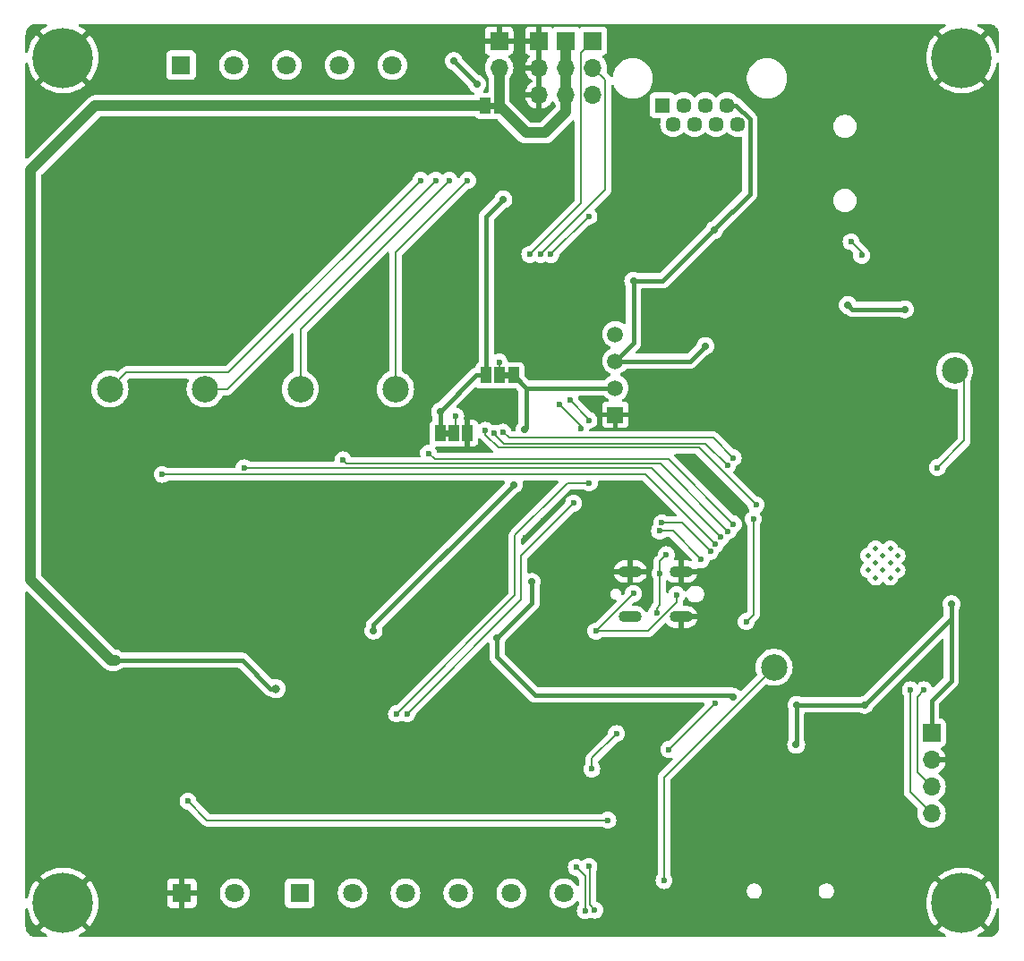
<source format=gbl>
G04 #@! TF.GenerationSoftware,KiCad,Pcbnew,8.0.4*
G04 #@! TF.CreationDate,2024-08-16T00:10:32-05:00*
G04 #@! TF.ProjectId,Codex43,436f6465-7834-4332-9e6b-696361645f70,rev?*
G04 #@! TF.SameCoordinates,Original*
G04 #@! TF.FileFunction,Copper,L2,Bot*
G04 #@! TF.FilePolarity,Positive*
%FSLAX46Y46*%
G04 Gerber Fmt 4.6, Leading zero omitted, Abs format (unit mm)*
G04 Created by KiCad (PCBNEW 8.0.4) date 2024-08-16 00:10:32*
%MOMM*%
%LPD*%
G01*
G04 APERTURE LIST*
G04 #@! TA.AperFunction,EtchedComponent*
%ADD10C,0.000000*%
G04 #@! TD*
G04 #@! TA.AperFunction,SMDPad,CuDef*
%ADD11C,2.500000*%
G04 #@! TD*
G04 #@! TA.AperFunction,ComponentPad*
%ADD12R,1.700000X1.700000*%
G04 #@! TD*
G04 #@! TA.AperFunction,ComponentPad*
%ADD13O,1.700000X1.700000*%
G04 #@! TD*
G04 #@! TA.AperFunction,ComponentPad*
%ADD14R,1.508000X1.508000*%
G04 #@! TD*
G04 #@! TA.AperFunction,ComponentPad*
%ADD15C,1.508000*%
G04 #@! TD*
G04 #@! TA.AperFunction,ComponentPad*
%ADD16C,3.600000*%
G04 #@! TD*
G04 #@! TA.AperFunction,ConnectorPad*
%ADD17C,5.700000*%
G04 #@! TD*
G04 #@! TA.AperFunction,ComponentPad*
%ADD18O,2.200000X1.100000*%
G04 #@! TD*
G04 #@! TA.AperFunction,ComponentPad*
%ADD19R,1.447800X1.447800*%
G04 #@! TD*
G04 #@! TA.AperFunction,ComponentPad*
%ADD20C,1.447800*%
G04 #@! TD*
G04 #@! TA.AperFunction,ComponentPad*
%ADD21R,1.800000X1.800000*%
G04 #@! TD*
G04 #@! TA.AperFunction,ComponentPad*
%ADD22C,1.800000*%
G04 #@! TD*
G04 #@! TA.AperFunction,ComponentPad*
%ADD23C,0.480000*%
G04 #@! TD*
G04 #@! TA.AperFunction,SMDPad,CuDef*
%ADD24R,1.000000X1.500000*%
G04 #@! TD*
G04 #@! TA.AperFunction,ViaPad*
%ADD25C,0.600000*%
G04 #@! TD*
G04 #@! TA.AperFunction,ViaPad*
%ADD26C,0.800000*%
G04 #@! TD*
G04 #@! TA.AperFunction,ViaPad*
%ADD27C,0.700000*%
G04 #@! TD*
G04 #@! TA.AperFunction,Conductor*
%ADD28C,0.450000*%
G04 #@! TD*
G04 #@! TA.AperFunction,Conductor*
%ADD29C,1.000000*%
G04 #@! TD*
G04 #@! TA.AperFunction,Conductor*
%ADD30C,0.200000*%
G04 #@! TD*
G04 APERTURE END LIST*
D10*
G04 #@! TA.AperFunction,EtchedComponent*
G36*
X95675000Y-83950000D02*
G01*
X95175000Y-83950000D01*
X95175000Y-83350000D01*
X95675000Y-83350000D01*
X95675000Y-83950000D01*
G37*
G04 #@! TD.AperFunction*
G04 #@! TA.AperFunction,EtchedComponent*
G36*
X90025000Y-89425000D02*
G01*
X89525000Y-89425000D01*
X89525000Y-88825000D01*
X90025000Y-88825000D01*
X90025000Y-89425000D01*
G37*
G04 #@! TD.AperFunction*
G04 #@! TA.AperFunction,EtchedComponent*
G36*
X94300000Y-58450000D02*
G01*
X93800000Y-58450000D01*
X93800000Y-57850000D01*
X94300000Y-57850000D01*
X94300000Y-58450000D01*
G37*
G04 #@! TD.AperFunction*
D11*
X137800000Y-83200000D03*
D12*
X135600000Y-117480000D03*
D13*
X135600000Y-120020000D03*
X135600000Y-122560000D03*
X135600000Y-125100000D03*
D12*
X94700000Y-52000000D03*
D13*
X94700000Y-54540000D03*
D12*
X101040000Y-52000000D03*
D13*
X101040000Y-54540000D03*
X101040000Y-57080000D03*
D14*
X105700000Y-87380000D03*
D15*
X105700000Y-84840000D03*
X105700000Y-82300000D03*
X105700000Y-79760000D03*
D16*
X138450000Y-133600000D03*
D17*
X138450000Y-133600000D03*
D16*
X138450000Y-53600000D03*
D17*
X138450000Y-53600000D03*
D18*
X107100000Y-102204664D03*
X107100000Y-106504664D03*
X111900000Y-102204664D03*
X111900000Y-106504664D03*
D12*
X103580000Y-52000000D03*
D13*
X103580000Y-54540000D03*
X103580000Y-57080000D03*
D19*
X110144000Y-58090000D03*
D20*
X111160000Y-59868000D03*
X112176000Y-58090000D03*
X113192000Y-59868000D03*
X114208000Y-58090000D03*
X115224000Y-59868000D03*
X116240000Y-58090000D03*
X117256000Y-59868000D03*
D21*
X64687500Y-132650000D03*
D22*
X69687500Y-132650000D03*
D16*
X53450000Y-53600000D03*
D17*
X53450000Y-53600000D03*
D21*
X75850000Y-132650000D03*
D22*
X80850000Y-132650000D03*
X85850000Y-132650000D03*
X90850000Y-132650000D03*
X95850000Y-132650000D03*
X100850000Y-132650000D03*
D21*
X64600000Y-54300000D03*
D22*
X69600000Y-54300000D03*
X74600000Y-54300000D03*
X79600000Y-54300000D03*
X84600000Y-54300000D03*
D16*
X53450000Y-133600000D03*
D17*
X53450000Y-133600000D03*
D23*
X132400000Y-100695000D03*
X132400000Y-102095000D03*
X131700000Y-99995000D03*
X131700000Y-101395000D03*
X131700000Y-102795000D03*
X131000000Y-100695000D03*
X131000000Y-102095000D03*
X130300000Y-99995000D03*
X130300000Y-101395000D03*
X130300000Y-102795000D03*
X129600000Y-100695000D03*
X129600000Y-102095000D03*
D12*
X98500000Y-52000000D03*
D13*
X98500000Y-54540000D03*
X98500000Y-57080000D03*
D11*
X75900000Y-84930000D03*
D24*
X96075000Y-83650000D03*
X94775000Y-83650000D03*
X93475000Y-83650000D03*
D11*
X120710000Y-111272500D03*
X84900000Y-84930000D03*
X57900000Y-84930000D03*
D24*
X89125000Y-89125000D03*
X90425000Y-89125000D03*
X91725000Y-89125000D03*
D11*
X66900000Y-84930000D03*
D24*
X93400000Y-58150000D03*
X94700000Y-58150000D03*
D25*
X75500000Y-123400000D03*
X80800000Y-115800000D03*
X69400000Y-119900000D03*
X75300000Y-126900000D03*
X81400000Y-123900000D03*
X88400000Y-115200000D03*
X91300000Y-126800000D03*
X95600000Y-126800000D03*
X101300000Y-135000000D03*
X110100000Y-134700000D03*
X111700000Y-131100000D03*
X55200000Y-72300000D03*
X62700000Y-74800000D03*
X71700000Y-74800000D03*
X75800000Y-111800000D03*
X82300000Y-105500000D03*
X73300000Y-105600000D03*
X65200000Y-113000000D03*
X60100000Y-120800000D03*
X60400000Y-114700000D03*
D26*
X73600000Y-113300000D03*
X58400000Y-110600000D03*
D27*
X90400000Y-53900000D03*
X97800000Y-103200000D03*
X94500000Y-108500000D03*
X129275002Y-114825000D03*
X133100000Y-77400000D03*
X89125000Y-87050000D03*
X127700000Y-77000000D03*
X122800000Y-118600000D03*
X137500000Y-105300000D03*
X92600000Y-56100000D03*
X95100000Y-67000000D03*
X122825000Y-114825000D03*
X116850000Y-114075000D03*
D25*
X116800000Y-86800000D03*
X87000000Y-63700000D03*
X112200000Y-74600000D03*
X55500000Y-105700000D03*
X55400000Y-102700000D03*
X89200000Y-90700000D03*
X91400000Y-78800000D03*
X125800000Y-88200000D03*
X120700000Y-77900000D03*
X89600000Y-83900000D03*
X94900000Y-100300000D03*
X126900000Y-72100000D03*
X93200000Y-90500000D03*
X126000000Y-80700000D03*
X121700000Y-80300000D03*
X122500000Y-113475000D03*
X133200000Y-78800000D03*
X88400000Y-56800000D03*
X97200000Y-99000000D03*
X115600000Y-82900000D03*
X98900000Y-97400000D03*
D27*
X115051031Y-69892354D03*
X114200000Y-80867000D03*
X107400000Y-74700000D03*
D25*
X136150000Y-92375000D03*
X137700000Y-83200000D03*
D27*
X97100000Y-88800000D03*
X96100000Y-94000000D03*
X82827500Y-107802500D03*
D25*
X94699998Y-82400000D03*
X105000000Y-125750000D03*
X65275000Y-123935000D03*
X85000000Y-115675000D03*
X103225000Y-93825000D03*
X101750000Y-95750000D03*
X86000000Y-115675000D03*
X103850001Y-107849995D03*
X107400002Y-104300000D03*
X111500000Y-104400000D03*
X103200000Y-87900000D03*
X101400000Y-86000000D03*
X100400000Y-86400000D03*
X102400000Y-88700000D03*
X110521651Y-100621651D03*
X109900000Y-102400000D03*
X109600000Y-106154666D03*
X103750000Y-134250000D03*
X103200000Y-130100000D03*
X102000000Y-130200000D03*
X102850000Y-134300000D03*
X118075000Y-106950000D03*
X103475000Y-120900000D03*
X105800000Y-117550000D03*
X118750000Y-97250000D03*
X109879123Y-98373068D03*
X113825000Y-101075000D03*
X110100000Y-97600000D03*
X114700000Y-100300000D03*
X120710000Y-111272500D03*
X110300000Y-131450000D03*
X115161001Y-99641290D03*
X62825000Y-93025000D03*
X87300000Y-65200000D03*
X57900000Y-84930000D03*
X70575000Y-92400000D03*
X115690787Y-98971478D03*
X88699998Y-65200000D03*
X66900000Y-84930000D03*
X116354757Y-98400423D03*
X75900000Y-84930000D03*
X90012499Y-65212501D03*
X79925000Y-91650000D03*
X134900000Y-113400000D03*
X116875000Y-97725000D03*
X91725006Y-65200000D03*
X88025000Y-91025000D03*
X84900000Y-84930000D03*
X133600000Y-113400000D03*
X98600000Y-72200000D03*
X97600000Y-72200000D03*
X90600000Y-87500000D03*
X129000000Y-72300000D03*
X128000000Y-71000000D03*
X115100000Y-114700000D03*
X110750001Y-119049999D03*
X99600000Y-72200000D03*
X103200000Y-68600000D03*
X93421770Y-88847529D03*
X119000000Y-95910000D03*
X94227536Y-89130481D03*
X116300000Y-92200000D03*
X95075000Y-89025000D03*
X116850000Y-91450000D03*
D28*
X73600000Y-113300000D02*
X73100000Y-113300000D01*
X73100000Y-113300000D02*
X70400000Y-110600000D01*
X70400000Y-110600000D02*
X58400000Y-110600000D01*
D29*
X58000000Y-110600000D02*
X58400000Y-110600000D01*
X50400000Y-103000000D02*
X58000000Y-110600000D01*
D28*
X137475000Y-112525000D02*
X137475000Y-106625002D01*
X135600000Y-114400000D02*
X137475000Y-112525000D01*
X135600000Y-117480000D02*
X135600000Y-114400000D01*
D30*
X134250000Y-121210000D02*
X135600000Y-122560000D01*
X134250000Y-114050000D02*
X134250000Y-121210000D01*
X134900000Y-113400000D02*
X134250000Y-114050000D01*
X133600000Y-123100000D02*
X135600000Y-125100000D01*
X133600000Y-113400000D02*
X133600000Y-123100000D01*
D28*
X122825000Y-114825000D02*
X129275002Y-114825000D01*
X137475000Y-105349998D02*
X137475000Y-105325000D01*
X94500000Y-108500000D02*
X97800000Y-105200000D01*
X98100000Y-113900000D02*
X116675000Y-113900000D01*
X89125000Y-87050000D02*
X89125000Y-87500012D01*
X128099997Y-77400000D02*
X133100000Y-77400000D01*
X93475000Y-83650000D02*
X92525000Y-83650000D01*
X137475000Y-105325000D02*
X137500000Y-105300000D01*
X94500000Y-110300000D02*
X98100000Y-113900000D01*
X127725051Y-77025051D02*
X127700000Y-77000000D01*
X137475000Y-106625002D02*
X137475000Y-105349998D01*
X122825000Y-118550000D02*
X122825000Y-118575000D01*
X89125000Y-87500012D02*
X89125000Y-89125000D01*
X97800000Y-105200000D02*
X97800000Y-103200000D01*
X127725051Y-77025054D02*
X127725051Y-77025051D01*
X129275002Y-114825000D02*
X137475000Y-106625002D01*
X92600000Y-56100000D02*
X90400000Y-53900000D01*
X93475000Y-68625000D02*
X95100000Y-67000000D01*
X122825000Y-114825000D02*
X122825000Y-118550000D01*
X92525000Y-83650000D02*
X89125000Y-87050000D01*
X93475000Y-83650000D02*
X93475000Y-68625000D01*
X128099997Y-77400000D02*
X127725051Y-77025054D01*
X122825000Y-118575000D02*
X122800000Y-118600000D01*
X116675000Y-113900000D02*
X116850000Y-114075000D01*
X94500000Y-108500000D02*
X94500000Y-110300000D01*
X90400000Y-53899998D02*
X90400000Y-53900000D01*
X107400000Y-74700000D02*
X110175118Y-74700000D01*
X107400000Y-74700000D02*
X107400000Y-80600000D01*
X117102790Y-58090000D02*
X116240000Y-58090000D01*
X112767000Y-82300000D02*
X114200000Y-80867000D01*
X107400000Y-80600000D02*
X105700000Y-82300000D01*
X115026527Y-69848591D02*
X118404900Y-66470218D01*
X110175118Y-74700000D02*
X115026527Y-69848591D01*
X118404900Y-66470218D02*
X118404900Y-59392110D01*
X105700000Y-82300000D02*
X112767000Y-82300000D01*
X118404900Y-59392110D02*
X117102790Y-58090000D01*
D30*
X136150000Y-92375000D02*
X138700000Y-89825000D01*
X138700000Y-84200000D02*
X137700000Y-83200000D01*
X138700000Y-89825000D02*
X138700000Y-84200000D01*
D28*
X82827500Y-107272500D02*
X82827500Y-107802500D01*
X105700000Y-84840000D02*
X97265000Y-84840000D01*
X97265000Y-84840000D02*
X96075000Y-83650000D01*
X96100000Y-94000000D02*
X82827500Y-107272500D01*
X97265000Y-84840000D02*
X97265000Y-88635000D01*
D29*
X50400000Y-64250000D02*
X56500000Y-58150000D01*
X56500000Y-58150000D02*
X93400000Y-58150000D01*
D28*
X97265000Y-88635000D02*
X97100000Y-88800000D01*
D29*
X50400000Y-103000000D02*
X50400000Y-64250000D01*
D30*
X94699998Y-83574998D02*
X94775000Y-83650000D01*
X94699998Y-82400000D02*
X94699998Y-83574998D01*
X105000000Y-125750000D02*
X67090000Y-125750000D01*
X67090000Y-125750000D02*
X65275000Y-123935000D01*
X96200000Y-98800000D02*
X100625000Y-94375000D01*
X100625000Y-94375000D02*
X101175000Y-93825000D01*
X85000000Y-115675000D02*
X96200000Y-104475000D01*
X96200000Y-104475000D02*
X96200000Y-98800000D01*
X101175000Y-93825000D02*
X103225000Y-93825000D01*
X96775000Y-101400000D02*
X96775000Y-100725000D01*
X86000000Y-115675000D02*
X96775000Y-104900000D01*
X96775000Y-104900000D02*
X96775000Y-101400000D01*
X96775000Y-100725000D02*
X101750000Y-95750000D01*
X111500000Y-104400000D02*
X111500000Y-105103195D01*
X107400002Y-104300000D02*
X103850007Y-107849995D01*
X108753200Y-107849995D02*
X103850001Y-107849995D01*
X103850007Y-107849995D02*
X103850001Y-107849995D01*
X111500000Y-105103195D02*
X108753200Y-107849995D01*
X103200000Y-87900000D02*
X103200000Y-87800000D01*
X103200000Y-87800000D02*
X101400000Y-86000000D01*
X102400000Y-88400000D02*
X100400000Y-86400000D01*
X102400000Y-88700000D02*
X102400000Y-88400000D01*
X109900000Y-105400000D02*
X109900000Y-102400000D01*
X110521651Y-100621651D02*
X109900000Y-101243302D01*
X109900000Y-101243302D02*
X109900000Y-102400000D01*
X109600000Y-105700000D02*
X109900000Y-105400000D01*
X109600000Y-106154666D02*
X109600000Y-105700000D01*
X103250000Y-130150000D02*
X103250000Y-133750000D01*
X103250000Y-133750000D02*
X103750000Y-134250000D01*
X103200000Y-130100000D02*
X103250000Y-130150000D01*
X102000000Y-130200000D02*
X102850000Y-131050000D01*
X102850000Y-131050000D02*
X102850000Y-134300000D01*
X118750000Y-106275000D02*
X118075000Y-106950000D01*
X118750000Y-97250000D02*
X118750000Y-106275000D01*
X103475000Y-119875000D02*
X103475000Y-120900000D01*
X105800000Y-117550000D02*
X103475000Y-119875000D01*
X113825000Y-101075000D02*
X111123068Y-98373068D01*
X111123068Y-98373068D02*
X109879123Y-98373068D01*
X112000000Y-97600000D02*
X110100000Y-97600000D01*
X112000000Y-97600000D02*
X114700000Y-100300000D01*
X110300000Y-131450000D02*
X110300000Y-121682500D01*
X110300000Y-121682500D02*
X120710000Y-111272500D01*
X69120000Y-83380000D02*
X87300000Y-65200000D01*
X108544711Y-93025000D02*
X115161001Y-99641290D01*
X59450000Y-83380000D02*
X69120000Y-83380000D01*
X62825000Y-93025000D02*
X108544711Y-93025000D01*
X57900000Y-84930000D02*
X59450000Y-83380000D01*
X68969998Y-84930000D02*
X88699998Y-65200000D01*
X66900000Y-84930000D02*
X68969998Y-84930000D01*
X70575000Y-92400000D02*
X109119309Y-92400000D01*
X109119309Y-92400000D02*
X115690787Y-98971478D01*
X109954334Y-92000000D02*
X116354757Y-98400423D01*
X80275000Y-92000000D02*
X109954334Y-92000000D01*
X75900000Y-84930000D02*
X75900000Y-79325000D01*
X75900000Y-79325000D02*
X90012499Y-65212501D01*
X79925000Y-91650000D02*
X80275000Y-92000000D01*
X84900000Y-84930000D02*
X84900000Y-72025006D01*
X88025000Y-91025000D02*
X88600000Y-91600000D01*
X110750000Y-91600000D02*
X116875000Y-97725000D01*
X84900000Y-72025006D02*
X91725006Y-65200000D01*
X88600000Y-91600000D02*
X110750000Y-91600000D01*
D29*
X94700000Y-58150000D02*
X94700000Y-54540000D01*
X101040000Y-58710000D02*
X101040000Y-57080000D01*
X101040000Y-57080000D02*
X101040000Y-54540000D01*
X94700000Y-58150000D02*
X97250000Y-60700000D01*
X101040000Y-54540000D02*
X101040000Y-52000000D01*
X97250000Y-60700000D02*
X99050000Y-60700000D01*
X99050000Y-60700000D02*
X101040000Y-58710000D01*
D30*
X98600000Y-72200000D02*
X104730000Y-66070000D01*
X104730000Y-55690000D02*
X103580000Y-54540000D01*
X104730000Y-66070000D02*
X104730000Y-55690000D01*
X97600000Y-72200000D02*
X102430000Y-67370000D01*
X102430000Y-67370000D02*
X102430000Y-53150000D01*
X102430000Y-53150000D02*
X103580000Y-52000000D01*
X90600000Y-87500000D02*
X90600000Y-88950000D01*
X90600000Y-88950000D02*
X90425000Y-89125000D01*
X129000000Y-72300000D02*
X129000000Y-72000000D01*
X129000000Y-72000000D02*
X128000000Y-71000000D01*
X115100000Y-114700000D02*
X110750001Y-119049999D01*
X99600000Y-72200000D02*
X103200000Y-68600000D01*
X93421770Y-89249611D02*
X94672159Y-90500000D01*
X94672159Y-90500000D02*
X113590000Y-90500000D01*
X93421770Y-88847529D02*
X93421770Y-89249611D01*
X113590000Y-90500000D02*
X119000000Y-95910000D01*
X114200000Y-90100000D02*
X95150000Y-90100000D01*
X116300000Y-92200000D02*
X114200000Y-90100000D01*
X94227536Y-89177536D02*
X94227536Y-89130481D01*
X95150000Y-90100000D02*
X94227536Y-89177536D01*
X95100000Y-89025000D02*
X95075000Y-89025000D01*
X95650000Y-89575000D02*
X95100000Y-89025000D01*
X116850000Y-91450000D02*
X114975000Y-89575000D01*
X114975000Y-89575000D02*
X95650000Y-89575000D01*
G04 #@! TA.AperFunction,Conductor*
G36*
X50105703Y-134085000D02*
G01*
X50143477Y-134143778D01*
X50146867Y-134158652D01*
X50173517Y-134321214D01*
X50173519Y-134321222D01*
X50270695Y-134671220D01*
X50270697Y-134671227D01*
X50405152Y-135008684D01*
X50405161Y-135008702D01*
X50575316Y-135329647D01*
X50575318Y-135329651D01*
X50779170Y-135630309D01*
X50779177Y-135630319D01*
X50910969Y-135785475D01*
X50910970Y-135785475D01*
X52155748Y-134540698D01*
X52229588Y-134642330D01*
X52407670Y-134820412D01*
X52509300Y-134894251D01*
X51261888Y-136141662D01*
X51261888Y-136141664D01*
X51278070Y-136156992D01*
X51278071Y-136156993D01*
X51567266Y-136376832D01*
X51567282Y-136376843D01*
X51878522Y-136564109D01*
X51881501Y-136565689D01*
X51880755Y-136567094D01*
X51928608Y-136608962D01*
X51947971Y-136676095D01*
X51927964Y-136743040D01*
X51874941Y-136788540D01*
X51823972Y-136799500D01*
X50905413Y-136799500D01*
X50894605Y-136799028D01*
X50737246Y-136785260D01*
X50715961Y-136781507D01*
X50568630Y-136742030D01*
X50548318Y-136734637D01*
X50410084Y-136670177D01*
X50391366Y-136659370D01*
X50266417Y-136571880D01*
X50249859Y-136557986D01*
X50142013Y-136450140D01*
X50128119Y-136433582D01*
X50040629Y-136308633D01*
X50029822Y-136289915D01*
X49965362Y-136151681D01*
X49957969Y-136131369D01*
X49918492Y-135984038D01*
X49914739Y-135962752D01*
X49900972Y-135805393D01*
X49900500Y-135794586D01*
X49900500Y-134178713D01*
X49920185Y-134111674D01*
X49972989Y-134065919D01*
X50042147Y-134055975D01*
X50105703Y-134085000D01*
G37*
G04 #@! TD.AperFunction*
G04 #@! TA.AperFunction,Conductor*
G36*
X92573793Y-84729731D02*
G01*
X92609851Y-84752904D01*
X92610355Y-84752232D01*
X92732664Y-84843793D01*
X92732671Y-84843797D01*
X92867517Y-84894091D01*
X92867516Y-84894091D01*
X92874444Y-84894835D01*
X92927127Y-84900500D01*
X94022872Y-84900499D01*
X94082483Y-84894091D01*
X94082485Y-84894090D01*
X94082487Y-84894090D01*
X94090031Y-84892308D01*
X94090377Y-84893775D01*
X94151342Y-84889408D01*
X94166378Y-84893822D01*
X94167513Y-84894089D01*
X94167517Y-84894091D01*
X94227127Y-84900500D01*
X95322872Y-84900499D01*
X95382483Y-84894091D01*
X95382485Y-84894090D01*
X95382487Y-84894090D01*
X95390031Y-84892308D01*
X95390377Y-84893775D01*
X95451342Y-84889408D01*
X95466378Y-84893822D01*
X95467511Y-84894089D01*
X95467517Y-84894091D01*
X95527127Y-84900500D01*
X96248125Y-84900499D01*
X96315164Y-84920183D01*
X96335806Y-84936818D01*
X96503181Y-85104193D01*
X96536666Y-85165516D01*
X96539500Y-85191874D01*
X96539500Y-88103847D01*
X96519815Y-88170886D01*
X96507650Y-88186819D01*
X96408140Y-88297336D01*
X96318750Y-88452164D01*
X96318747Y-88452170D01*
X96263504Y-88622192D01*
X96263503Y-88622194D01*
X96255325Y-88700003D01*
X96244815Y-88800000D01*
X96248760Y-88837539D01*
X96236192Y-88906268D01*
X96188460Y-88957292D01*
X96125440Y-88974500D01*
X95985688Y-88974500D01*
X95918649Y-88954815D01*
X95872894Y-88902011D01*
X95862467Y-88864383D01*
X95860368Y-88845745D01*
X95800789Y-88675478D01*
X95796262Y-88668274D01*
X95761582Y-88613080D01*
X95704816Y-88522738D01*
X95577262Y-88395184D01*
X95497573Y-88345112D01*
X95424523Y-88299211D01*
X95254254Y-88239631D01*
X95254249Y-88239630D01*
X95075004Y-88219435D01*
X95074996Y-88219435D01*
X94895750Y-88239630D01*
X94895745Y-88239631D01*
X94725476Y-88299211D01*
X94615126Y-88368549D01*
X94547889Y-88387549D01*
X94508200Y-88380597D01*
X94406788Y-88345112D01*
X94227540Y-88324916D01*
X94227533Y-88324916D01*
X94110451Y-88338107D01*
X94041629Y-88326052D01*
X94008887Y-88302568D01*
X93924032Y-88217713D01*
X93771293Y-88121740D01*
X93601024Y-88062160D01*
X93601019Y-88062159D01*
X93421774Y-88041964D01*
X93421766Y-88041964D01*
X93242520Y-88062159D01*
X93242515Y-88062160D01*
X93072246Y-88121740D01*
X92919509Y-88217712D01*
X92896051Y-88241170D01*
X92834727Y-88274654D01*
X92765035Y-88269668D01*
X92709103Y-88227796D01*
X92692189Y-88196819D01*
X92668355Y-88132915D01*
X92668350Y-88132906D01*
X92582190Y-88017812D01*
X92582187Y-88017809D01*
X92467093Y-87931649D01*
X92467086Y-87931645D01*
X92332379Y-87881403D01*
X92332372Y-87881401D01*
X92272844Y-87875000D01*
X91975000Y-87875000D01*
X91975000Y-90375000D01*
X92272828Y-90375000D01*
X92272844Y-90374999D01*
X92332372Y-90368598D01*
X92332379Y-90368596D01*
X92467086Y-90318354D01*
X92467093Y-90318350D01*
X92582187Y-90232190D01*
X92582190Y-90232187D01*
X92668350Y-90117093D01*
X92668354Y-90117086D01*
X92718596Y-89982379D01*
X92718598Y-89982372D01*
X92724999Y-89922844D01*
X92725000Y-89922827D01*
X92725000Y-89701439D01*
X92744685Y-89634400D01*
X92797489Y-89588645D01*
X92866647Y-89578701D01*
X92930203Y-89607726D01*
X92936681Y-89613758D01*
X93060119Y-89737196D01*
X93060125Y-89737201D01*
X94110743Y-90787819D01*
X94144228Y-90849142D01*
X94139244Y-90918834D01*
X94097372Y-90974767D01*
X94031908Y-90999184D01*
X94023062Y-90999500D01*
X88938505Y-90999500D01*
X88871466Y-90979815D01*
X88825711Y-90927011D01*
X88815285Y-90889382D01*
X88810369Y-90845748D01*
X88750789Y-90675478D01*
X88681667Y-90565471D01*
X88662667Y-90498234D01*
X88683035Y-90431399D01*
X88736302Y-90386185D01*
X88786657Y-90375499D01*
X89672872Y-90375499D01*
X89732483Y-90369091D01*
X89732485Y-90369090D01*
X89732487Y-90369090D01*
X89740031Y-90367308D01*
X89740377Y-90368775D01*
X89801342Y-90364408D01*
X89816378Y-90368822D01*
X89817513Y-90369089D01*
X89817517Y-90369091D01*
X89877127Y-90375500D01*
X90972872Y-90375499D01*
X91032483Y-90369091D01*
X91032489Y-90369088D01*
X91040025Y-90367308D01*
X91040321Y-90368561D01*
X91102063Y-90364142D01*
X91115655Y-90368132D01*
X91117627Y-90368598D01*
X91177155Y-90374999D01*
X91177172Y-90375000D01*
X91475000Y-90375000D01*
X91475000Y-87875000D01*
X91468084Y-87868084D01*
X91424597Y-87855315D01*
X91378842Y-87802511D01*
X91368898Y-87733353D01*
X91374595Y-87710045D01*
X91385366Y-87679262D01*
X91385369Y-87679249D01*
X91405565Y-87500003D01*
X91405565Y-87499996D01*
X91385369Y-87320750D01*
X91385368Y-87320745D01*
X91353860Y-87230700D01*
X91325789Y-87150478D01*
X91303265Y-87114632D01*
X91229815Y-86997737D01*
X91102262Y-86870184D01*
X90949523Y-86774211D01*
X90779252Y-86714631D01*
X90771903Y-86713803D01*
X90707490Y-86686735D01*
X90667936Y-86629139D01*
X90665799Y-86559302D01*
X90698106Y-86502904D01*
X92442780Y-84758230D01*
X92504101Y-84724747D01*
X92573793Y-84729731D01*
G37*
G04 #@! TD.AperFunction*
G04 #@! TA.AperFunction,Conductor*
G36*
X136891011Y-50420185D02*
G01*
X136936766Y-50472989D01*
X136946710Y-50542147D01*
X136917685Y-50605703D01*
X136880975Y-50633320D01*
X136881501Y-50634311D01*
X136878522Y-50635890D01*
X136567282Y-50823156D01*
X136567266Y-50823167D01*
X136278075Y-51043002D01*
X136261888Y-51058335D01*
X136261887Y-51058335D01*
X137509301Y-52305748D01*
X137407670Y-52379588D01*
X137229588Y-52557670D01*
X137155748Y-52659300D01*
X135910970Y-51414522D01*
X135910969Y-51414523D01*
X135779177Y-51569680D01*
X135779170Y-51569690D01*
X135575318Y-51870348D01*
X135575316Y-51870352D01*
X135405161Y-52191297D01*
X135405152Y-52191315D01*
X135270697Y-52528772D01*
X135270695Y-52528779D01*
X135173519Y-52878777D01*
X135173517Y-52878785D01*
X135114746Y-53237271D01*
X135095080Y-53599997D01*
X135095080Y-53600002D01*
X135114746Y-53962728D01*
X135173517Y-54321214D01*
X135173519Y-54321222D01*
X135270695Y-54671220D01*
X135270697Y-54671227D01*
X135405152Y-55008684D01*
X135405161Y-55008702D01*
X135575316Y-55329647D01*
X135575318Y-55329651D01*
X135779170Y-55630309D01*
X135779177Y-55630319D01*
X135910969Y-55785475D01*
X135910970Y-55785475D01*
X137155748Y-54540698D01*
X137229588Y-54642330D01*
X137407670Y-54820412D01*
X137509300Y-54894251D01*
X136261888Y-56141662D01*
X136261888Y-56141664D01*
X136278070Y-56156992D01*
X136278071Y-56156993D01*
X136567266Y-56376832D01*
X136567282Y-56376843D01*
X136878522Y-56564109D01*
X136878535Y-56564116D01*
X137208205Y-56716639D01*
X137208210Y-56716640D01*
X137552461Y-56832632D01*
X137907235Y-56910724D01*
X138268366Y-56949999D01*
X138268374Y-56950000D01*
X138631626Y-56950000D01*
X138631633Y-56949999D01*
X138992764Y-56910724D01*
X139347538Y-56832632D01*
X139691789Y-56716640D01*
X139691794Y-56716639D01*
X140021464Y-56564116D01*
X140021477Y-56564109D01*
X140332717Y-56376843D01*
X140332733Y-56376832D01*
X140621929Y-56156992D01*
X140638110Y-56141664D01*
X140638110Y-56141663D01*
X139390698Y-54894251D01*
X139492330Y-54820412D01*
X139670412Y-54642330D01*
X139744251Y-54540698D01*
X140989028Y-55785475D01*
X140989029Y-55785475D01*
X141120827Y-55630311D01*
X141120838Y-55630297D01*
X141324681Y-55329651D01*
X141324683Y-55329647D01*
X141494838Y-55008702D01*
X141494847Y-55008684D01*
X141629302Y-54671227D01*
X141629304Y-54671220D01*
X141726480Y-54321222D01*
X141726482Y-54321214D01*
X141753133Y-54158652D01*
X141783404Y-54095681D01*
X141842915Y-54059071D01*
X141912771Y-54060447D01*
X141970794Y-54099372D01*
X141998562Y-54163486D01*
X141999500Y-54178713D01*
X141999500Y-133021286D01*
X141979815Y-133088325D01*
X141927011Y-133134080D01*
X141857853Y-133144024D01*
X141794297Y-133114999D01*
X141756523Y-133056221D01*
X141753133Y-133041347D01*
X141726482Y-132878785D01*
X141726480Y-132878777D01*
X141629304Y-132528779D01*
X141629302Y-132528772D01*
X141494847Y-132191315D01*
X141494838Y-132191297D01*
X141324683Y-131870352D01*
X141324681Y-131870348D01*
X141120829Y-131569690D01*
X141120822Y-131569680D01*
X140989029Y-131414523D01*
X140989028Y-131414523D01*
X139744251Y-132659300D01*
X139670412Y-132557670D01*
X139492330Y-132379588D01*
X139390698Y-132305748D01*
X140638110Y-131058336D01*
X140638110Y-131058334D01*
X140621929Y-131043007D01*
X140621928Y-131043006D01*
X140332733Y-130823167D01*
X140332717Y-130823156D01*
X140021477Y-130635890D01*
X140021464Y-130635883D01*
X139691794Y-130483360D01*
X139691789Y-130483359D01*
X139347538Y-130367367D01*
X138992764Y-130289275D01*
X138631633Y-130250000D01*
X138268366Y-130250000D01*
X137907235Y-130289275D01*
X137552461Y-130367367D01*
X137208210Y-130483359D01*
X137208205Y-130483360D01*
X136878535Y-130635883D01*
X136878522Y-130635890D01*
X136567282Y-130823156D01*
X136567266Y-130823167D01*
X136278075Y-131043002D01*
X136261888Y-131058335D01*
X136261887Y-131058335D01*
X137509301Y-132305748D01*
X137407670Y-132379588D01*
X137229588Y-132557670D01*
X137155748Y-132659300D01*
X135910970Y-131414522D01*
X135910969Y-131414523D01*
X135779177Y-131569680D01*
X135779170Y-131569690D01*
X135575318Y-131870348D01*
X135575316Y-131870352D01*
X135405161Y-132191297D01*
X135405152Y-132191315D01*
X135270697Y-132528772D01*
X135270695Y-132528779D01*
X135173519Y-132878777D01*
X135173517Y-132878785D01*
X135114746Y-133237271D01*
X135095080Y-133599997D01*
X135095080Y-133600002D01*
X135114746Y-133962728D01*
X135173517Y-134321214D01*
X135173519Y-134321222D01*
X135270695Y-134671220D01*
X135270697Y-134671227D01*
X135405152Y-135008684D01*
X135405161Y-135008702D01*
X135575316Y-135329647D01*
X135575318Y-135329651D01*
X135779170Y-135630309D01*
X135779177Y-135630319D01*
X135910969Y-135785475D01*
X135910970Y-135785475D01*
X137155748Y-134540698D01*
X137229588Y-134642330D01*
X137407670Y-134820412D01*
X137509300Y-134894251D01*
X136261888Y-136141662D01*
X136261888Y-136141664D01*
X136278070Y-136156992D01*
X136278071Y-136156993D01*
X136567266Y-136376832D01*
X136567282Y-136376843D01*
X136878522Y-136564109D01*
X136881501Y-136565689D01*
X136880755Y-136567094D01*
X136928608Y-136608962D01*
X136947971Y-136676095D01*
X136927964Y-136743040D01*
X136874941Y-136788540D01*
X136823972Y-136799500D01*
X55076028Y-136799500D01*
X55008989Y-136779815D01*
X54963234Y-136727011D01*
X54953290Y-136657853D01*
X54982315Y-136594297D01*
X55019024Y-136566679D01*
X55018499Y-136565689D01*
X55021477Y-136564109D01*
X55332717Y-136376843D01*
X55332733Y-136376832D01*
X55621929Y-136156992D01*
X55638110Y-136141664D01*
X55638110Y-136141663D01*
X54390698Y-134894251D01*
X54492330Y-134820412D01*
X54670412Y-134642330D01*
X54744251Y-134540698D01*
X55989028Y-135785475D01*
X55989029Y-135785475D01*
X56120827Y-135630311D01*
X56120838Y-135630297D01*
X56324681Y-135329651D01*
X56324683Y-135329647D01*
X56494838Y-135008702D01*
X56494847Y-135008684D01*
X56629302Y-134671227D01*
X56629304Y-134671220D01*
X56726480Y-134321222D01*
X56726482Y-134321214D01*
X56785253Y-133962728D01*
X56804920Y-133600002D01*
X56804920Y-133599997D01*
X56785253Y-133237271D01*
X56726482Y-132878785D01*
X56726480Y-132878777D01*
X56629304Y-132528779D01*
X56629302Y-132528772D01*
X56494847Y-132191315D01*
X56494838Y-132191297D01*
X56324683Y-131870352D01*
X56324681Y-131870348D01*
X56210643Y-131702155D01*
X63287500Y-131702155D01*
X63287500Y-132400000D01*
X64139018Y-132400000D01*
X64128389Y-132418409D01*
X64087500Y-132571009D01*
X64087500Y-132728991D01*
X64128389Y-132881591D01*
X64139018Y-132900000D01*
X63287500Y-132900000D01*
X63287500Y-133597844D01*
X63293901Y-133657372D01*
X63293903Y-133657379D01*
X63344145Y-133792086D01*
X63344149Y-133792093D01*
X63430309Y-133907187D01*
X63430312Y-133907190D01*
X63545406Y-133993350D01*
X63545413Y-133993354D01*
X63680120Y-134043596D01*
X63680127Y-134043598D01*
X63739655Y-134049999D01*
X63739672Y-134050000D01*
X64437500Y-134050000D01*
X64437500Y-133198482D01*
X64455909Y-133209111D01*
X64608509Y-133250000D01*
X64766491Y-133250000D01*
X64919091Y-133209111D01*
X64937500Y-133198482D01*
X64937500Y-134050000D01*
X65635328Y-134050000D01*
X65635344Y-134049999D01*
X65694872Y-134043598D01*
X65694879Y-134043596D01*
X65829586Y-133993354D01*
X65829593Y-133993350D01*
X65944687Y-133907190D01*
X65944690Y-133907187D01*
X66030850Y-133792093D01*
X66030854Y-133792086D01*
X66081096Y-133657379D01*
X66081098Y-133657372D01*
X66087499Y-133597844D01*
X66087500Y-133597827D01*
X66087500Y-132900000D01*
X65235982Y-132900000D01*
X65246611Y-132881591D01*
X65287500Y-132728991D01*
X65287500Y-132649993D01*
X68282200Y-132649993D01*
X68282200Y-132650006D01*
X68301364Y-132881297D01*
X68301366Y-132881308D01*
X68358342Y-133106300D01*
X68451575Y-133318848D01*
X68578516Y-133513147D01*
X68578519Y-133513151D01*
X68578521Y-133513153D01*
X68735716Y-133683913D01*
X68735719Y-133683915D01*
X68735722Y-133683918D01*
X68918865Y-133826464D01*
X68918871Y-133826468D01*
X68918874Y-133826470D01*
X69122997Y-133936936D01*
X69171401Y-133953553D01*
X69342515Y-134012297D01*
X69342517Y-134012297D01*
X69342519Y-134012298D01*
X69571451Y-134050500D01*
X69571452Y-134050500D01*
X69803548Y-134050500D01*
X69803549Y-134050500D01*
X70032481Y-134012298D01*
X70252003Y-133936936D01*
X70456126Y-133826470D01*
X70496693Y-133794896D01*
X70557281Y-133747738D01*
X70639284Y-133683913D01*
X70796479Y-133513153D01*
X70923424Y-133318849D01*
X71016657Y-133106300D01*
X71073634Y-132881305D01*
X71073843Y-132878785D01*
X71092800Y-132650006D01*
X71092800Y-132649993D01*
X71073635Y-132418702D01*
X71073633Y-132418691D01*
X71016657Y-132193699D01*
X70923424Y-131981151D01*
X70796483Y-131786852D01*
X70796480Y-131786849D01*
X70796479Y-131786847D01*
X70718496Y-131702135D01*
X74449500Y-131702135D01*
X74449500Y-133597870D01*
X74449501Y-133597876D01*
X74455908Y-133657483D01*
X74506202Y-133792328D01*
X74506206Y-133792335D01*
X74592452Y-133907544D01*
X74592455Y-133907547D01*
X74707664Y-133993793D01*
X74707671Y-133993797D01*
X74842517Y-134044091D01*
X74842516Y-134044091D01*
X74849444Y-134044835D01*
X74902127Y-134050500D01*
X76797872Y-134050499D01*
X76857483Y-134044091D01*
X76992331Y-133993796D01*
X77107546Y-133907546D01*
X77193796Y-133792331D01*
X77244091Y-133657483D01*
X77250500Y-133597873D01*
X77250499Y-132649993D01*
X79444700Y-132649993D01*
X79444700Y-132650006D01*
X79463864Y-132881297D01*
X79463866Y-132881308D01*
X79520842Y-133106300D01*
X79614075Y-133318848D01*
X79741016Y-133513147D01*
X79741019Y-133513151D01*
X79741021Y-133513153D01*
X79898216Y-133683913D01*
X79898219Y-133683915D01*
X79898222Y-133683918D01*
X80081365Y-133826464D01*
X80081371Y-133826468D01*
X80081374Y-133826470D01*
X80285497Y-133936936D01*
X80333901Y-133953553D01*
X80505015Y-134012297D01*
X80505017Y-134012297D01*
X80505019Y-134012298D01*
X80733951Y-134050500D01*
X80733952Y-134050500D01*
X80966048Y-134050500D01*
X80966049Y-134050500D01*
X81194981Y-134012298D01*
X81414503Y-133936936D01*
X81618626Y-133826470D01*
X81659193Y-133794896D01*
X81719781Y-133747738D01*
X81801784Y-133683913D01*
X81958979Y-133513153D01*
X82085924Y-133318849D01*
X82179157Y-133106300D01*
X82236134Y-132881305D01*
X82236343Y-132878785D01*
X82255300Y-132650006D01*
X82255300Y-132649993D01*
X84444700Y-132649993D01*
X84444700Y-132650006D01*
X84463864Y-132881297D01*
X84463866Y-132881308D01*
X84520842Y-133106300D01*
X84614075Y-133318848D01*
X84741016Y-133513147D01*
X84741019Y-133513151D01*
X84741021Y-133513153D01*
X84898216Y-133683913D01*
X84898219Y-133683915D01*
X84898222Y-133683918D01*
X85081365Y-133826464D01*
X85081371Y-133826468D01*
X85081374Y-133826470D01*
X85285497Y-133936936D01*
X85333901Y-133953553D01*
X85505015Y-134012297D01*
X85505017Y-134012297D01*
X85505019Y-134012298D01*
X85733951Y-134050500D01*
X85733952Y-134050500D01*
X85966048Y-134050500D01*
X85966049Y-134050500D01*
X86194981Y-134012298D01*
X86414503Y-133936936D01*
X86618626Y-133826470D01*
X86659193Y-133794896D01*
X86719781Y-133747738D01*
X86801784Y-133683913D01*
X86958979Y-133513153D01*
X87085924Y-133318849D01*
X87179157Y-133106300D01*
X87236134Y-132881305D01*
X87236343Y-132878785D01*
X87255300Y-132650006D01*
X87255300Y-132649993D01*
X89444700Y-132649993D01*
X89444700Y-132650006D01*
X89463864Y-132881297D01*
X89463866Y-132881308D01*
X89520842Y-133106300D01*
X89614075Y-133318848D01*
X89741016Y-133513147D01*
X89741019Y-133513151D01*
X89741021Y-133513153D01*
X89898216Y-133683913D01*
X89898219Y-133683915D01*
X89898222Y-133683918D01*
X90081365Y-133826464D01*
X90081371Y-133826468D01*
X90081374Y-133826470D01*
X90285497Y-133936936D01*
X90333901Y-133953553D01*
X90505015Y-134012297D01*
X90505017Y-134012297D01*
X90505019Y-134012298D01*
X90733951Y-134050500D01*
X90733952Y-134050500D01*
X90966048Y-134050500D01*
X90966049Y-134050500D01*
X91194981Y-134012298D01*
X91414503Y-133936936D01*
X91618626Y-133826470D01*
X91659193Y-133794896D01*
X91719781Y-133747738D01*
X91801784Y-133683913D01*
X91958979Y-133513153D01*
X92085924Y-133318849D01*
X92179157Y-133106300D01*
X92236134Y-132881305D01*
X92236343Y-132878785D01*
X92255300Y-132650006D01*
X92255300Y-132649993D01*
X94444700Y-132649993D01*
X94444700Y-132650006D01*
X94463864Y-132881297D01*
X94463866Y-132881308D01*
X94520842Y-133106300D01*
X94614075Y-133318848D01*
X94741016Y-133513147D01*
X94741019Y-133513151D01*
X94741021Y-133513153D01*
X94898216Y-133683913D01*
X94898219Y-133683915D01*
X94898222Y-133683918D01*
X95081365Y-133826464D01*
X95081371Y-133826468D01*
X95081374Y-133826470D01*
X95285497Y-133936936D01*
X95333901Y-133953553D01*
X95505015Y-134012297D01*
X95505017Y-134012297D01*
X95505019Y-134012298D01*
X95733951Y-134050500D01*
X95733952Y-134050500D01*
X95966048Y-134050500D01*
X95966049Y-134050500D01*
X96194981Y-134012298D01*
X96414503Y-133936936D01*
X96618626Y-133826470D01*
X96659193Y-133794896D01*
X96719781Y-133747738D01*
X96801784Y-133683913D01*
X96958979Y-133513153D01*
X97085924Y-133318849D01*
X97179157Y-133106300D01*
X97236134Y-132881305D01*
X97236343Y-132878785D01*
X97255300Y-132650006D01*
X97255300Y-132649993D01*
X99444700Y-132649993D01*
X99444700Y-132650006D01*
X99463864Y-132881297D01*
X99463866Y-132881308D01*
X99520842Y-133106300D01*
X99614075Y-133318848D01*
X99741016Y-133513147D01*
X99741019Y-133513151D01*
X99741021Y-133513153D01*
X99898216Y-133683913D01*
X99898219Y-133683915D01*
X99898222Y-133683918D01*
X100081365Y-133826464D01*
X100081371Y-133826468D01*
X100081374Y-133826470D01*
X100285497Y-133936936D01*
X100333901Y-133953553D01*
X100505015Y-134012297D01*
X100505017Y-134012297D01*
X100505019Y-134012298D01*
X100733951Y-134050500D01*
X100733952Y-134050500D01*
X100966048Y-134050500D01*
X100966049Y-134050500D01*
X101194981Y-134012298D01*
X101414503Y-133936936D01*
X101618626Y-133826470D01*
X101659193Y-133794896D01*
X101719781Y-133747738D01*
X101801784Y-133683913D01*
X101958979Y-133513153D01*
X102021691Y-133417164D01*
X102074837Y-133371808D01*
X102144069Y-133362384D01*
X102207404Y-133391886D01*
X102244736Y-133450946D01*
X102249500Y-133484986D01*
X102249500Y-133717587D01*
X102229815Y-133784626D01*
X102222450Y-133794896D01*
X102220186Y-133797734D01*
X102124211Y-133950476D01*
X102064631Y-134120745D01*
X102064630Y-134120750D01*
X102044435Y-134299996D01*
X102044435Y-134300003D01*
X102064630Y-134479249D01*
X102064631Y-134479254D01*
X102124211Y-134649523D01*
X102137849Y-134671227D01*
X102220184Y-134802262D01*
X102347738Y-134929816D01*
X102416097Y-134972769D01*
X102473255Y-135008684D01*
X102500478Y-135025789D01*
X102585573Y-135055565D01*
X102670745Y-135085368D01*
X102670750Y-135085369D01*
X102849996Y-135105565D01*
X102850000Y-135105565D01*
X102850004Y-135105565D01*
X103029249Y-135085369D01*
X103029252Y-135085368D01*
X103029255Y-135085368D01*
X103199522Y-135025789D01*
X103273814Y-134979107D01*
X103341049Y-134960107D01*
X103392962Y-134975348D01*
X103394205Y-134972769D01*
X103400470Y-134975786D01*
X103400477Y-134975788D01*
X103400478Y-134975789D01*
X103494487Y-135008684D01*
X103570745Y-135035368D01*
X103570750Y-135035369D01*
X103749996Y-135055565D01*
X103750000Y-135055565D01*
X103750004Y-135055565D01*
X103929249Y-135035369D01*
X103929252Y-135035368D01*
X103929255Y-135035368D01*
X104099522Y-134975789D01*
X104252262Y-134879816D01*
X104379816Y-134752262D01*
X104475789Y-134599522D01*
X104535368Y-134429255D01*
X104535369Y-134429249D01*
X104555565Y-134250003D01*
X104555565Y-134249996D01*
X104535369Y-134070750D01*
X104535368Y-134070745D01*
X104525868Y-134043596D01*
X104475789Y-133900478D01*
X104379816Y-133747738D01*
X104252262Y-133620184D01*
X104220143Y-133600002D01*
X104099521Y-133524210D01*
X103987423Y-133484986D01*
X103933544Y-133466132D01*
X103876770Y-133425412D01*
X103851022Y-133360460D01*
X103850500Y-133349092D01*
X103850500Y-132378145D01*
X118120500Y-132378145D01*
X118120500Y-132521854D01*
X118148531Y-132662779D01*
X118148534Y-132662788D01*
X118203521Y-132795541D01*
X118203528Y-132795554D01*
X118283359Y-132915028D01*
X118283362Y-132915032D01*
X118384967Y-133016637D01*
X118384971Y-133016640D01*
X118504445Y-133096471D01*
X118504458Y-133096478D01*
X118549173Y-133114999D01*
X118637213Y-133151466D01*
X118637215Y-133151466D01*
X118637220Y-133151468D01*
X118778145Y-133179499D01*
X118778149Y-133179500D01*
X118778150Y-133179500D01*
X118921851Y-133179500D01*
X118921852Y-133179499D01*
X118968829Y-133170155D01*
X119062779Y-133151468D01*
X119062782Y-133151466D01*
X119062787Y-133151466D01*
X119195548Y-133096475D01*
X119315029Y-133016640D01*
X119416640Y-132915029D01*
X119496475Y-132795548D01*
X119551466Y-132662787D01*
X119554009Y-132650006D01*
X119579499Y-132521854D01*
X119579500Y-132521851D01*
X119579500Y-132378149D01*
X119579499Y-132378145D01*
X124920500Y-132378145D01*
X124920500Y-132521854D01*
X124948531Y-132662779D01*
X124948534Y-132662788D01*
X125003521Y-132795541D01*
X125003528Y-132795554D01*
X125083359Y-132915028D01*
X125083362Y-132915032D01*
X125184967Y-133016637D01*
X125184971Y-133016640D01*
X125304445Y-133096471D01*
X125304458Y-133096478D01*
X125349173Y-133114999D01*
X125437213Y-133151466D01*
X125437215Y-133151466D01*
X125437220Y-133151468D01*
X125578145Y-133179499D01*
X125578149Y-133179500D01*
X125578150Y-133179500D01*
X125721851Y-133179500D01*
X125721852Y-133179499D01*
X125768829Y-133170155D01*
X125862779Y-133151468D01*
X125862782Y-133151466D01*
X125862787Y-133151466D01*
X125995548Y-133096475D01*
X126115029Y-133016640D01*
X126216640Y-132915029D01*
X126296475Y-132795548D01*
X126351466Y-132662787D01*
X126354009Y-132650006D01*
X126379499Y-132521854D01*
X126379500Y-132521851D01*
X126379500Y-132378149D01*
X126379499Y-132378145D01*
X126351468Y-132237220D01*
X126351465Y-132237211D01*
X126296478Y-132104458D01*
X126296471Y-132104445D01*
X126216640Y-131984971D01*
X126216637Y-131984967D01*
X126115032Y-131883362D01*
X126115028Y-131883359D01*
X125995554Y-131803528D01*
X125995541Y-131803521D01*
X125862788Y-131748534D01*
X125862779Y-131748531D01*
X125721854Y-131720500D01*
X125721850Y-131720500D01*
X125578150Y-131720500D01*
X125578145Y-131720500D01*
X125437220Y-131748531D01*
X125437211Y-131748534D01*
X125304458Y-131803521D01*
X125304445Y-131803528D01*
X125184971Y-131883359D01*
X125184967Y-131883362D01*
X125083362Y-131984967D01*
X125083359Y-131984971D01*
X125003528Y-132104445D01*
X125003521Y-132104458D01*
X124948534Y-132237211D01*
X124948531Y-132237220D01*
X124920500Y-132378145D01*
X119579499Y-132378145D01*
X119551468Y-132237220D01*
X119551465Y-132237211D01*
X119496478Y-132104458D01*
X119496471Y-132104445D01*
X119416640Y-131984971D01*
X119416637Y-131984967D01*
X119315032Y-131883362D01*
X119315028Y-131883359D01*
X119195554Y-131803528D01*
X119195541Y-131803521D01*
X119062788Y-131748534D01*
X119062779Y-131748531D01*
X118921854Y-131720500D01*
X118921850Y-131720500D01*
X118778150Y-131720500D01*
X118778145Y-131720500D01*
X118637220Y-131748531D01*
X118637211Y-131748534D01*
X118504458Y-131803521D01*
X118504445Y-131803528D01*
X118384971Y-131883359D01*
X118384967Y-131883362D01*
X118283362Y-131984967D01*
X118283359Y-131984971D01*
X118203528Y-132104445D01*
X118203521Y-132104458D01*
X118148534Y-132237211D01*
X118148531Y-132237220D01*
X118120500Y-132378145D01*
X103850500Y-132378145D01*
X103850500Y-130605067D01*
X103869507Y-130539094D01*
X103925788Y-130449524D01*
X103950377Y-130379254D01*
X103985368Y-130279255D01*
X103985369Y-130279249D01*
X104005565Y-130100003D01*
X104005565Y-130099996D01*
X103985369Y-129920750D01*
X103985368Y-129920745D01*
X103925789Y-129750478D01*
X103829816Y-129597738D01*
X103702262Y-129470184D01*
X103613852Y-129414632D01*
X103549523Y-129374211D01*
X103379254Y-129314631D01*
X103379249Y-129314630D01*
X103200004Y-129294435D01*
X103199996Y-129294435D01*
X103020750Y-129314630D01*
X103020745Y-129314631D01*
X102850476Y-129374211D01*
X102697739Y-129470183D01*
X102630819Y-129537103D01*
X102569495Y-129570587D01*
X102499804Y-129565602D01*
X102477166Y-129554415D01*
X102349523Y-129474211D01*
X102179254Y-129414631D01*
X102179249Y-129414630D01*
X102000004Y-129394435D01*
X101999996Y-129394435D01*
X101820750Y-129414630D01*
X101820745Y-129414631D01*
X101650476Y-129474211D01*
X101497737Y-129570184D01*
X101370184Y-129697737D01*
X101274211Y-129850476D01*
X101214631Y-130020745D01*
X101214630Y-130020750D01*
X101194435Y-130199996D01*
X101194435Y-130200003D01*
X101214630Y-130379249D01*
X101214631Y-130379254D01*
X101274211Y-130549523D01*
X101370184Y-130702262D01*
X101497738Y-130829816D01*
X101650478Y-130925789D01*
X101820745Y-130985368D01*
X101907669Y-130995161D01*
X101972080Y-131022226D01*
X101981465Y-131030700D01*
X102213181Y-131262416D01*
X102246666Y-131323739D01*
X102249500Y-131350097D01*
X102249500Y-131815013D01*
X102229815Y-131882052D01*
X102177011Y-131927807D01*
X102107853Y-131937751D01*
X102044297Y-131908726D01*
X102021691Y-131882835D01*
X101958981Y-131786850D01*
X101958980Y-131786849D01*
X101958979Y-131786847D01*
X101801784Y-131616087D01*
X101801779Y-131616083D01*
X101801777Y-131616081D01*
X101618634Y-131473535D01*
X101618628Y-131473531D01*
X101414504Y-131363064D01*
X101414495Y-131363061D01*
X101194984Y-131287702D01*
X101004450Y-131255908D01*
X100966049Y-131249500D01*
X100733951Y-131249500D01*
X100695550Y-131255908D01*
X100505015Y-131287702D01*
X100285504Y-131363061D01*
X100285495Y-131363064D01*
X100081371Y-131473531D01*
X100081365Y-131473535D01*
X99898222Y-131616081D01*
X99898219Y-131616084D01*
X99898216Y-131616086D01*
X99898216Y-131616087D01*
X99873886Y-131642517D01*
X99741016Y-131786852D01*
X99614075Y-131981151D01*
X99520842Y-132193699D01*
X99463866Y-132418691D01*
X99463864Y-132418702D01*
X99444700Y-132649993D01*
X97255300Y-132649993D01*
X97236135Y-132418702D01*
X97236133Y-132418691D01*
X97179157Y-132193699D01*
X97085924Y-131981151D01*
X96958983Y-131786852D01*
X96958980Y-131786849D01*
X96958979Y-131786847D01*
X96801784Y-131616087D01*
X96801779Y-131616083D01*
X96801777Y-131616081D01*
X96618634Y-131473535D01*
X96618628Y-131473531D01*
X96414504Y-131363064D01*
X96414495Y-131363061D01*
X96194984Y-131287702D01*
X96004450Y-131255908D01*
X95966049Y-131249500D01*
X95733951Y-131249500D01*
X95695550Y-131255908D01*
X95505015Y-131287702D01*
X95285504Y-131363061D01*
X95285495Y-131363064D01*
X95081371Y-131473531D01*
X95081365Y-131473535D01*
X94898222Y-131616081D01*
X94898219Y-131616084D01*
X94898216Y-131616086D01*
X94898216Y-131616087D01*
X94873886Y-131642517D01*
X94741016Y-131786852D01*
X94614075Y-131981151D01*
X94520842Y-132193699D01*
X94463866Y-132418691D01*
X94463864Y-132418702D01*
X94444700Y-132649993D01*
X92255300Y-132649993D01*
X92236135Y-132418702D01*
X92236133Y-132418691D01*
X92179157Y-132193699D01*
X92085924Y-131981151D01*
X91958983Y-131786852D01*
X91958980Y-131786849D01*
X91958979Y-131786847D01*
X91801784Y-131616087D01*
X91801779Y-131616083D01*
X91801777Y-131616081D01*
X91618634Y-131473535D01*
X91618628Y-131473531D01*
X91414504Y-131363064D01*
X91414495Y-131363061D01*
X91194984Y-131287702D01*
X91004450Y-131255908D01*
X90966049Y-131249500D01*
X90733951Y-131249500D01*
X90695550Y-131255908D01*
X90505015Y-131287702D01*
X90285504Y-131363061D01*
X90285495Y-131363064D01*
X90081371Y-131473531D01*
X90081365Y-131473535D01*
X89898222Y-131616081D01*
X89898219Y-131616084D01*
X89898216Y-131616086D01*
X89898216Y-131616087D01*
X89873886Y-131642517D01*
X89741016Y-131786852D01*
X89614075Y-131981151D01*
X89520842Y-132193699D01*
X89463866Y-132418691D01*
X89463864Y-132418702D01*
X89444700Y-132649993D01*
X87255300Y-132649993D01*
X87236135Y-132418702D01*
X87236133Y-132418691D01*
X87179157Y-132193699D01*
X87085924Y-131981151D01*
X86958983Y-131786852D01*
X86958980Y-131786849D01*
X86958979Y-131786847D01*
X86801784Y-131616087D01*
X86801779Y-131616083D01*
X86801777Y-131616081D01*
X86618634Y-131473535D01*
X86618628Y-131473531D01*
X86414504Y-131363064D01*
X86414495Y-131363061D01*
X86194984Y-131287702D01*
X86004450Y-131255908D01*
X85966049Y-131249500D01*
X85733951Y-131249500D01*
X85695550Y-131255908D01*
X85505015Y-131287702D01*
X85285504Y-131363061D01*
X85285495Y-131363064D01*
X85081371Y-131473531D01*
X85081365Y-131473535D01*
X84898222Y-131616081D01*
X84898219Y-131616084D01*
X84898216Y-131616086D01*
X84898216Y-131616087D01*
X84873886Y-131642517D01*
X84741016Y-131786852D01*
X84614075Y-131981151D01*
X84520842Y-132193699D01*
X84463866Y-132418691D01*
X84463864Y-132418702D01*
X84444700Y-132649993D01*
X82255300Y-132649993D01*
X82236135Y-132418702D01*
X82236133Y-132418691D01*
X82179157Y-132193699D01*
X82085924Y-131981151D01*
X81958983Y-131786852D01*
X81958980Y-131786849D01*
X81958979Y-131786847D01*
X81801784Y-131616087D01*
X81801779Y-131616083D01*
X81801777Y-131616081D01*
X81618634Y-131473535D01*
X81618628Y-131473531D01*
X81414504Y-131363064D01*
X81414495Y-131363061D01*
X81194984Y-131287702D01*
X81004450Y-131255908D01*
X80966049Y-131249500D01*
X80733951Y-131249500D01*
X80695550Y-131255908D01*
X80505015Y-131287702D01*
X80285504Y-131363061D01*
X80285495Y-131363064D01*
X80081371Y-131473531D01*
X80081365Y-131473535D01*
X79898222Y-131616081D01*
X79898219Y-131616084D01*
X79898216Y-131616086D01*
X79898216Y-131616087D01*
X79873886Y-131642517D01*
X79741016Y-131786852D01*
X79614075Y-131981151D01*
X79520842Y-132193699D01*
X79463866Y-132418691D01*
X79463864Y-132418702D01*
X79444700Y-132649993D01*
X77250499Y-132649993D01*
X77250499Y-131702128D01*
X77244091Y-131642517D01*
X77239144Y-131629254D01*
X77193797Y-131507671D01*
X77193793Y-131507664D01*
X77107547Y-131392455D01*
X77107544Y-131392452D01*
X76992335Y-131306206D01*
X76992328Y-131306202D01*
X76857482Y-131255908D01*
X76857483Y-131255908D01*
X76797883Y-131249501D01*
X76797881Y-131249500D01*
X76797873Y-131249500D01*
X76797864Y-131249500D01*
X74902129Y-131249500D01*
X74902123Y-131249501D01*
X74842516Y-131255908D01*
X74707671Y-131306202D01*
X74707664Y-131306206D01*
X74592455Y-131392452D01*
X74592452Y-131392455D01*
X74506206Y-131507664D01*
X74506202Y-131507671D01*
X74455908Y-131642517D01*
X74449501Y-131702116D01*
X74449501Y-131702123D01*
X74449500Y-131702135D01*
X70718496Y-131702135D01*
X70639284Y-131616087D01*
X70639279Y-131616083D01*
X70639277Y-131616081D01*
X70456134Y-131473535D01*
X70456128Y-131473531D01*
X70252004Y-131363064D01*
X70251995Y-131363061D01*
X70032484Y-131287702D01*
X69841950Y-131255908D01*
X69803549Y-131249500D01*
X69571451Y-131249500D01*
X69533050Y-131255908D01*
X69342515Y-131287702D01*
X69123004Y-131363061D01*
X69122995Y-131363064D01*
X68918871Y-131473531D01*
X68918865Y-131473535D01*
X68735722Y-131616081D01*
X68735719Y-131616084D01*
X68735716Y-131616086D01*
X68735716Y-131616087D01*
X68711386Y-131642517D01*
X68578516Y-131786852D01*
X68451575Y-131981151D01*
X68358342Y-132193699D01*
X68301366Y-132418691D01*
X68301364Y-132418702D01*
X68282200Y-132649993D01*
X65287500Y-132649993D01*
X65287500Y-132571009D01*
X65246611Y-132418409D01*
X65235982Y-132400000D01*
X66087500Y-132400000D01*
X66087500Y-131702172D01*
X66087499Y-131702155D01*
X66081098Y-131642627D01*
X66081096Y-131642620D01*
X66030854Y-131507913D01*
X66030850Y-131507906D01*
X65944690Y-131392812D01*
X65944687Y-131392809D01*
X65829593Y-131306649D01*
X65829586Y-131306645D01*
X65694879Y-131256403D01*
X65694872Y-131256401D01*
X65635344Y-131250000D01*
X64937500Y-131250000D01*
X64937500Y-132101517D01*
X64919091Y-132090889D01*
X64766491Y-132050000D01*
X64608509Y-132050000D01*
X64455909Y-132090889D01*
X64437500Y-132101517D01*
X64437500Y-131250000D01*
X63739655Y-131250000D01*
X63680127Y-131256401D01*
X63680120Y-131256403D01*
X63545413Y-131306645D01*
X63545406Y-131306649D01*
X63430312Y-131392809D01*
X63430309Y-131392812D01*
X63344149Y-131507906D01*
X63344145Y-131507913D01*
X63293903Y-131642620D01*
X63293901Y-131642627D01*
X63287500Y-131702155D01*
X56210643Y-131702155D01*
X56120829Y-131569690D01*
X56120822Y-131569680D01*
X55989029Y-131414523D01*
X55989028Y-131414523D01*
X54744251Y-132659300D01*
X54670412Y-132557670D01*
X54492330Y-132379588D01*
X54390698Y-132305748D01*
X55638110Y-131058336D01*
X55638110Y-131058334D01*
X55621929Y-131043007D01*
X55621928Y-131043006D01*
X55332733Y-130823167D01*
X55332717Y-130823156D01*
X55021477Y-130635890D01*
X55021464Y-130635883D01*
X54691794Y-130483360D01*
X54691789Y-130483359D01*
X54347538Y-130367367D01*
X53992764Y-130289275D01*
X53631633Y-130250000D01*
X53268366Y-130250000D01*
X52907235Y-130289275D01*
X52552461Y-130367367D01*
X52208210Y-130483359D01*
X52208205Y-130483360D01*
X51878535Y-130635883D01*
X51878522Y-130635890D01*
X51567282Y-130823156D01*
X51567266Y-130823167D01*
X51278075Y-131043002D01*
X51261888Y-131058335D01*
X51261887Y-131058335D01*
X52509301Y-132305748D01*
X52407670Y-132379588D01*
X52229588Y-132557670D01*
X52155748Y-132659300D01*
X50910970Y-131414522D01*
X50910969Y-131414523D01*
X50779177Y-131569680D01*
X50779170Y-131569690D01*
X50575318Y-131870348D01*
X50575316Y-131870352D01*
X50405161Y-132191297D01*
X50405152Y-132191315D01*
X50270697Y-132528772D01*
X50270695Y-132528779D01*
X50173519Y-132878777D01*
X50173517Y-132878785D01*
X50146867Y-133041347D01*
X50116596Y-133104319D01*
X50057085Y-133140928D01*
X49987229Y-133139552D01*
X49929206Y-133100627D01*
X49901438Y-133036512D01*
X49900500Y-133021286D01*
X49900500Y-123934996D01*
X64469435Y-123934996D01*
X64469435Y-123935003D01*
X64489630Y-124114249D01*
X64489631Y-124114254D01*
X64549211Y-124284523D01*
X64635700Y-124422169D01*
X64645184Y-124437262D01*
X64772738Y-124564816D01*
X64925478Y-124660789D01*
X65095745Y-124720368D01*
X65182669Y-124730161D01*
X65247080Y-124757226D01*
X65256464Y-124765699D01*
X66721284Y-126230520D01*
X66721286Y-126230521D01*
X66721290Y-126230524D01*
X66858209Y-126309573D01*
X66858216Y-126309577D01*
X67010943Y-126350501D01*
X67010945Y-126350501D01*
X67176654Y-126350501D01*
X67176670Y-126350500D01*
X104417588Y-126350500D01*
X104484627Y-126370185D01*
X104494903Y-126377555D01*
X104497736Y-126379814D01*
X104497738Y-126379816D01*
X104650478Y-126475789D01*
X104820745Y-126535368D01*
X104820750Y-126535369D01*
X104999996Y-126555565D01*
X105000000Y-126555565D01*
X105000004Y-126555565D01*
X105179249Y-126535369D01*
X105179252Y-126535368D01*
X105179255Y-126535368D01*
X105349522Y-126475789D01*
X105502262Y-126379816D01*
X105629816Y-126252262D01*
X105725789Y-126099522D01*
X105785368Y-125929255D01*
X105802429Y-125777834D01*
X105805565Y-125750003D01*
X105805565Y-125749996D01*
X105785369Y-125570750D01*
X105785368Y-125570745D01*
X105725788Y-125400476D01*
X105629815Y-125247737D01*
X105502262Y-125120184D01*
X105349523Y-125024211D01*
X105179254Y-124964631D01*
X105179249Y-124964630D01*
X105000004Y-124944435D01*
X104999996Y-124944435D01*
X104820750Y-124964630D01*
X104820745Y-124964631D01*
X104650476Y-125024211D01*
X104497736Y-125120185D01*
X104494903Y-125122445D01*
X104492724Y-125123334D01*
X104491842Y-125123889D01*
X104491744Y-125123734D01*
X104430217Y-125148855D01*
X104417588Y-125149500D01*
X67390098Y-125149500D01*
X67323059Y-125129815D01*
X67302417Y-125113181D01*
X66105700Y-123916465D01*
X66072215Y-123855142D01*
X66070163Y-123842686D01*
X66060368Y-123755745D01*
X66000789Y-123585478D01*
X65904816Y-123432738D01*
X65777262Y-123305184D01*
X65624523Y-123209211D01*
X65454254Y-123149631D01*
X65454249Y-123149630D01*
X65275004Y-123129435D01*
X65274996Y-123129435D01*
X65095750Y-123149630D01*
X65095745Y-123149631D01*
X64925476Y-123209211D01*
X64772737Y-123305184D01*
X64645184Y-123432737D01*
X64549211Y-123585476D01*
X64489631Y-123755745D01*
X64489630Y-123755750D01*
X64469435Y-123934996D01*
X49900500Y-123934996D01*
X49900500Y-120899996D01*
X102669435Y-120899996D01*
X102669435Y-120900003D01*
X102689630Y-121079249D01*
X102689631Y-121079254D01*
X102749211Y-121249523D01*
X102834943Y-121385963D01*
X102845184Y-121402262D01*
X102972738Y-121529816D01*
X103063080Y-121586582D01*
X103089914Y-121603443D01*
X103125478Y-121625789D01*
X103295745Y-121685368D01*
X103295750Y-121685369D01*
X103474996Y-121705565D01*
X103475000Y-121705565D01*
X103475004Y-121705565D01*
X103654249Y-121685369D01*
X103654252Y-121685368D01*
X103654255Y-121685368D01*
X103824522Y-121625789D01*
X103977262Y-121529816D01*
X104104816Y-121402262D01*
X104200789Y-121249522D01*
X104260368Y-121079255D01*
X104280565Y-120900000D01*
X104279560Y-120891082D01*
X104260369Y-120720750D01*
X104260368Y-120720745D01*
X104200789Y-120550478D01*
X104104816Y-120397738D01*
X104104814Y-120397736D01*
X104104813Y-120397734D01*
X104102550Y-120394896D01*
X104101659Y-120392715D01*
X104101111Y-120391842D01*
X104101264Y-120391745D01*
X104076144Y-120330209D01*
X104075500Y-120317587D01*
X104075500Y-120175097D01*
X104095185Y-120108058D01*
X104111819Y-120087416D01*
X104963714Y-119235521D01*
X105818536Y-118380698D01*
X105879857Y-118347215D01*
X105892310Y-118345163D01*
X105979255Y-118335368D01*
X106149522Y-118275789D01*
X106302262Y-118179816D01*
X106429816Y-118052262D01*
X106525789Y-117899522D01*
X106585368Y-117729255D01*
X106605565Y-117550000D01*
X106602419Y-117522081D01*
X106585369Y-117370750D01*
X106585368Y-117370745D01*
X106525788Y-117200476D01*
X106429815Y-117047737D01*
X106302262Y-116920184D01*
X106149523Y-116824211D01*
X105979254Y-116764631D01*
X105979249Y-116764630D01*
X105800004Y-116744435D01*
X105799996Y-116744435D01*
X105620750Y-116764630D01*
X105620745Y-116764631D01*
X105450476Y-116824211D01*
X105297737Y-116920184D01*
X105170184Y-117047737D01*
X105074210Y-117200478D01*
X105014630Y-117370750D01*
X105004837Y-117457667D01*
X104977770Y-117522081D01*
X104969298Y-117531464D01*
X103106286Y-119394478D01*
X102994481Y-119506282D01*
X102994479Y-119506285D01*
X102946562Y-119589282D01*
X102946561Y-119589283D01*
X102915423Y-119643215D01*
X102874499Y-119795943D01*
X102874499Y-119795945D01*
X102874499Y-119964046D01*
X102874500Y-119964059D01*
X102874500Y-120317587D01*
X102854815Y-120384626D01*
X102847450Y-120394896D01*
X102845186Y-120397734D01*
X102749211Y-120550476D01*
X102689631Y-120720745D01*
X102689630Y-120720750D01*
X102669435Y-120899996D01*
X49900500Y-120899996D01*
X49900500Y-104214782D01*
X49920185Y-104147743D01*
X49972989Y-104101988D01*
X50042147Y-104092044D01*
X50105703Y-104121069D01*
X50112181Y-104127101D01*
X57219735Y-111234655D01*
X57219764Y-111234686D01*
X57362214Y-111377136D01*
X57362218Y-111377139D01*
X57526079Y-111486628D01*
X57526092Y-111486635D01*
X57640756Y-111534130D01*
X57640757Y-111534130D01*
X57708164Y-111562051D01*
X57783433Y-111577023D01*
X57812939Y-111582892D01*
X57901456Y-111600500D01*
X57901459Y-111600500D01*
X58498543Y-111600500D01*
X58628582Y-111574632D01*
X58691835Y-111562051D01*
X58873914Y-111486632D01*
X59037782Y-111377139D01*
X59037785Y-111377136D01*
X59053103Y-111361819D01*
X59114426Y-111328334D01*
X59140784Y-111325500D01*
X70048126Y-111325500D01*
X70115165Y-111345185D01*
X70135807Y-111361819D01*
X72637515Y-113863528D01*
X72637522Y-113863534D01*
X72756344Y-113942928D01*
X72795016Y-113958946D01*
X72888380Y-113997619D01*
X72888384Y-113997619D01*
X72888385Y-113997620D01*
X73028542Y-114025500D01*
X73034605Y-114026097D01*
X73034427Y-114027900D01*
X73093292Y-114045185D01*
X73099138Y-114049182D01*
X73147265Y-114084148D01*
X73147270Y-114084151D01*
X73320192Y-114161142D01*
X73320197Y-114161144D01*
X73505354Y-114200500D01*
X73505355Y-114200500D01*
X73694644Y-114200500D01*
X73694646Y-114200500D01*
X73879803Y-114161144D01*
X74052730Y-114084151D01*
X74205871Y-113972888D01*
X74332533Y-113832216D01*
X74427179Y-113668284D01*
X74485674Y-113488256D01*
X74505460Y-113300000D01*
X74485674Y-113111744D01*
X74427179Y-112931716D01*
X74332533Y-112767784D01*
X74205871Y-112627112D01*
X74188694Y-112614632D01*
X74052734Y-112515851D01*
X74052729Y-112515848D01*
X73879807Y-112438857D01*
X73879802Y-112438855D01*
X73701458Y-112400948D01*
X73694646Y-112399500D01*
X73505354Y-112399500D01*
X73340422Y-112434557D01*
X73270755Y-112429241D01*
X73226960Y-112400948D01*
X70862483Y-110036470D01*
X70862482Y-110036469D01*
X70803066Y-109996769D01*
X70743653Y-109957071D01*
X70611620Y-109902381D01*
X70611621Y-109902381D01*
X70608732Y-109901806D01*
X70599987Y-109900067D01*
X70471457Y-109874500D01*
X70471455Y-109874500D01*
X59140784Y-109874500D01*
X59073745Y-109854815D01*
X59053103Y-109838181D01*
X59037785Y-109822863D01*
X59037781Y-109822860D01*
X58873920Y-109713371D01*
X58873907Y-109713364D01*
X58691839Y-109637950D01*
X58691829Y-109637947D01*
X58498543Y-109599500D01*
X58498541Y-109599500D01*
X58465782Y-109599500D01*
X58398743Y-109579815D01*
X58378101Y-109563181D01*
X51436819Y-102621899D01*
X51403334Y-102560576D01*
X51400500Y-102534218D01*
X51400500Y-93024996D01*
X62019435Y-93024996D01*
X62019435Y-93025003D01*
X62039630Y-93204249D01*
X62039631Y-93204254D01*
X62099211Y-93374523D01*
X62195184Y-93527262D01*
X62322738Y-93654816D01*
X62475478Y-93750789D01*
X62581298Y-93787817D01*
X62645745Y-93810368D01*
X62645750Y-93810369D01*
X62824996Y-93830565D01*
X62825000Y-93830565D01*
X62825004Y-93830565D01*
X63004249Y-93810369D01*
X63004252Y-93810368D01*
X63004255Y-93810368D01*
X63174522Y-93750789D01*
X63327262Y-93654816D01*
X63327267Y-93654810D01*
X63330097Y-93652555D01*
X63332275Y-93651665D01*
X63333158Y-93651111D01*
X63333255Y-93651265D01*
X63394783Y-93626145D01*
X63407412Y-93625500D01*
X95149125Y-93625500D01*
X95216164Y-93645185D01*
X95261919Y-93697989D01*
X95271863Y-93767147D01*
X95242838Y-93830703D01*
X95236806Y-93837181D01*
X82263970Y-106810016D01*
X82263969Y-106810017D01*
X82184570Y-106928848D01*
X82129881Y-107060879D01*
X82129879Y-107060885D01*
X82102000Y-107201042D01*
X82102000Y-107324877D01*
X82085388Y-107386875D01*
X82047638Y-107452262D01*
X82046249Y-107454667D01*
X82046247Y-107454670D01*
X81991004Y-107624692D01*
X81991003Y-107624694D01*
X81972315Y-107802500D01*
X81991003Y-107980305D01*
X81991004Y-107980307D01*
X82046247Y-108150329D01*
X82046250Y-108150335D01*
X82135641Y-108305165D01*
X82177312Y-108351446D01*
X82255264Y-108438021D01*
X82255267Y-108438023D01*
X82255270Y-108438026D01*
X82399907Y-108543112D01*
X82563233Y-108615829D01*
X82738109Y-108653000D01*
X82738110Y-108653000D01*
X82916889Y-108653000D01*
X82916891Y-108653000D01*
X83091767Y-108615829D01*
X83255093Y-108543112D01*
X83399730Y-108438026D01*
X83519359Y-108305165D01*
X83608750Y-108150335D01*
X83663997Y-107980303D01*
X83682685Y-107802500D01*
X83663997Y-107624697D01*
X83647581Y-107574176D01*
X83645587Y-107504336D01*
X83677830Y-107448180D01*
X96272787Y-94853223D01*
X96334108Y-94819740D01*
X96334335Y-94819690D01*
X96364267Y-94813329D01*
X96527593Y-94740612D01*
X96672230Y-94635526D01*
X96694883Y-94610368D01*
X96698148Y-94606741D01*
X96791859Y-94502665D01*
X96881250Y-94347835D01*
X96936497Y-94177803D01*
X96955185Y-94000000D01*
X96936497Y-93822197D01*
X96930860Y-93804847D01*
X96925327Y-93787817D01*
X96923332Y-93717976D01*
X96959413Y-93658143D01*
X97022114Y-93627316D01*
X97043258Y-93625500D01*
X100225903Y-93625500D01*
X100292942Y-93645185D01*
X100338697Y-93697989D01*
X100348641Y-93767147D01*
X100319616Y-93830703D01*
X100313584Y-93837181D01*
X100256284Y-93894481D01*
X95831286Y-98319478D01*
X95719481Y-98431282D01*
X95719475Y-98431290D01*
X95673821Y-98510367D01*
X95673821Y-98510368D01*
X95640423Y-98568215D01*
X95599499Y-98720943D01*
X95599499Y-98720945D01*
X95599499Y-98889046D01*
X95599500Y-98889059D01*
X95599500Y-104174902D01*
X95579815Y-104241941D01*
X95563181Y-104262583D01*
X84981465Y-114844298D01*
X84920142Y-114877783D01*
X84907668Y-114879837D01*
X84820750Y-114889630D01*
X84650478Y-114949210D01*
X84497737Y-115045184D01*
X84370184Y-115172737D01*
X84274211Y-115325476D01*
X84214631Y-115495745D01*
X84214630Y-115495750D01*
X84194435Y-115674996D01*
X84194435Y-115675003D01*
X84214630Y-115854249D01*
X84214631Y-115854254D01*
X84274211Y-116024523D01*
X84344200Y-116135909D01*
X84370184Y-116177262D01*
X84497738Y-116304816D01*
X84565973Y-116347691D01*
X84629597Y-116387669D01*
X84650478Y-116400789D01*
X84820745Y-116460368D01*
X84820750Y-116460369D01*
X84999996Y-116480565D01*
X85000000Y-116480565D01*
X85000004Y-116480565D01*
X85179249Y-116460369D01*
X85179252Y-116460368D01*
X85179255Y-116460368D01*
X85349522Y-116400789D01*
X85370403Y-116387669D01*
X85434027Y-116347691D01*
X85501264Y-116328690D01*
X85565973Y-116347691D01*
X85650475Y-116400788D01*
X85820745Y-116460368D01*
X85820750Y-116460369D01*
X85999996Y-116480565D01*
X86000000Y-116480565D01*
X86000004Y-116480565D01*
X86179249Y-116460369D01*
X86179252Y-116460368D01*
X86179255Y-116460368D01*
X86349522Y-116400789D01*
X86502262Y-116304816D01*
X86629816Y-116177262D01*
X86725789Y-116024522D01*
X86785368Y-115854255D01*
X86795161Y-115767329D01*
X86822226Y-115702918D01*
X86830690Y-115693543D01*
X93562819Y-108961415D01*
X93624142Y-108927930D01*
X93693834Y-108932914D01*
X93749767Y-108974786D01*
X93774184Y-109040250D01*
X93774500Y-109049096D01*
X93774500Y-110371455D01*
X93774500Y-110371457D01*
X93774499Y-110371457D01*
X93797510Y-110487132D01*
X93802229Y-110510856D01*
X93802381Y-110511620D01*
X93857070Y-110643651D01*
X93936469Y-110762482D01*
X97637517Y-114463530D01*
X97687715Y-114497071D01*
X97756340Y-114542925D01*
X97756346Y-114542928D01*
X97756347Y-114542929D01*
X97888380Y-114597619D01*
X97888384Y-114597619D01*
X97888385Y-114597620D01*
X98028542Y-114625500D01*
X98028545Y-114625500D01*
X114025901Y-114625500D01*
X114092940Y-114645185D01*
X114138695Y-114697989D01*
X114148639Y-114767147D01*
X114119614Y-114830703D01*
X114113582Y-114837181D01*
X110731466Y-118219297D01*
X110670143Y-118252782D01*
X110657669Y-118254836D01*
X110570751Y-118264629D01*
X110400479Y-118324209D01*
X110247738Y-118420183D01*
X110120185Y-118547736D01*
X110024212Y-118700475D01*
X109964632Y-118870744D01*
X109964631Y-118870749D01*
X109944436Y-119049995D01*
X109944436Y-119050002D01*
X109964631Y-119229248D01*
X109964632Y-119229253D01*
X110024212Y-119399522D01*
X110056244Y-119450500D01*
X110120185Y-119552261D01*
X110247739Y-119679815D01*
X110400479Y-119775788D01*
X110570740Y-119835365D01*
X110570746Y-119835367D01*
X110570751Y-119835368D01*
X110749997Y-119855564D01*
X110750001Y-119855564D01*
X110750005Y-119855564D01*
X110929250Y-119835368D01*
X110929252Y-119835367D01*
X110929256Y-119835367D01*
X110929259Y-119835365D01*
X110929263Y-119835365D01*
X110983528Y-119816377D01*
X111053306Y-119812814D01*
X111113934Y-119847543D01*
X111146162Y-119909536D01*
X111139757Y-119979112D01*
X111112164Y-120021099D01*
X109931286Y-121201978D01*
X109819481Y-121313782D01*
X109819475Y-121313790D01*
X109777807Y-121385963D01*
X109777807Y-121385965D01*
X109740423Y-121450714D01*
X109740423Y-121450715D01*
X109699499Y-121603443D01*
X109699499Y-121603445D01*
X109699499Y-121771546D01*
X109699500Y-121771559D01*
X109699500Y-130867587D01*
X109679815Y-130934626D01*
X109672450Y-130944896D01*
X109670186Y-130947734D01*
X109574211Y-131100476D01*
X109514631Y-131270745D01*
X109514630Y-131270750D01*
X109494435Y-131449996D01*
X109494435Y-131450003D01*
X109514630Y-131629249D01*
X109514631Y-131629254D01*
X109574211Y-131799523D01*
X109618714Y-131870348D01*
X109670184Y-131952262D01*
X109797738Y-132079816D01*
X109950478Y-132175789D01*
X109994849Y-132191315D01*
X110120745Y-132235368D01*
X110120750Y-132235369D01*
X110299996Y-132255565D01*
X110300000Y-132255565D01*
X110300004Y-132255565D01*
X110479249Y-132235369D01*
X110479252Y-132235368D01*
X110479255Y-132235368D01*
X110649522Y-132175789D01*
X110802262Y-132079816D01*
X110929816Y-131952262D01*
X111025789Y-131799522D01*
X111085368Y-131629255D01*
X111086852Y-131616084D01*
X111105565Y-131450003D01*
X111105565Y-131449996D01*
X111085369Y-131270750D01*
X111085368Y-131270745D01*
X111082454Y-131262416D01*
X111025789Y-131100478D01*
X110929816Y-130947738D01*
X110929814Y-130947736D01*
X110929813Y-130947734D01*
X110927550Y-130944896D01*
X110926659Y-130942715D01*
X110926111Y-130941842D01*
X110926264Y-130941745D01*
X110901144Y-130880209D01*
X110900500Y-130867587D01*
X110900500Y-121982596D01*
X110920185Y-121915557D01*
X110936814Y-121894920D01*
X114231734Y-118600000D01*
X121944815Y-118600000D01*
X121963503Y-118777805D01*
X121963504Y-118777807D01*
X122018747Y-118947829D01*
X122018750Y-118947835D01*
X122108141Y-119102665D01*
X122149789Y-119148920D01*
X122227764Y-119235521D01*
X122227767Y-119235523D01*
X122227770Y-119235526D01*
X122372407Y-119340612D01*
X122535733Y-119413329D01*
X122710609Y-119450500D01*
X122710610Y-119450500D01*
X122889389Y-119450500D01*
X122889391Y-119450500D01*
X123064267Y-119413329D01*
X123227593Y-119340612D01*
X123372230Y-119235526D01*
X123377877Y-119229255D01*
X123398148Y-119206741D01*
X123491859Y-119102665D01*
X123581250Y-118947835D01*
X123636497Y-118777803D01*
X123655185Y-118600000D01*
X123636497Y-118422197D01*
X123581250Y-118252165D01*
X123567113Y-118227678D01*
X123550500Y-118165678D01*
X123550500Y-115674500D01*
X123570185Y-115607461D01*
X123622989Y-115561706D01*
X123674500Y-115550500D01*
X128788008Y-115550500D01*
X128840732Y-115564629D01*
X128841472Y-115562969D01*
X128884912Y-115582309D01*
X129010735Y-115638329D01*
X129185611Y-115675500D01*
X129185612Y-115675500D01*
X129364391Y-115675500D01*
X129364393Y-115675500D01*
X129539269Y-115638329D01*
X129702595Y-115565612D01*
X129847232Y-115460526D01*
X129966861Y-115327665D01*
X130056252Y-115172835D01*
X130096662Y-115048463D01*
X130126912Y-114999101D01*
X133336111Y-111789902D01*
X136537821Y-108588192D01*
X136599142Y-108554709D01*
X136668834Y-108559693D01*
X136724767Y-108601565D01*
X136749184Y-108667029D01*
X136749500Y-108675875D01*
X136749500Y-112173125D01*
X136729815Y-112240164D01*
X136713181Y-112260806D01*
X135842506Y-113131481D01*
X135781183Y-113164966D01*
X135711491Y-113159982D01*
X135655558Y-113118110D01*
X135637783Y-113084755D01*
X135625788Y-113050476D01*
X135583951Y-112983893D01*
X135529816Y-112897738D01*
X135402262Y-112770184D01*
X135398442Y-112767784D01*
X135249523Y-112674211D01*
X135079254Y-112614631D01*
X135079249Y-112614630D01*
X134900004Y-112594435D01*
X134899996Y-112594435D01*
X134720750Y-112614630D01*
X134720745Y-112614631D01*
X134550476Y-112674211D01*
X134397737Y-112770184D01*
X134337681Y-112830241D01*
X134276358Y-112863726D01*
X134206666Y-112858742D01*
X134162319Y-112830241D01*
X134102262Y-112770184D01*
X133949523Y-112674211D01*
X133779254Y-112614631D01*
X133779249Y-112614630D01*
X133600004Y-112594435D01*
X133599996Y-112594435D01*
X133420750Y-112614630D01*
X133420745Y-112614631D01*
X133250476Y-112674211D01*
X133097737Y-112770184D01*
X132970184Y-112897737D01*
X132874211Y-113050476D01*
X132814631Y-113220745D01*
X132814630Y-113220750D01*
X132794435Y-113399996D01*
X132794435Y-113400003D01*
X132814630Y-113579249D01*
X132814631Y-113579254D01*
X132874211Y-113749523D01*
X132970185Y-113902263D01*
X132972445Y-113905097D01*
X132973334Y-113907275D01*
X132973889Y-113908158D01*
X132973734Y-113908255D01*
X132998855Y-113969783D01*
X132999500Y-113982412D01*
X132999500Y-123013330D01*
X132999499Y-123013348D01*
X132999499Y-123179054D01*
X132999498Y-123179054D01*
X133040423Y-123331784D01*
X133040424Y-123331788D01*
X133065617Y-123375424D01*
X133065618Y-123375424D01*
X133119477Y-123468712D01*
X133119481Y-123468717D01*
X133238349Y-123587585D01*
X133238355Y-123587590D01*
X134267233Y-124616468D01*
X134300718Y-124677791D01*
X134299327Y-124736241D01*
X134264939Y-124864583D01*
X134264936Y-124864596D01*
X134244341Y-125099999D01*
X134244341Y-125100000D01*
X134264936Y-125335403D01*
X134264938Y-125335413D01*
X134326094Y-125563655D01*
X134326096Y-125563659D01*
X134326097Y-125563663D01*
X134329402Y-125570750D01*
X134425965Y-125777830D01*
X134425967Y-125777834D01*
X134531990Y-125929249D01*
X134561505Y-125971401D01*
X134728599Y-126138495D01*
X134825384Y-126206265D01*
X134922165Y-126274032D01*
X134922167Y-126274033D01*
X134922170Y-126274035D01*
X135136337Y-126373903D01*
X135136343Y-126373904D01*
X135136344Y-126373905D01*
X135158397Y-126379814D01*
X135364592Y-126435063D01*
X135552918Y-126451539D01*
X135599999Y-126455659D01*
X135600000Y-126455659D01*
X135600001Y-126455659D01*
X135639234Y-126452226D01*
X135835408Y-126435063D01*
X136063663Y-126373903D01*
X136277830Y-126274035D01*
X136471401Y-126138495D01*
X136638495Y-125971401D01*
X136774035Y-125777830D01*
X136873903Y-125563663D01*
X136935063Y-125335408D01*
X136955659Y-125100000D01*
X136935063Y-124864592D01*
X136873903Y-124636337D01*
X136774035Y-124422171D01*
X136677654Y-124284523D01*
X136638494Y-124228597D01*
X136471402Y-124061506D01*
X136471396Y-124061501D01*
X136285842Y-123931575D01*
X136242217Y-123876998D01*
X136235023Y-123807500D01*
X136266546Y-123745145D01*
X136285842Y-123728425D01*
X136308026Y-123712891D01*
X136471401Y-123598495D01*
X136638495Y-123431401D01*
X136774035Y-123237830D01*
X136873903Y-123023663D01*
X136935063Y-122795408D01*
X136955659Y-122560000D01*
X136935063Y-122324592D01*
X136873903Y-122096337D01*
X136774035Y-121882171D01*
X136638495Y-121688599D01*
X136638494Y-121688597D01*
X136471402Y-121521506D01*
X136471401Y-121521505D01*
X136285405Y-121391269D01*
X136241781Y-121336692D01*
X136234588Y-121267193D01*
X136266110Y-121204839D01*
X136285405Y-121188119D01*
X136471082Y-121058105D01*
X136638105Y-120891082D01*
X136773600Y-120697578D01*
X136873429Y-120483492D01*
X136873432Y-120483486D01*
X136930636Y-120270000D01*
X136033012Y-120270000D01*
X136065925Y-120212993D01*
X136100000Y-120085826D01*
X136100000Y-119954174D01*
X136065925Y-119827007D01*
X136033012Y-119770000D01*
X136930636Y-119770000D01*
X136930635Y-119769999D01*
X136873432Y-119556513D01*
X136873429Y-119556507D01*
X136773600Y-119342422D01*
X136773599Y-119342420D01*
X136638113Y-119148926D01*
X136638108Y-119148920D01*
X136516053Y-119026865D01*
X136482568Y-118965542D01*
X136487552Y-118895850D01*
X136529424Y-118839917D01*
X136560400Y-118823002D01*
X136681577Y-118777807D01*
X136692326Y-118773798D01*
X136692326Y-118773797D01*
X136692331Y-118773796D01*
X136807546Y-118687546D01*
X136893796Y-118572331D01*
X136944091Y-118437483D01*
X136950500Y-118377873D01*
X136950499Y-116582128D01*
X136944091Y-116522517D01*
X136920911Y-116460369D01*
X136893797Y-116387671D01*
X136893793Y-116387664D01*
X136807547Y-116272455D01*
X136807544Y-116272452D01*
X136692335Y-116186206D01*
X136692328Y-116186202D01*
X136557482Y-116135908D01*
X136557483Y-116135908D01*
X136497883Y-116129501D01*
X136497881Y-116129500D01*
X136497873Y-116129500D01*
X136497865Y-116129500D01*
X136449500Y-116129500D01*
X136382461Y-116109815D01*
X136336706Y-116057011D01*
X136325500Y-116005500D01*
X136325500Y-114751874D01*
X136345185Y-114684835D01*
X136361819Y-114664193D01*
X138038530Y-112987482D01*
X138038532Y-112987480D01*
X138117929Y-112868653D01*
X138172619Y-112736620D01*
X138185033Y-112674211D01*
X138194402Y-112627111D01*
X138200500Y-112596457D01*
X138200500Y-105820923D01*
X138217113Y-105758923D01*
X138281250Y-105647835D01*
X138336497Y-105477803D01*
X138355185Y-105300000D01*
X138336497Y-105122197D01*
X138291078Y-104982412D01*
X138281252Y-104952170D01*
X138281249Y-104952164D01*
X138277321Y-104945360D01*
X138191859Y-104797335D01*
X138117608Y-104714871D01*
X138072235Y-104664478D01*
X138072232Y-104664476D01*
X138072231Y-104664475D01*
X138072230Y-104664474D01*
X137927593Y-104559388D01*
X137764267Y-104486671D01*
X137764265Y-104486670D01*
X137636594Y-104459533D01*
X137589391Y-104449500D01*
X137410609Y-104449500D01*
X137379954Y-104456015D01*
X137235733Y-104486670D01*
X137235728Y-104486672D01*
X137072408Y-104559387D01*
X136927768Y-104664475D01*
X136808140Y-104797336D01*
X136718750Y-104952164D01*
X136718747Y-104952170D01*
X136663504Y-105122192D01*
X136663503Y-105122194D01*
X136644815Y-105300000D01*
X136663503Y-105477805D01*
X136663504Y-105477807D01*
X136718747Y-105647829D01*
X136718748Y-105647830D01*
X136718750Y-105647835D01*
X136732887Y-105672322D01*
X136749500Y-105734320D01*
X136749500Y-106273127D01*
X136729815Y-106340166D01*
X136713181Y-106360808D01*
X129102215Y-113971773D01*
X129040892Y-114005258D01*
X129040319Y-114005382D01*
X129019682Y-114009769D01*
X129010735Y-114011671D01*
X129010734Y-114011671D01*
X129010731Y-114011672D01*
X128864281Y-114076876D01*
X128847943Y-114084151D01*
X128841474Y-114087031D01*
X128840735Y-114085373D01*
X128788010Y-114099500D01*
X123311994Y-114099500D01*
X123259269Y-114085370D01*
X123258530Y-114087031D01*
X123125718Y-114027900D01*
X123089267Y-114011671D01*
X123089265Y-114011670D01*
X122951614Y-113982412D01*
X122914391Y-113974500D01*
X122735609Y-113974500D01*
X122704954Y-113981015D01*
X122560733Y-114011670D01*
X122560728Y-114011672D01*
X122397408Y-114084387D01*
X122252768Y-114189475D01*
X122133140Y-114322336D01*
X122043750Y-114477164D01*
X122043747Y-114477170D01*
X121988504Y-114647192D01*
X121988503Y-114647194D01*
X121969815Y-114825000D01*
X121988503Y-115002805D01*
X121988504Y-115002807D01*
X122043747Y-115172829D01*
X122043750Y-115172835D01*
X122082887Y-115240621D01*
X122099500Y-115302621D01*
X122099500Y-118079075D01*
X122082887Y-118141075D01*
X122018750Y-118252163D01*
X121963504Y-118422192D01*
X121963503Y-118422194D01*
X121944815Y-118600000D01*
X114231734Y-118600000D01*
X119909605Y-112922128D01*
X119970926Y-112888645D01*
X120040618Y-112893629D01*
X120051079Y-112898088D01*
X120068677Y-112906563D01*
X120319385Y-112983896D01*
X120578818Y-113023000D01*
X120841182Y-113023000D01*
X121100615Y-112983896D01*
X121351323Y-112906563D01*
X121587704Y-112792728D01*
X121804479Y-112644933D01*
X121996805Y-112466481D01*
X122160386Y-112261357D01*
X122291568Y-112034143D01*
X122387420Y-111789916D01*
X122445802Y-111534130D01*
X122449361Y-111486635D01*
X122465408Y-111272504D01*
X122465408Y-111272495D01*
X122445803Y-111010879D01*
X122445802Y-111010874D01*
X122445802Y-111010870D01*
X122387420Y-110755084D01*
X122291568Y-110510857D01*
X122160386Y-110283643D01*
X121996805Y-110078519D01*
X121996804Y-110078518D01*
X121996801Y-110078514D01*
X121804479Y-109900067D01*
X121766979Y-109874500D01*
X121587704Y-109752272D01*
X121587700Y-109752270D01*
X121587697Y-109752268D01*
X121587696Y-109752267D01*
X121351325Y-109638438D01*
X121351327Y-109638438D01*
X121100623Y-109561106D01*
X121100619Y-109561105D01*
X121100615Y-109561104D01*
X120975823Y-109542294D01*
X120841187Y-109522000D01*
X120841182Y-109522000D01*
X120578818Y-109522000D01*
X120578812Y-109522000D01*
X120417247Y-109546353D01*
X120319385Y-109561104D01*
X120319382Y-109561105D01*
X120319376Y-109561106D01*
X120068673Y-109638438D01*
X119832303Y-109752267D01*
X119832302Y-109752268D01*
X119615520Y-109900067D01*
X119423198Y-110078514D01*
X119259614Y-110283643D01*
X119128432Y-110510856D01*
X119032582Y-110755078D01*
X119032576Y-110755097D01*
X118974197Y-111010874D01*
X118974196Y-111010879D01*
X118954592Y-111272495D01*
X118954592Y-111272504D01*
X118974196Y-111534120D01*
X118974197Y-111534125D01*
X119032578Y-111789912D01*
X119090509Y-111937519D01*
X119096677Y-112007116D01*
X119064239Y-112069000D01*
X119062761Y-112070502D01*
X117643291Y-113489972D01*
X117581968Y-113523457D01*
X117512276Y-113518473D01*
X117463460Y-113485264D01*
X117422231Y-113439475D01*
X117367894Y-113399996D01*
X117277593Y-113334388D01*
X117114267Y-113261671D01*
X117114265Y-113261670D01*
X117114266Y-113261670D01*
X116951825Y-113227142D01*
X116930158Y-113220415D01*
X116886620Y-113202381D01*
X116886615Y-113202380D01*
X116886614Y-113202379D01*
X116746457Y-113174500D01*
X116746455Y-113174500D01*
X98451874Y-113174500D01*
X98384835Y-113154815D01*
X98364193Y-113138181D01*
X95261819Y-110035807D01*
X95228334Y-109974484D01*
X95225500Y-109948126D01*
X95225500Y-108977621D01*
X95242113Y-108915621D01*
X95281250Y-108847835D01*
X95321661Y-108723457D01*
X95351907Y-108674102D01*
X98363532Y-105662479D01*
X98442929Y-105543653D01*
X98497619Y-105411620D01*
X98513599Y-105331284D01*
X98525500Y-105271457D01*
X98525500Y-103677621D01*
X98542113Y-103615621D01*
X98542685Y-103614631D01*
X98581250Y-103547835D01*
X98636497Y-103377803D01*
X98655185Y-103200000D01*
X98636497Y-103022197D01*
X98599443Y-102908158D01*
X98581252Y-102852170D01*
X98581249Y-102852164D01*
X98491859Y-102697335D01*
X98423936Y-102621899D01*
X98372235Y-102564478D01*
X98372232Y-102564476D01*
X98372231Y-102564475D01*
X98372230Y-102564474D01*
X98227593Y-102459388D01*
X98064267Y-102386671D01*
X98064265Y-102386670D01*
X97936594Y-102359533D01*
X97889391Y-102349500D01*
X97710609Y-102349500D01*
X97621667Y-102368404D01*
X97529376Y-102388022D01*
X97528999Y-102386248D01*
X97467962Y-102387984D01*
X97408134Y-102351897D01*
X97377314Y-102289192D01*
X97375500Y-102268062D01*
X97375500Y-101954664D01*
X105529157Y-101954664D01*
X106808012Y-101954664D01*
X106790795Y-101964604D01*
X106734940Y-102020459D01*
X106695444Y-102088868D01*
X106675000Y-102165168D01*
X106675000Y-102244160D01*
X106695444Y-102320460D01*
X106734940Y-102388869D01*
X106790795Y-102444724D01*
X106808012Y-102454664D01*
X105529157Y-102454664D01*
X105540350Y-102510938D01*
X105540351Y-102510940D01*
X105619500Y-102702022D01*
X105619505Y-102702032D01*
X105734410Y-102873999D01*
X105734413Y-102874003D01*
X105880660Y-103020250D01*
X105880664Y-103020253D01*
X106052631Y-103135158D01*
X106052641Y-103135163D01*
X106243725Y-103214313D01*
X106243733Y-103214315D01*
X106446579Y-103254663D01*
X106446583Y-103254664D01*
X106850000Y-103254664D01*
X106850000Y-102478906D01*
X106859204Y-102484220D01*
X106935504Y-102504664D01*
X107264496Y-102504664D01*
X107340796Y-102484220D01*
X107350000Y-102478906D01*
X107350000Y-103254664D01*
X107362470Y-103267134D01*
X107387041Y-103274349D01*
X107397684Y-103286632D01*
X107458608Y-103256524D01*
X107480002Y-103254664D01*
X107753417Y-103254664D01*
X107753420Y-103254663D01*
X107956266Y-103214315D01*
X107956274Y-103214313D01*
X108147358Y-103135163D01*
X108147368Y-103135158D01*
X108319335Y-103020253D01*
X108319339Y-103020250D01*
X108465586Y-102874003D01*
X108465589Y-102873999D01*
X108580494Y-102702032D01*
X108580499Y-102702022D01*
X108659648Y-102510940D01*
X108659649Y-102510938D01*
X108670843Y-102454664D01*
X107391988Y-102454664D01*
X107409205Y-102444724D01*
X107465060Y-102388869D01*
X107504556Y-102320460D01*
X107525000Y-102244160D01*
X107525000Y-102165168D01*
X107504556Y-102088868D01*
X107465060Y-102020459D01*
X107409205Y-101964604D01*
X107391988Y-101954664D01*
X108670843Y-101954664D01*
X108659649Y-101898389D01*
X108659648Y-101898387D01*
X108580499Y-101707305D01*
X108580494Y-101707295D01*
X108465589Y-101535328D01*
X108465586Y-101535324D01*
X108319339Y-101389077D01*
X108319335Y-101389074D01*
X108147368Y-101274169D01*
X108147358Y-101274164D01*
X107956274Y-101195014D01*
X107956266Y-101195012D01*
X107753420Y-101154664D01*
X107350000Y-101154664D01*
X107350000Y-101930421D01*
X107340796Y-101925108D01*
X107264496Y-101904664D01*
X106935504Y-101904664D01*
X106859204Y-101925108D01*
X106850000Y-101930421D01*
X106850000Y-101154664D01*
X106446579Y-101154664D01*
X106243733Y-101195012D01*
X106243725Y-101195014D01*
X106052641Y-101274164D01*
X106052631Y-101274169D01*
X105880664Y-101389074D01*
X105880660Y-101389077D01*
X105734413Y-101535324D01*
X105734410Y-101535328D01*
X105619505Y-101707295D01*
X105619500Y-101707305D01*
X105540351Y-101898387D01*
X105540350Y-101898389D01*
X105529157Y-101954664D01*
X97375500Y-101954664D01*
X97375500Y-101025096D01*
X97395185Y-100958057D01*
X97411814Y-100937420D01*
X101768535Y-96580698D01*
X101829856Y-96547215D01*
X101842311Y-96545163D01*
X101929255Y-96535368D01*
X102099522Y-96475789D01*
X102252262Y-96379816D01*
X102379816Y-96252262D01*
X102475789Y-96099522D01*
X102535368Y-95929255D01*
X102535369Y-95929249D01*
X102555565Y-95750003D01*
X102555565Y-95749996D01*
X102535369Y-95570750D01*
X102535368Y-95570745D01*
X102475788Y-95400476D01*
X102379815Y-95247737D01*
X102252262Y-95120184D01*
X102099523Y-95024211D01*
X101929254Y-94964631D01*
X101929249Y-94964630D01*
X101750004Y-94944435D01*
X101749996Y-94944435D01*
X101570750Y-94964630D01*
X101570745Y-94964631D01*
X101400476Y-95024211D01*
X101247737Y-95120184D01*
X101120184Y-95247737D01*
X101024210Y-95400478D01*
X100964630Y-95570750D01*
X100954837Y-95657668D01*
X100927770Y-95722082D01*
X100919298Y-95731465D01*
X97012181Y-99638583D01*
X96950858Y-99672068D01*
X96881166Y-99667084D01*
X96825233Y-99625212D01*
X96800816Y-99559748D01*
X96800500Y-99550902D01*
X96800500Y-99100097D01*
X96820185Y-99033058D01*
X96836819Y-99012416D01*
X101387416Y-94461819D01*
X101448739Y-94428334D01*
X101475097Y-94425500D01*
X102642588Y-94425500D01*
X102709627Y-94445185D01*
X102719903Y-94452555D01*
X102722736Y-94454814D01*
X102722738Y-94454816D01*
X102875478Y-94550789D01*
X103045745Y-94610368D01*
X103045750Y-94610369D01*
X103224996Y-94630565D01*
X103225000Y-94630565D01*
X103225004Y-94630565D01*
X103404249Y-94610369D01*
X103404252Y-94610368D01*
X103404255Y-94610368D01*
X103574522Y-94550789D01*
X103727262Y-94454816D01*
X103854816Y-94327262D01*
X103950789Y-94174522D01*
X104010368Y-94004255D01*
X104010369Y-94004249D01*
X104030565Y-93825003D01*
X104030565Y-93824996D01*
X104023623Y-93763383D01*
X104035678Y-93694561D01*
X104083027Y-93643182D01*
X104146843Y-93625500D01*
X108244614Y-93625500D01*
X108311653Y-93645185D01*
X108332295Y-93661819D01*
X111458295Y-96787819D01*
X111491780Y-96849142D01*
X111486796Y-96918834D01*
X111444924Y-96974767D01*
X111379460Y-96999184D01*
X111370614Y-96999500D01*
X110682412Y-96999500D01*
X110615373Y-96979815D01*
X110605097Y-96972445D01*
X110602263Y-96970185D01*
X110602262Y-96970184D01*
X110520539Y-96918834D01*
X110449523Y-96874211D01*
X110279254Y-96814631D01*
X110279249Y-96814630D01*
X110100004Y-96794435D01*
X110099996Y-96794435D01*
X109920750Y-96814630D01*
X109920745Y-96814631D01*
X109750476Y-96874211D01*
X109597737Y-96970184D01*
X109470184Y-97097737D01*
X109374211Y-97250476D01*
X109314631Y-97420745D01*
X109314630Y-97420750D01*
X109294435Y-97599996D01*
X109294435Y-97600003D01*
X109310601Y-97743485D01*
X109298546Y-97812307D01*
X109275064Y-97845048D01*
X109249308Y-97870804D01*
X109153334Y-98023544D01*
X109093754Y-98193813D01*
X109093753Y-98193818D01*
X109073558Y-98373064D01*
X109073558Y-98373071D01*
X109093753Y-98552317D01*
X109093754Y-98552322D01*
X109153334Y-98722591D01*
X109249307Y-98875330D01*
X109376861Y-99002884D01*
X109529601Y-99098857D01*
X109699868Y-99158436D01*
X109699873Y-99158437D01*
X109879119Y-99178633D01*
X109879123Y-99178633D01*
X109879127Y-99178633D01*
X110058372Y-99158437D01*
X110058375Y-99158436D01*
X110058378Y-99158436D01*
X110228645Y-99098857D01*
X110381385Y-99002884D01*
X110381390Y-99002878D01*
X110384220Y-99000623D01*
X110386398Y-98999733D01*
X110387281Y-98999179D01*
X110387378Y-98999333D01*
X110448906Y-98974213D01*
X110461535Y-98973568D01*
X110822971Y-98973568D01*
X110890010Y-98993253D01*
X110910652Y-99009887D01*
X112895042Y-100994277D01*
X112928527Y-101055600D01*
X112923543Y-101125292D01*
X112881671Y-101181225D01*
X112816207Y-101205642D01*
X112759913Y-101196521D01*
X112756277Y-101195015D01*
X112756266Y-101195012D01*
X112553420Y-101154664D01*
X112150000Y-101154664D01*
X112150000Y-101930421D01*
X112140796Y-101925108D01*
X112064496Y-101904664D01*
X111735504Y-101904664D01*
X111659204Y-101925108D01*
X111650000Y-101930421D01*
X111650000Y-101154664D01*
X111356421Y-101154664D01*
X111289382Y-101134979D01*
X111243627Y-101082175D01*
X111233683Y-101013017D01*
X111244701Y-100976863D01*
X111247436Y-100971181D01*
X111247437Y-100971177D01*
X111247440Y-100971173D01*
X111307019Y-100800906D01*
X111311315Y-100762780D01*
X111327216Y-100621654D01*
X111327216Y-100621647D01*
X111307020Y-100442401D01*
X111307019Y-100442396D01*
X111280664Y-100367079D01*
X111247440Y-100272129D01*
X111246798Y-100271108D01*
X111208233Y-100209731D01*
X111151467Y-100119389D01*
X111023913Y-99991835D01*
X110871174Y-99895862D01*
X110700905Y-99836282D01*
X110700900Y-99836281D01*
X110521655Y-99816086D01*
X110521647Y-99816086D01*
X110342401Y-99836281D01*
X110342396Y-99836282D01*
X110172127Y-99895862D01*
X110019388Y-99991835D01*
X109891835Y-100119388D01*
X109795861Y-100272129D01*
X109736281Y-100442401D01*
X109726488Y-100529319D01*
X109699421Y-100593733D01*
X109690950Y-100603116D01*
X109531286Y-100762780D01*
X109419481Y-100874584D01*
X109419477Y-100874589D01*
X109372023Y-100956784D01*
X109372023Y-100956785D01*
X109340423Y-101011516D01*
X109338599Y-101018324D01*
X109299499Y-101164245D01*
X109299499Y-101164247D01*
X109299499Y-101332348D01*
X109299500Y-101332361D01*
X109299500Y-101817587D01*
X109279815Y-101884626D01*
X109272450Y-101894896D01*
X109270186Y-101897734D01*
X109174211Y-102050476D01*
X109114631Y-102220745D01*
X109114630Y-102220750D01*
X109094435Y-102399996D01*
X109094435Y-102400003D01*
X109114630Y-102579249D01*
X109114631Y-102579254D01*
X109174211Y-102749523D01*
X109270185Y-102902263D01*
X109272445Y-102905097D01*
X109273334Y-102907275D01*
X109273889Y-102908158D01*
X109273734Y-102908255D01*
X109298855Y-102969783D01*
X109299500Y-102982412D01*
X109299500Y-105099901D01*
X109279815Y-105166940D01*
X109263181Y-105187582D01*
X109231286Y-105219477D01*
X109231284Y-105219480D01*
X109119481Y-105331282D01*
X109119479Y-105331284D01*
X109104053Y-105358003D01*
X109097533Y-105369298D01*
X109073102Y-105411614D01*
X109040424Y-105468212D01*
X109040423Y-105468214D01*
X109040423Y-105468215D01*
X109009475Y-105583715D01*
X109007313Y-105591782D01*
X108975224Y-105647364D01*
X108970183Y-105652404D01*
X108874211Y-105805142D01*
X108814629Y-105975418D01*
X108813303Y-105981229D01*
X108779192Y-106042206D01*
X108717530Y-106075062D01*
X108647893Y-106069364D01*
X108592391Y-106026923D01*
X108583053Y-106012081D01*
X108580499Y-106007302D01*
X108465589Y-105835328D01*
X108465586Y-105835324D01*
X108319339Y-105689077D01*
X108319335Y-105689074D01*
X108147368Y-105574169D01*
X108147358Y-105574164D01*
X107956274Y-105495014D01*
X107956266Y-105495012D01*
X107753420Y-105454664D01*
X107393934Y-105454664D01*
X107326895Y-105434979D01*
X107281140Y-105382175D01*
X107271196Y-105313017D01*
X107300221Y-105249461D01*
X107306237Y-105242998D01*
X107418538Y-105130697D01*
X107479857Y-105097215D01*
X107492313Y-105095163D01*
X107579257Y-105085368D01*
X107749524Y-105025789D01*
X107902264Y-104929816D01*
X108029818Y-104802262D01*
X108125791Y-104649522D01*
X108185370Y-104479255D01*
X108188723Y-104449500D01*
X108205567Y-104300003D01*
X108205567Y-104299996D01*
X108185371Y-104120750D01*
X108185370Y-104120745D01*
X108180603Y-104107121D01*
X108125791Y-103950478D01*
X108121068Y-103942962D01*
X108029817Y-103797737D01*
X107902264Y-103670184D01*
X107749525Y-103574211D01*
X107579256Y-103514631D01*
X107579251Y-103514630D01*
X107466119Y-103501884D01*
X107401705Y-103474818D01*
X107398258Y-103469800D01*
X107354937Y-103497641D01*
X107333885Y-103501884D01*
X107220752Y-103514630D01*
X107220747Y-103514631D01*
X107050478Y-103574211D01*
X106897739Y-103670184D01*
X106770186Y-103797737D01*
X106674212Y-103950478D01*
X106614632Y-104120750D01*
X106604839Y-104207668D01*
X106577772Y-104272082D01*
X106569301Y-104281465D01*
X106476179Y-104374586D01*
X106414859Y-104408070D01*
X106345167Y-104403086D01*
X106289233Y-104361215D01*
X106264816Y-104295751D01*
X106264501Y-104286941D01*
X106264500Y-104286935D01*
X106264500Y-104286929D01*
X106229438Y-104156074D01*
X106168474Y-104050480D01*
X106161705Y-104038756D01*
X106161701Y-104038751D01*
X106065912Y-103942962D01*
X106065907Y-103942958D01*
X105948592Y-103875227D01*
X105948591Y-103875226D01*
X105948590Y-103875226D01*
X105817735Y-103840164D01*
X105682265Y-103840164D01*
X105551410Y-103875226D01*
X105551407Y-103875227D01*
X105434092Y-103942958D01*
X105434087Y-103942962D01*
X105338298Y-104038751D01*
X105338294Y-104038756D01*
X105270563Y-104156071D01*
X105270562Y-104156074D01*
X105235500Y-104286929D01*
X105235500Y-104422399D01*
X105252722Y-104486671D01*
X105270562Y-104553253D01*
X105270563Y-104553256D01*
X105338294Y-104670571D01*
X105338296Y-104670574D01*
X105338297Y-104670575D01*
X105434089Y-104766367D01*
X105551410Y-104834102D01*
X105682265Y-104869164D01*
X105682273Y-104869164D01*
X105690325Y-104870225D01*
X105690158Y-104871489D01*
X105749279Y-104888849D01*
X105795034Y-104941653D01*
X105804978Y-105010811D01*
X105775953Y-105074367D01*
X105769921Y-105080845D01*
X103831473Y-107019292D01*
X103770150Y-107052777D01*
X103757676Y-107054831D01*
X103670751Y-107064625D01*
X103500479Y-107124205D01*
X103347738Y-107220179D01*
X103220185Y-107347732D01*
X103124212Y-107500471D01*
X103064632Y-107670740D01*
X103064631Y-107670745D01*
X103044436Y-107849991D01*
X103044436Y-107849998D01*
X103064631Y-108029244D01*
X103064632Y-108029249D01*
X103124212Y-108199518D01*
X103220185Y-108352257D01*
X103347739Y-108479811D01*
X103500479Y-108575784D01*
X103535945Y-108588194D01*
X103670746Y-108635363D01*
X103670751Y-108635364D01*
X103849997Y-108655560D01*
X103850001Y-108655560D01*
X103850005Y-108655560D01*
X104029250Y-108635364D01*
X104029253Y-108635363D01*
X104029256Y-108635363D01*
X104199523Y-108575784D01*
X104352263Y-108479811D01*
X104352268Y-108479805D01*
X104355098Y-108477550D01*
X104357276Y-108476660D01*
X104358159Y-108476106D01*
X104358256Y-108476260D01*
X104419784Y-108451140D01*
X104432413Y-108450495D01*
X108666531Y-108450495D01*
X108666547Y-108450496D01*
X108674143Y-108450496D01*
X108832254Y-108450496D01*
X108832257Y-108450496D01*
X108984985Y-108409572D01*
X109060398Y-108366032D01*
X109121916Y-108330515D01*
X109233720Y-108218711D01*
X109233720Y-108218709D01*
X109243924Y-108208506D01*
X109243928Y-108208501D01*
X110325042Y-107127386D01*
X110386361Y-107093904D01*
X110456053Y-107098888D01*
X110511986Y-107140760D01*
X110515821Y-107146179D01*
X110534410Y-107173999D01*
X110534413Y-107174003D01*
X110680660Y-107320250D01*
X110680664Y-107320253D01*
X110852631Y-107435158D01*
X110852641Y-107435163D01*
X111043725Y-107514313D01*
X111043733Y-107514315D01*
X111246579Y-107554663D01*
X111246583Y-107554664D01*
X111650000Y-107554664D01*
X111650000Y-106778906D01*
X111659204Y-106784220D01*
X111735504Y-106804664D01*
X112064496Y-106804664D01*
X112140796Y-106784220D01*
X112150000Y-106778906D01*
X112150000Y-107554664D01*
X112553417Y-107554664D01*
X112553420Y-107554663D01*
X112756266Y-107514315D01*
X112756274Y-107514313D01*
X112947358Y-107435163D01*
X112947368Y-107435158D01*
X113119335Y-107320253D01*
X113119339Y-107320250D01*
X113265586Y-107174003D01*
X113265589Y-107173999D01*
X113380494Y-107002032D01*
X113380499Y-107002022D01*
X113459648Y-106810940D01*
X113459649Y-106810938D01*
X113470843Y-106754664D01*
X112191988Y-106754664D01*
X112209205Y-106744724D01*
X112265060Y-106688869D01*
X112304556Y-106620460D01*
X112325000Y-106544160D01*
X112325000Y-106465168D01*
X112304556Y-106388868D01*
X112265060Y-106320459D01*
X112209205Y-106264604D01*
X112191988Y-106254664D01*
X113470843Y-106254664D01*
X113459649Y-106198389D01*
X113459648Y-106198387D01*
X113380499Y-106007305D01*
X113380494Y-106007295D01*
X113265589Y-105835328D01*
X113265586Y-105835324D01*
X113119339Y-105689077D01*
X113119335Y-105689074D01*
X112947368Y-105574169D01*
X112947358Y-105574164D01*
X112756274Y-105495014D01*
X112756266Y-105495012D01*
X112553420Y-105454664D01*
X112189108Y-105454664D01*
X112122069Y-105434979D01*
X112076314Y-105382175D01*
X112066370Y-105313017D01*
X112069333Y-105298570D01*
X112076598Y-105271457D01*
X112100501Y-105182252D01*
X112100501Y-105024138D01*
X112100501Y-105016543D01*
X112100500Y-105016525D01*
X112100500Y-104982412D01*
X112120185Y-104915373D01*
X112127555Y-104905097D01*
X112129810Y-104902267D01*
X112129816Y-104902262D01*
X112225789Y-104749522D01*
X112239677Y-104709831D01*
X112280397Y-104653055D01*
X112345349Y-104627306D01*
X112413911Y-104640761D01*
X112464315Y-104689147D01*
X112471283Y-104703339D01*
X112476048Y-104714845D01*
X112476052Y-104714854D01*
X112559266Y-104839417D01*
X112559272Y-104839423D01*
X112665193Y-104945360D01*
X112665196Y-104945362D01*
X112789756Y-105028599D01*
X112928162Y-105085934D01*
X113033271Y-105106844D01*
X113075092Y-105115164D01*
X113075094Y-105115164D01*
X113084108Y-105115164D01*
X113284108Y-105115164D01*
X113298602Y-105115164D01*
X113298725Y-105115200D01*
X113350000Y-105115200D01*
X113424910Y-105115200D01*
X113449290Y-105110349D01*
X113571849Y-105085969D01*
X113710261Y-105028631D01*
X113710266Y-105028627D01*
X113710269Y-105028626D01*
X113779425Y-104982412D01*
X113834826Y-104945390D01*
X113940757Y-104839445D01*
X113940759Y-104839441D01*
X113940761Y-104839440D01*
X114023979Y-104714871D01*
X114023981Y-104714867D01*
X114081300Y-104576447D01*
X114110510Y-104429504D01*
X114110506Y-104405999D01*
X114110542Y-104405876D01*
X114110535Y-104354595D01*
X114110536Y-104354595D01*
X114110526Y-104279695D01*
X114081284Y-104132778D01*
X114068898Y-104102885D01*
X114023947Y-103994393D01*
X114023941Y-103994382D01*
X113940712Y-103869843D01*
X113940709Y-103869840D01*
X113911029Y-103840164D01*
X113834778Y-103763924D01*
X113834774Y-103763921D01*
X113710228Y-103680710D01*
X113710223Y-103680707D01*
X113571820Y-103623384D01*
X113454121Y-103599974D01*
X113424900Y-103594163D01*
X113424899Y-103594163D01*
X113350000Y-103594164D01*
X113076334Y-103594164D01*
X113075793Y-103594199D01*
X113075104Y-103594199D01*
X113050731Y-103599046D01*
X112928189Y-103623419D01*
X112789793Y-103680739D01*
X112789788Y-103680742D01*
X112665248Y-103763949D01*
X112665246Y-103763951D01*
X112559318Y-103869863D01*
X112559315Y-103869866D01*
X112476091Y-103994397D01*
X112476088Y-103994403D01*
X112453899Y-104047954D01*
X112410051Y-104102352D01*
X112343754Y-104124409D01*
X112276057Y-104107121D01*
X112228453Y-104055977D01*
X112227621Y-104054282D01*
X112225789Y-104050478D01*
X112190545Y-103994387D01*
X112129816Y-103897738D01*
X112002262Y-103770184D01*
X111992295Y-103763921D01*
X111849523Y-103674211D01*
X111679254Y-103614631D01*
X111679249Y-103614630D01*
X111500004Y-103594435D01*
X111499996Y-103594435D01*
X111320750Y-103614630D01*
X111320745Y-103614631D01*
X111150476Y-103674211D01*
X110997737Y-103770184D01*
X110870184Y-103897737D01*
X110774209Y-104050480D01*
X110741541Y-104143840D01*
X110700820Y-104200616D01*
X110635867Y-104226363D01*
X110567305Y-104212907D01*
X110516903Y-104164519D01*
X110500500Y-104102885D01*
X110500500Y-103131859D01*
X110520185Y-103064820D01*
X110572989Y-103019065D01*
X110642147Y-103009121D01*
X110693391Y-103028757D01*
X110852631Y-103135158D01*
X110852641Y-103135163D01*
X111043725Y-103214313D01*
X111043733Y-103214315D01*
X111246579Y-103254663D01*
X111246583Y-103254664D01*
X111650000Y-103254664D01*
X111650000Y-102478906D01*
X111659204Y-102484220D01*
X111735504Y-102504664D01*
X112064496Y-102504664D01*
X112140796Y-102484220D01*
X112150000Y-102478906D01*
X112150000Y-103254664D01*
X112553417Y-103254664D01*
X112553420Y-103254663D01*
X112756266Y-103214315D01*
X112756274Y-103214313D01*
X112947358Y-103135163D01*
X112947368Y-103135158D01*
X113119335Y-103020253D01*
X113119339Y-103020250D01*
X113265586Y-102874003D01*
X113265589Y-102873999D01*
X113380494Y-102702032D01*
X113380499Y-102702022D01*
X113459648Y-102510940D01*
X113459649Y-102510938D01*
X113470843Y-102454664D01*
X112191988Y-102454664D01*
X112209205Y-102444724D01*
X112265060Y-102388869D01*
X112304556Y-102320460D01*
X112325000Y-102244160D01*
X112325000Y-102165168D01*
X112304556Y-102088868D01*
X112265060Y-102020459D01*
X112209205Y-101964604D01*
X112191988Y-101954664D01*
X113470844Y-101954664D01*
X113485669Y-101936599D01*
X113486180Y-101930889D01*
X113529041Y-101875710D01*
X113594930Y-101852462D01*
X113642526Y-101859242D01*
X113645742Y-101860367D01*
X113645745Y-101860368D01*
X113645746Y-101860368D01*
X113645750Y-101860369D01*
X113824996Y-101880565D01*
X113825000Y-101880565D01*
X113825004Y-101880565D01*
X114004249Y-101860369D01*
X114004252Y-101860368D01*
X114004255Y-101860368D01*
X114174522Y-101800789D01*
X114327262Y-101704816D01*
X114454816Y-101577262D01*
X114550789Y-101424522D01*
X114610368Y-101254255D01*
X114615112Y-101212145D01*
X114642177Y-101147735D01*
X114699771Y-101108178D01*
X114724446Y-101102810D01*
X114785573Y-101095923D01*
X114879250Y-101085369D01*
X114879253Y-101085368D01*
X114879255Y-101085368D01*
X115049522Y-101025789D01*
X115202262Y-100929816D01*
X115329816Y-100802262D01*
X115425789Y-100649522D01*
X115485368Y-100479255D01*
X115490367Y-100434881D01*
X115517432Y-100370470D01*
X115547612Y-100343774D01*
X115663263Y-100271106D01*
X115790817Y-100143552D01*
X115886790Y-99990812D01*
X115946369Y-99820545D01*
X115948249Y-99803852D01*
X115975315Y-99739440D01*
X116030519Y-99700692D01*
X116040309Y-99697267D01*
X116193049Y-99601294D01*
X116320603Y-99473740D01*
X116416576Y-99321000D01*
X116435275Y-99267559D01*
X116475996Y-99210783D01*
X116527754Y-99189658D01*
X116527225Y-99187340D01*
X116534010Y-99185791D01*
X116534012Y-99185791D01*
X116704279Y-99126212D01*
X116857019Y-99030239D01*
X116984573Y-98902685D01*
X117080546Y-98749945D01*
X117140125Y-98579678D01*
X117143055Y-98553668D01*
X117170118Y-98489257D01*
X117218847Y-98455060D01*
X117218246Y-98453812D01*
X117224516Y-98450792D01*
X117224519Y-98450789D01*
X117224522Y-98450789D01*
X117377262Y-98354816D01*
X117504816Y-98227262D01*
X117600789Y-98074522D01*
X117660368Y-97904255D01*
X117672263Y-97798682D01*
X117680565Y-97725003D01*
X117680565Y-97724996D01*
X117660369Y-97545750D01*
X117660368Y-97545745D01*
X117616630Y-97420750D01*
X117600789Y-97375478D01*
X117504816Y-97222738D01*
X117377262Y-97095184D01*
X117338368Y-97070745D01*
X117224521Y-96999210D01*
X117054249Y-96939630D01*
X116967330Y-96929837D01*
X116902916Y-96902770D01*
X116893533Y-96894298D01*
X111311416Y-91312181D01*
X111277931Y-91250858D01*
X111282915Y-91181166D01*
X111324787Y-91125233D01*
X111390251Y-91100816D01*
X111399097Y-91100500D01*
X113289903Y-91100500D01*
X113356942Y-91120185D01*
X113377584Y-91136819D01*
X118169298Y-95928533D01*
X118202783Y-95989856D01*
X118204837Y-96002330D01*
X118214630Y-96089249D01*
X118274210Y-96259521D01*
X118363218Y-96401176D01*
X118382218Y-96468413D01*
X118361850Y-96535248D01*
X118324196Y-96572141D01*
X118247743Y-96620179D01*
X118247737Y-96620184D01*
X118120184Y-96747737D01*
X118024211Y-96900476D01*
X117964631Y-97070745D01*
X117964630Y-97070750D01*
X117944435Y-97249996D01*
X117944435Y-97250003D01*
X117964630Y-97429249D01*
X117964631Y-97429254D01*
X118024211Y-97599523D01*
X118120185Y-97752263D01*
X118122445Y-97755097D01*
X118123334Y-97757275D01*
X118123889Y-97758158D01*
X118123734Y-97758255D01*
X118148855Y-97819783D01*
X118149500Y-97832412D01*
X118149500Y-105974901D01*
X118129815Y-106041940D01*
X118113180Y-106062583D01*
X118056463Y-106119299D01*
X117995140Y-106152783D01*
X117982667Y-106154837D01*
X117895750Y-106164630D01*
X117725478Y-106224210D01*
X117572737Y-106320184D01*
X117445184Y-106447737D01*
X117349211Y-106600476D01*
X117289631Y-106770745D01*
X117289630Y-106770750D01*
X117269435Y-106949996D01*
X117269435Y-106950003D01*
X117289630Y-107129249D01*
X117289631Y-107129254D01*
X117349211Y-107299523D01*
X117379503Y-107347732D01*
X117445184Y-107452262D01*
X117572738Y-107579816D01*
X117644158Y-107624692D01*
X117717450Y-107670745D01*
X117725478Y-107675789D01*
X117895745Y-107735368D01*
X117895750Y-107735369D01*
X118074996Y-107755565D01*
X118075000Y-107755565D01*
X118075004Y-107755565D01*
X118254249Y-107735369D01*
X118254252Y-107735368D01*
X118254255Y-107735368D01*
X118424522Y-107675789D01*
X118577262Y-107579816D01*
X118704816Y-107452262D01*
X118800789Y-107299522D01*
X118860368Y-107129255D01*
X118870161Y-107042329D01*
X118897226Y-106977918D01*
X118905690Y-106968543D01*
X119108506Y-106765728D01*
X119108511Y-106765724D01*
X119118714Y-106755520D01*
X119118716Y-106755520D01*
X119230520Y-106643716D01*
X119282579Y-106553547D01*
X119309577Y-106506785D01*
X119350500Y-106354057D01*
X119350500Y-106195943D01*
X119350500Y-100694996D01*
X128854814Y-100694996D01*
X128854814Y-100695003D01*
X128873495Y-100860810D01*
X128873497Y-100860820D01*
X128926229Y-101011517D01*
X128928611Y-101018324D01*
X129017390Y-101159616D01*
X129135384Y-101277610D01*
X129141756Y-101281614D01*
X129155113Y-101290007D01*
X129201404Y-101342342D01*
X129212051Y-101411396D01*
X129183675Y-101475244D01*
X129155113Y-101499993D01*
X129135386Y-101512388D01*
X129135383Y-101512390D01*
X129017390Y-101630383D01*
X128928610Y-101771677D01*
X128873497Y-101929179D01*
X128873495Y-101929189D01*
X128854814Y-102094996D01*
X128854814Y-102095003D01*
X128873495Y-102260810D01*
X128873497Y-102260820D01*
X128922199Y-102400000D01*
X128928611Y-102418324D01*
X129017390Y-102559616D01*
X129135384Y-102677610D01*
X129276676Y-102766389D01*
X129434181Y-102821503D01*
X129434187Y-102821503D01*
X129434189Y-102821504D01*
X129461122Y-102824539D01*
X129525537Y-102851605D01*
X129565092Y-102909199D01*
X129570460Y-102933874D01*
X129573495Y-102960816D01*
X129628610Y-103118322D01*
X129628611Y-103118324D01*
X129717390Y-103259616D01*
X129835384Y-103377610D01*
X129976676Y-103466389D01*
X130134181Y-103521503D01*
X130134187Y-103521503D01*
X130134189Y-103521504D01*
X130299996Y-103540186D01*
X130300000Y-103540186D01*
X130300004Y-103540186D01*
X130465810Y-103521504D01*
X130465809Y-103521504D01*
X130465819Y-103521503D01*
X130623324Y-103466389D01*
X130764616Y-103377610D01*
X130882610Y-103259616D01*
X130895006Y-103239888D01*
X130947340Y-103193596D01*
X131016393Y-103182947D01*
X131080242Y-103211322D01*
X131104994Y-103239888D01*
X131117387Y-103259613D01*
X131117390Y-103259616D01*
X131235384Y-103377610D01*
X131376676Y-103466389D01*
X131534181Y-103521503D01*
X131534187Y-103521503D01*
X131534189Y-103521504D01*
X131699996Y-103540186D01*
X131700000Y-103540186D01*
X131700004Y-103540186D01*
X131865810Y-103521504D01*
X131865809Y-103521504D01*
X131865819Y-103521503D01*
X132023324Y-103466389D01*
X132164616Y-103377610D01*
X132282610Y-103259616D01*
X132371389Y-103118324D01*
X132426503Y-102960819D01*
X132426585Y-102960088D01*
X132429539Y-102933877D01*
X132456605Y-102869463D01*
X132514199Y-102829907D01*
X132538877Y-102824539D01*
X132565810Y-102821504D01*
X132565809Y-102821504D01*
X132565819Y-102821503D01*
X132723324Y-102766389D01*
X132864616Y-102677610D01*
X132982610Y-102559616D01*
X133071389Y-102418324D01*
X133126503Y-102260819D01*
X133145186Y-102095000D01*
X133144495Y-102088868D01*
X133126504Y-101929189D01*
X133126503Y-101929187D01*
X133126503Y-101929181D01*
X133071389Y-101771676D01*
X132982610Y-101630384D01*
X132864616Y-101512390D01*
X132864613Y-101512387D01*
X132844888Y-101499994D01*
X132798596Y-101447660D01*
X132787947Y-101378607D01*
X132816322Y-101314758D01*
X132844888Y-101290006D01*
X132864613Y-101277612D01*
X132864613Y-101277611D01*
X132864616Y-101277610D01*
X132982610Y-101159616D01*
X133071389Y-101018324D01*
X133126503Y-100860819D01*
X133133101Y-100802262D01*
X133145186Y-100695003D01*
X133145186Y-100694996D01*
X133126504Y-100529189D01*
X133126503Y-100529187D01*
X133126503Y-100529181D01*
X133071389Y-100371676D01*
X132982610Y-100230384D01*
X132864616Y-100112390D01*
X132723324Y-100023611D01*
X132723323Y-100023610D01*
X132723322Y-100023610D01*
X132565816Y-99968495D01*
X132538874Y-99965460D01*
X132474460Y-99938392D01*
X132434906Y-99880797D01*
X132429539Y-99856122D01*
X132426504Y-99829189D01*
X132426503Y-99829183D01*
X132426503Y-99829181D01*
X132371389Y-99671676D01*
X132282610Y-99530384D01*
X132164616Y-99412390D01*
X132023324Y-99323611D01*
X132023323Y-99323610D01*
X132023322Y-99323610D01*
X131865820Y-99268497D01*
X131865810Y-99268495D01*
X131700004Y-99249814D01*
X131699996Y-99249814D01*
X131534189Y-99268495D01*
X131534179Y-99268497D01*
X131376677Y-99323610D01*
X131235383Y-99412390D01*
X131117390Y-99530383D01*
X131117388Y-99530386D01*
X131104993Y-99550113D01*
X131052658Y-99596404D01*
X130983604Y-99607051D01*
X130919756Y-99578675D01*
X130895007Y-99550113D01*
X130882611Y-99530386D01*
X130882609Y-99530383D01*
X130764616Y-99412390D01*
X130623322Y-99323610D01*
X130465820Y-99268497D01*
X130465810Y-99268495D01*
X130300004Y-99249814D01*
X130299996Y-99249814D01*
X130134189Y-99268495D01*
X130134179Y-99268497D01*
X129976677Y-99323610D01*
X129835383Y-99412390D01*
X129717390Y-99530383D01*
X129628610Y-99671677D01*
X129573496Y-99829183D01*
X129570460Y-99856126D01*
X129543392Y-99920539D01*
X129485797Y-99960093D01*
X129461126Y-99965460D01*
X129434183Y-99968496D01*
X129276677Y-100023610D01*
X129135383Y-100112390D01*
X129017390Y-100230383D01*
X128928610Y-100371677D01*
X128873497Y-100529179D01*
X128873495Y-100529189D01*
X128854814Y-100694996D01*
X119350500Y-100694996D01*
X119350500Y-97832412D01*
X119370185Y-97765373D01*
X119377555Y-97755097D01*
X119379810Y-97752267D01*
X119379816Y-97752262D01*
X119475789Y-97599522D01*
X119535368Y-97429255D01*
X119535369Y-97429249D01*
X119555565Y-97250003D01*
X119555565Y-97249996D01*
X119535369Y-97070750D01*
X119535368Y-97070745D01*
X119475788Y-96900475D01*
X119409158Y-96794435D01*
X119386781Y-96758823D01*
X119367781Y-96691588D01*
X119388148Y-96624753D01*
X119425801Y-96587859D01*
X119502262Y-96539816D01*
X119629816Y-96412262D01*
X119725789Y-96259522D01*
X119785368Y-96089255D01*
X119795162Y-96002330D01*
X119805565Y-95910003D01*
X119805565Y-95909996D01*
X119785369Y-95730750D01*
X119785368Y-95730745D01*
X119729383Y-95570750D01*
X119725789Y-95560478D01*
X119629816Y-95407738D01*
X119502262Y-95280184D01*
X119450623Y-95247737D01*
X119349521Y-95184210D01*
X119179249Y-95124630D01*
X119092330Y-95114837D01*
X119027916Y-95087770D01*
X119018533Y-95079298D01*
X116873337Y-92934102D01*
X116839852Y-92872779D01*
X116844836Y-92803087D01*
X116873333Y-92758744D01*
X116929816Y-92702262D01*
X117025789Y-92549522D01*
X117085368Y-92379255D01*
X117085848Y-92374996D01*
X135344435Y-92374996D01*
X135344435Y-92375003D01*
X135364630Y-92554249D01*
X135364631Y-92554254D01*
X135424211Y-92724523D01*
X135500384Y-92845750D01*
X135520184Y-92877262D01*
X135647738Y-93004816D01*
X135800478Y-93100789D01*
X135970745Y-93160368D01*
X135970750Y-93160369D01*
X136149996Y-93180565D01*
X136150000Y-93180565D01*
X136150004Y-93180565D01*
X136329249Y-93160369D01*
X136329252Y-93160368D01*
X136329255Y-93160368D01*
X136499522Y-93100789D01*
X136652262Y-93004816D01*
X136779816Y-92877262D01*
X136875789Y-92724522D01*
X136935368Y-92554255D01*
X136945161Y-92467329D01*
X136972226Y-92402918D01*
X136980690Y-92393543D01*
X139180520Y-90193716D01*
X139259577Y-90056784D01*
X139300501Y-89904057D01*
X139300501Y-89745942D01*
X139300501Y-89738347D01*
X139300500Y-89738329D01*
X139300500Y-84289060D01*
X139300501Y-84289047D01*
X139300501Y-84135280D01*
X139317114Y-84073280D01*
X139341789Y-84030541D01*
X139381568Y-83961643D01*
X139477420Y-83717416D01*
X139535802Y-83461630D01*
X139539688Y-83409772D01*
X139555408Y-83200004D01*
X139555408Y-83199995D01*
X139535803Y-82938379D01*
X139535802Y-82938374D01*
X139535802Y-82938370D01*
X139477420Y-82682584D01*
X139381568Y-82438357D01*
X139250386Y-82211143D01*
X139086805Y-82006019D01*
X139086804Y-82006018D01*
X139086801Y-82006014D01*
X138894479Y-81827567D01*
X138677704Y-81679772D01*
X138677700Y-81679770D01*
X138677697Y-81679768D01*
X138677696Y-81679767D01*
X138441325Y-81565938D01*
X138441327Y-81565938D01*
X138190623Y-81488606D01*
X138190619Y-81488605D01*
X138190615Y-81488604D01*
X138065823Y-81469794D01*
X137931187Y-81449500D01*
X137931182Y-81449500D01*
X137668818Y-81449500D01*
X137668812Y-81449500D01*
X137507247Y-81473853D01*
X137409385Y-81488604D01*
X137409382Y-81488605D01*
X137409376Y-81488606D01*
X137158673Y-81565938D01*
X136922303Y-81679767D01*
X136922302Y-81679768D01*
X136922296Y-81679771D01*
X136922296Y-81679772D01*
X136921479Y-81680329D01*
X136705520Y-81827567D01*
X136513198Y-82006014D01*
X136349614Y-82211143D01*
X136218432Y-82438356D01*
X136122582Y-82682578D01*
X136122576Y-82682597D01*
X136064197Y-82938374D01*
X136064196Y-82938379D01*
X136044592Y-83199995D01*
X136044592Y-83200004D01*
X136064196Y-83461620D01*
X136064197Y-83461625D01*
X136122576Y-83717402D01*
X136122578Y-83717411D01*
X136122580Y-83717416D01*
X136218432Y-83961643D01*
X136349614Y-84188857D01*
X136461773Y-84329500D01*
X136513198Y-84393985D01*
X136694753Y-84562441D01*
X136705521Y-84572433D01*
X136922296Y-84720228D01*
X136922301Y-84720230D01*
X136922302Y-84720231D01*
X136922303Y-84720232D01*
X137001212Y-84758232D01*
X137158673Y-84834061D01*
X137158674Y-84834061D01*
X137158677Y-84834063D01*
X137409385Y-84911396D01*
X137668818Y-84950500D01*
X137931176Y-84950500D01*
X137931182Y-84950500D01*
X137957019Y-84946605D01*
X138026242Y-84956077D01*
X138079356Y-85001472D01*
X138099497Y-85068376D01*
X138099500Y-85069220D01*
X138099500Y-89524902D01*
X138079815Y-89591941D01*
X138063181Y-89612583D01*
X136131465Y-91544298D01*
X136070142Y-91577783D01*
X136057668Y-91579837D01*
X135970750Y-91589630D01*
X135800478Y-91649210D01*
X135647737Y-91745184D01*
X135520184Y-91872737D01*
X135424211Y-92025476D01*
X135364631Y-92195745D01*
X135364630Y-92195750D01*
X135344435Y-92374996D01*
X117085848Y-92374996D01*
X117095824Y-92286443D01*
X117122889Y-92222033D01*
X117178093Y-92183286D01*
X117199522Y-92175789D01*
X117352262Y-92079816D01*
X117479816Y-91952262D01*
X117575789Y-91799522D01*
X117635368Y-91629255D01*
X117637016Y-91614630D01*
X117655565Y-91450003D01*
X117655565Y-91449996D01*
X117635369Y-91270750D01*
X117635368Y-91270745D01*
X117621560Y-91231284D01*
X117575789Y-91100478D01*
X117479816Y-90947738D01*
X117352262Y-90820184D01*
X117199521Y-90724210D01*
X117029249Y-90664630D01*
X116942330Y-90654837D01*
X116877916Y-90627770D01*
X116868533Y-90619298D01*
X115462590Y-89213355D01*
X115462588Y-89213352D01*
X115343717Y-89094481D01*
X115343709Y-89094475D01*
X115230402Y-89029058D01*
X115230401Y-89029057D01*
X115213801Y-89019474D01*
X115206785Y-89015423D01*
X115054057Y-88974499D01*
X114895943Y-88974499D01*
X114888347Y-88974499D01*
X114888331Y-88974500D01*
X103313392Y-88974500D01*
X103246353Y-88954815D01*
X103200598Y-88902011D01*
X103190171Y-88836621D01*
X103193929Y-88803263D01*
X103220994Y-88738854D01*
X103278588Y-88699297D01*
X103303254Y-88693930D01*
X103379255Y-88685368D01*
X103549522Y-88625789D01*
X103702262Y-88529816D01*
X103829816Y-88402262D01*
X103925789Y-88249522D01*
X103985368Y-88079255D01*
X103987294Y-88062160D01*
X104005565Y-87900003D01*
X104005565Y-87899996D01*
X103985369Y-87720750D01*
X103985368Y-87720745D01*
X103925788Y-87550476D01*
X103829815Y-87397737D01*
X103702262Y-87270184D01*
X103549521Y-87174210D01*
X103411140Y-87125789D01*
X103382297Y-87115696D01*
X103335571Y-87086336D01*
X102230700Y-85981465D01*
X102197215Y-85920142D01*
X102195163Y-85907686D01*
X102185368Y-85820745D01*
X102153774Y-85730454D01*
X102150213Y-85660676D01*
X102184942Y-85600048D01*
X102246935Y-85567821D01*
X102270816Y-85565500D01*
X104611988Y-85565500D01*
X104679027Y-85585185D01*
X104713562Y-85618375D01*
X104735326Y-85649457D01*
X104890543Y-85804674D01*
X104890546Y-85804676D01*
X104890547Y-85804677D01*
X105027289Y-85900425D01*
X105070914Y-85955002D01*
X105078107Y-86024500D01*
X105046585Y-86086855D01*
X104986355Y-86122269D01*
X104956166Y-86126000D01*
X104898155Y-86126000D01*
X104838627Y-86132401D01*
X104838620Y-86132403D01*
X104703913Y-86182645D01*
X104703906Y-86182649D01*
X104588812Y-86268809D01*
X104588809Y-86268812D01*
X104502649Y-86383906D01*
X104502645Y-86383913D01*
X104452403Y-86518620D01*
X104452401Y-86518627D01*
X104446000Y-86578155D01*
X104446000Y-87130000D01*
X105266988Y-87130000D01*
X105234075Y-87187007D01*
X105200000Y-87314174D01*
X105200000Y-87445826D01*
X105234075Y-87572993D01*
X105266988Y-87630000D01*
X104446000Y-87630000D01*
X104446000Y-88181844D01*
X104452401Y-88241372D01*
X104452403Y-88241379D01*
X104502645Y-88376086D01*
X104502649Y-88376093D01*
X104588809Y-88491187D01*
X104588812Y-88491190D01*
X104703906Y-88577350D01*
X104703913Y-88577354D01*
X104838620Y-88627596D01*
X104838627Y-88627598D01*
X104898155Y-88633999D01*
X104898172Y-88634000D01*
X105450000Y-88634000D01*
X105450000Y-87813012D01*
X105507007Y-87845925D01*
X105634174Y-87880000D01*
X105765826Y-87880000D01*
X105892993Y-87845925D01*
X105950000Y-87813012D01*
X105950000Y-88634000D01*
X106501828Y-88634000D01*
X106501844Y-88633999D01*
X106561372Y-88627598D01*
X106561379Y-88627596D01*
X106696086Y-88577354D01*
X106696093Y-88577350D01*
X106811187Y-88491190D01*
X106811190Y-88491187D01*
X106897350Y-88376093D01*
X106897354Y-88376086D01*
X106947596Y-88241379D01*
X106947598Y-88241372D01*
X106953999Y-88181844D01*
X106954000Y-88181827D01*
X106954000Y-87630000D01*
X106133012Y-87630000D01*
X106165925Y-87572993D01*
X106200000Y-87445826D01*
X106200000Y-87314174D01*
X106165925Y-87187007D01*
X106133012Y-87130000D01*
X106954000Y-87130000D01*
X106954000Y-86578172D01*
X106953999Y-86578155D01*
X106947598Y-86518627D01*
X106947596Y-86518620D01*
X106897354Y-86383913D01*
X106897350Y-86383906D01*
X106811190Y-86268812D01*
X106811187Y-86268809D01*
X106696093Y-86182649D01*
X106696086Y-86182645D01*
X106561379Y-86132403D01*
X106561372Y-86132401D01*
X106501844Y-86126000D01*
X106443834Y-86126000D01*
X106376795Y-86106315D01*
X106331040Y-86053511D01*
X106321096Y-85984353D01*
X106350121Y-85920797D01*
X106372711Y-85900425D01*
X106408965Y-85875038D01*
X106509457Y-85804674D01*
X106664674Y-85649457D01*
X106790579Y-85469646D01*
X106883347Y-85270703D01*
X106940161Y-85058674D01*
X106959292Y-84840000D01*
X106958772Y-84834061D01*
X106948814Y-84720231D01*
X106940161Y-84621326D01*
X106883347Y-84409297D01*
X106790579Y-84210354D01*
X106790577Y-84210351D01*
X106790576Y-84210349D01*
X106664677Y-84030547D01*
X106664672Y-84030541D01*
X106509458Y-83875327D01*
X106509452Y-83875322D01*
X106329650Y-83749423D01*
X106329642Y-83749419D01*
X106185879Y-83682382D01*
X106133439Y-83636210D01*
X106114287Y-83569017D01*
X106134502Y-83502136D01*
X106185879Y-83457618D01*
X106329646Y-83390579D01*
X106509457Y-83264674D01*
X106664674Y-83109457D01*
X106686437Y-83078375D01*
X106741014Y-83034751D01*
X106788012Y-83025500D01*
X112838457Y-83025500D01*
X112932751Y-83006742D01*
X112978620Y-82997619D01*
X113110653Y-82942929D01*
X113118356Y-82937782D01*
X113130533Y-82929646D01*
X113175678Y-82899481D01*
X113229480Y-82863532D01*
X114372787Y-81720223D01*
X114434108Y-81686740D01*
X114434335Y-81686690D01*
X114464267Y-81680329D01*
X114627593Y-81607612D01*
X114772230Y-81502526D01*
X114783022Y-81490541D01*
X114819975Y-81449500D01*
X114891859Y-81369665D01*
X114981250Y-81214835D01*
X114983009Y-81209423D01*
X114984965Y-81203399D01*
X115036497Y-81044803D01*
X115055185Y-80867000D01*
X115036497Y-80689197D01*
X114981250Y-80519165D01*
X114891859Y-80364335D01*
X114845003Y-80312296D01*
X114772235Y-80231478D01*
X114772232Y-80231476D01*
X114772231Y-80231475D01*
X114772230Y-80231474D01*
X114627593Y-80126388D01*
X114464267Y-80053671D01*
X114464265Y-80053670D01*
X114336594Y-80026533D01*
X114289391Y-80016500D01*
X114110609Y-80016500D01*
X114079954Y-80023015D01*
X113935733Y-80053670D01*
X113935728Y-80053672D01*
X113772408Y-80126387D01*
X113627768Y-80231475D01*
X113508140Y-80364336D01*
X113418750Y-80519164D01*
X113418748Y-80519168D01*
X113378338Y-80643536D01*
X113348088Y-80692898D01*
X112502807Y-81538181D01*
X112441484Y-81571666D01*
X112415126Y-81574500D01*
X107750874Y-81574500D01*
X107683835Y-81554815D01*
X107638080Y-81502011D01*
X107628136Y-81432853D01*
X107657161Y-81369297D01*
X107663193Y-81362819D01*
X107963530Y-81062482D01*
X107963532Y-81062480D01*
X108042929Y-80943653D01*
X108097619Y-80811620D01*
X108121971Y-80689197D01*
X108125500Y-80671457D01*
X108125500Y-77000000D01*
X126844815Y-77000000D01*
X126863503Y-77177805D01*
X126863504Y-77177807D01*
X126918747Y-77347829D01*
X126918750Y-77347835D01*
X127008141Y-77502665D01*
X127049812Y-77548946D01*
X127127764Y-77635521D01*
X127127767Y-77635523D01*
X127127770Y-77635526D01*
X127272407Y-77740612D01*
X127435733Y-77813329D01*
X127465309Y-77819615D01*
X127526790Y-77852806D01*
X127527070Y-77853084D01*
X127637518Y-77963532D01*
X127637519Y-77963533D01*
X127756337Y-78042925D01*
X127756343Y-78042928D01*
X127756344Y-78042929D01*
X127888377Y-78097619D01*
X127888381Y-78097619D01*
X127888382Y-78097620D01*
X128028539Y-78125500D01*
X128028542Y-78125500D01*
X128171452Y-78125500D01*
X132613006Y-78125500D01*
X132665730Y-78139629D01*
X132666470Y-78137969D01*
X132709910Y-78157309D01*
X132835733Y-78213329D01*
X133010609Y-78250500D01*
X133010610Y-78250500D01*
X133189389Y-78250500D01*
X133189391Y-78250500D01*
X133364267Y-78213329D01*
X133527593Y-78140612D01*
X133672230Y-78035526D01*
X133791859Y-77902665D01*
X133881250Y-77747835D01*
X133936497Y-77577803D01*
X133955185Y-77400000D01*
X133936497Y-77222197D01*
X133881250Y-77052165D01*
X133791859Y-76897335D01*
X133745003Y-76845296D01*
X133672235Y-76764478D01*
X133672232Y-76764476D01*
X133672231Y-76764475D01*
X133672230Y-76764474D01*
X133527593Y-76659388D01*
X133364267Y-76586671D01*
X133364265Y-76586670D01*
X133236594Y-76559533D01*
X133189391Y-76549500D01*
X133010609Y-76549500D01*
X132979954Y-76556015D01*
X132835733Y-76586670D01*
X132835728Y-76586672D01*
X132666472Y-76662031D01*
X132665733Y-76660373D01*
X132613008Y-76674500D01*
X128565737Y-76674500D01*
X128498698Y-76654815D01*
X128458350Y-76612500D01*
X128421976Y-76549500D01*
X128391859Y-76497335D01*
X128272235Y-76364478D01*
X128272232Y-76364476D01*
X128272231Y-76364475D01*
X128272230Y-76364474D01*
X128127593Y-76259388D01*
X127964267Y-76186671D01*
X127964265Y-76186670D01*
X127836594Y-76159533D01*
X127789391Y-76149500D01*
X127610609Y-76149500D01*
X127579954Y-76156015D01*
X127435733Y-76186670D01*
X127435728Y-76186672D01*
X127272408Y-76259387D01*
X127127768Y-76364475D01*
X127008140Y-76497336D01*
X126918750Y-76652164D01*
X126918747Y-76652170D01*
X126863504Y-76822192D01*
X126863503Y-76822194D01*
X126844815Y-77000000D01*
X108125500Y-77000000D01*
X108125500Y-75549500D01*
X108145185Y-75482461D01*
X108197989Y-75436706D01*
X108249500Y-75425500D01*
X110246575Y-75425500D01*
X110340869Y-75406742D01*
X110386738Y-75397619D01*
X110518771Y-75342929D01*
X110529850Y-75335526D01*
X110637598Y-75263532D01*
X114901132Y-70999996D01*
X127194435Y-70999996D01*
X127194435Y-71000003D01*
X127214630Y-71179249D01*
X127214631Y-71179254D01*
X127274211Y-71349523D01*
X127315121Y-71414630D01*
X127370184Y-71502262D01*
X127497738Y-71629816D01*
X127650478Y-71725789D01*
X127820745Y-71785368D01*
X127907669Y-71795161D01*
X127972080Y-71822226D01*
X127981465Y-71830700D01*
X128178166Y-72027401D01*
X128211651Y-72088724D01*
X128213705Y-72128965D01*
X128194435Y-72299996D01*
X128194435Y-72300003D01*
X128214630Y-72479249D01*
X128214631Y-72479254D01*
X128274211Y-72649523D01*
X128370184Y-72802262D01*
X128497738Y-72929816D01*
X128650478Y-73025789D01*
X128820745Y-73085368D01*
X128820750Y-73085369D01*
X128999996Y-73105565D01*
X129000000Y-73105565D01*
X129000004Y-73105565D01*
X129179249Y-73085369D01*
X129179252Y-73085368D01*
X129179255Y-73085368D01*
X129349522Y-73025789D01*
X129502262Y-72929816D01*
X129629816Y-72802262D01*
X129725789Y-72649522D01*
X129785368Y-72479255D01*
X129785369Y-72479249D01*
X129805565Y-72300003D01*
X129805565Y-72299996D01*
X129785369Y-72120750D01*
X129785368Y-72120745D01*
X129765950Y-72065251D01*
X129725789Y-71950478D01*
X129629816Y-71797738D01*
X129515502Y-71683424D01*
X129495795Y-71657742D01*
X129480520Y-71631284D01*
X129480518Y-71631282D01*
X128830700Y-70981465D01*
X128797215Y-70920142D01*
X128795163Y-70907686D01*
X128785368Y-70820745D01*
X128725789Y-70650478D01*
X128629816Y-70497738D01*
X128502262Y-70370184D01*
X128349523Y-70274211D01*
X128179254Y-70214631D01*
X128179249Y-70214630D01*
X128000004Y-70194435D01*
X127999996Y-70194435D01*
X127820750Y-70214630D01*
X127820745Y-70214631D01*
X127650476Y-70274211D01*
X127497737Y-70370184D01*
X127370184Y-70497737D01*
X127274211Y-70650476D01*
X127214631Y-70820745D01*
X127214630Y-70820750D01*
X127194435Y-70999996D01*
X114901132Y-70999996D01*
X115137124Y-70764004D01*
X115198445Y-70730521D01*
X115198633Y-70730480D01*
X115315298Y-70705683D01*
X115478624Y-70632966D01*
X115623261Y-70527880D01*
X115742890Y-70395019D01*
X115832281Y-70240189D01*
X115887528Y-70070157D01*
X115889580Y-70050631D01*
X115916162Y-69986016D01*
X115925211Y-69975917D01*
X118888056Y-67013074D01*
X126295500Y-67013074D01*
X126295500Y-67186925D01*
X126322697Y-67358639D01*
X126322697Y-67358642D01*
X126376418Y-67523978D01*
X126376420Y-67523981D01*
X126455347Y-67678884D01*
X126557535Y-67819533D01*
X126680467Y-67942465D01*
X126821116Y-68044653D01*
X126976019Y-68123580D01*
X126976021Y-68123581D01*
X127141358Y-68177302D01*
X127141359Y-68177302D01*
X127141362Y-68177303D01*
X127313074Y-68204500D01*
X127313075Y-68204500D01*
X127486925Y-68204500D01*
X127486926Y-68204500D01*
X127658638Y-68177303D01*
X127658641Y-68177302D01*
X127658642Y-68177302D01*
X127823978Y-68123581D01*
X127823978Y-68123580D01*
X127823981Y-68123580D01*
X127978884Y-68044653D01*
X128119533Y-67942465D01*
X128242465Y-67819533D01*
X128344653Y-67678884D01*
X128423580Y-67523981D01*
X128477303Y-67358638D01*
X128504500Y-67186926D01*
X128504500Y-67013074D01*
X128477303Y-66841362D01*
X128477302Y-66841358D01*
X128477302Y-66841357D01*
X128423580Y-66676019D01*
X128423579Y-66676016D01*
X128364834Y-66560724D01*
X128344653Y-66521116D01*
X128242465Y-66380467D01*
X128119533Y-66257535D01*
X127978884Y-66155347D01*
X127906260Y-66118343D01*
X127823978Y-66076418D01*
X127658641Y-66022697D01*
X127515457Y-66000019D01*
X127486926Y-65995500D01*
X127313074Y-65995500D01*
X127284543Y-66000019D01*
X127141360Y-66022697D01*
X127141357Y-66022697D01*
X126976021Y-66076418D01*
X126821115Y-66155347D01*
X126778002Y-66186671D01*
X126680467Y-66257535D01*
X126680465Y-66257537D01*
X126680464Y-66257537D01*
X126557537Y-66380464D01*
X126557537Y-66380465D01*
X126557535Y-66380467D01*
X126515215Y-66438715D01*
X126455347Y-66521115D01*
X126376421Y-66676016D01*
X126376419Y-66676019D01*
X126322697Y-66841357D01*
X126322697Y-66841360D01*
X126295500Y-67013074D01*
X118888056Y-67013074D01*
X118968432Y-66932698D01*
X119047829Y-66813871D01*
X119102519Y-66681838D01*
X119104774Y-66670500D01*
X119130400Y-66541673D01*
X119130400Y-60013074D01*
X126295500Y-60013074D01*
X126295500Y-60186925D01*
X126322697Y-60358639D01*
X126322697Y-60358642D01*
X126376418Y-60523978D01*
X126376420Y-60523981D01*
X126455347Y-60678884D01*
X126557535Y-60819533D01*
X126680467Y-60942465D01*
X126821116Y-61044653D01*
X126924004Y-61097077D01*
X126976021Y-61123581D01*
X127141358Y-61177302D01*
X127141359Y-61177302D01*
X127141362Y-61177303D01*
X127313074Y-61204500D01*
X127313075Y-61204500D01*
X127486925Y-61204500D01*
X127486926Y-61204500D01*
X127658638Y-61177303D01*
X127658641Y-61177302D01*
X127658642Y-61177302D01*
X127823978Y-61123581D01*
X127823978Y-61123580D01*
X127823981Y-61123580D01*
X127978884Y-61044653D01*
X128119533Y-60942465D01*
X128242465Y-60819533D01*
X128344653Y-60678884D01*
X128423580Y-60523981D01*
X128477303Y-60358638D01*
X128504500Y-60186926D01*
X128504500Y-60013074D01*
X128477303Y-59841362D01*
X128477302Y-59841358D01*
X128477302Y-59841357D01*
X128423581Y-59676021D01*
X128364705Y-59560471D01*
X128344653Y-59521116D01*
X128242465Y-59380467D01*
X128119533Y-59257535D01*
X127978884Y-59155347D01*
X127969371Y-59150500D01*
X127823978Y-59076418D01*
X127658641Y-59022697D01*
X127529854Y-59002299D01*
X127486926Y-58995500D01*
X127313074Y-58995500D01*
X127255836Y-59004565D01*
X127141360Y-59022697D01*
X127141357Y-59022697D01*
X126976021Y-59076418D01*
X126821115Y-59155347D01*
X126759398Y-59200188D01*
X126680467Y-59257535D01*
X126680465Y-59257537D01*
X126680464Y-59257537D01*
X126557537Y-59380464D01*
X126557537Y-59380465D01*
X126557535Y-59380467D01*
X126516593Y-59436818D01*
X126455347Y-59521115D01*
X126376418Y-59676021D01*
X126322697Y-59841357D01*
X126322697Y-59841360D01*
X126295500Y-60013074D01*
X119130400Y-60013074D01*
X119130400Y-59320655D01*
X119130400Y-59320652D01*
X119102520Y-59180495D01*
X119102519Y-59180494D01*
X119102519Y-59180490D01*
X119047829Y-59048457D01*
X119039928Y-59036632D01*
X118968433Y-58929631D01*
X118968431Y-58929628D01*
X117565272Y-57526469D01*
X117459058Y-57455500D01*
X117446443Y-57447071D01*
X117348066Y-57406322D01*
X117314410Y-57392381D01*
X117303350Y-57390181D01*
X117303348Y-57390180D01*
X117303346Y-57390180D01*
X117284030Y-57386337D01*
X117222120Y-57353950D01*
X117206651Y-57335844D01*
X117181529Y-57299966D01*
X117140180Y-57258617D01*
X117030035Y-57148472D01*
X116854539Y-57025588D01*
X116854540Y-57025588D01*
X116854538Y-57025587D01*
X116757454Y-56980316D01*
X116660369Y-56935045D01*
X116660365Y-56935044D01*
X116660361Y-56935042D01*
X116453427Y-56879595D01*
X116240002Y-56860923D01*
X116239998Y-56860923D01*
X116113295Y-56872008D01*
X116026573Y-56879595D01*
X116026570Y-56879595D01*
X115819638Y-56935042D01*
X115819629Y-56935046D01*
X115625462Y-57025587D01*
X115625460Y-57025588D01*
X115449966Y-57148470D01*
X115311680Y-57286756D01*
X115250357Y-57320240D01*
X115180665Y-57315256D01*
X115136318Y-57286755D01*
X114998039Y-57148476D01*
X114998035Y-57148472D01*
X114822539Y-57025588D01*
X114822540Y-57025588D01*
X114822538Y-57025587D01*
X114725454Y-56980316D01*
X114628369Y-56935045D01*
X114628365Y-56935044D01*
X114628361Y-56935042D01*
X114421427Y-56879595D01*
X114208002Y-56860923D01*
X114207998Y-56860923D01*
X114081295Y-56872008D01*
X113994573Y-56879595D01*
X113994570Y-56879595D01*
X113787638Y-56935042D01*
X113787629Y-56935046D01*
X113593462Y-57025587D01*
X113593460Y-57025588D01*
X113417966Y-57148470D01*
X113279680Y-57286756D01*
X113218357Y-57320240D01*
X113148665Y-57315256D01*
X113104318Y-57286755D01*
X112966039Y-57148476D01*
X112966035Y-57148472D01*
X112790539Y-57025588D01*
X112790540Y-57025588D01*
X112790538Y-57025587D01*
X112693454Y-56980316D01*
X112596369Y-56935045D01*
X112596365Y-56935044D01*
X112596361Y-56935042D01*
X112389427Y-56879595D01*
X112176002Y-56860923D01*
X112175998Y-56860923D01*
X112049295Y-56872008D01*
X111962573Y-56879595D01*
X111962570Y-56879595D01*
X111755638Y-56935042D01*
X111755629Y-56935046D01*
X111561462Y-57025587D01*
X111561460Y-57025588D01*
X111447771Y-57105194D01*
X111381565Y-57127521D01*
X111313797Y-57110511D01*
X111277382Y-57077931D01*
X111256170Y-57049596D01*
X111225446Y-57008554D01*
X111225444Y-57008553D01*
X111225444Y-57008552D01*
X111110235Y-56922306D01*
X111110228Y-56922302D01*
X110975382Y-56872008D01*
X110975383Y-56872008D01*
X110915783Y-56865601D01*
X110915781Y-56865600D01*
X110915773Y-56865600D01*
X110915764Y-56865600D01*
X109372229Y-56865600D01*
X109372223Y-56865601D01*
X109312616Y-56872008D01*
X109177771Y-56922302D01*
X109177764Y-56922306D01*
X109062555Y-57008552D01*
X109062552Y-57008555D01*
X108976306Y-57123764D01*
X108976302Y-57123771D01*
X108926008Y-57258617D01*
X108919601Y-57318216D01*
X108919600Y-57318235D01*
X108919600Y-58861770D01*
X108919601Y-58861776D01*
X108926008Y-58921383D01*
X108976302Y-59056228D01*
X108976306Y-59056235D01*
X109062552Y-59171444D01*
X109062555Y-59171447D01*
X109177764Y-59257693D01*
X109177771Y-59257697D01*
X109222718Y-59274461D01*
X109312617Y-59307991D01*
X109372227Y-59314400D01*
X109879144Y-59314399D01*
X109946183Y-59334083D01*
X109991938Y-59386887D01*
X110001882Y-59456046D01*
X109998919Y-59470492D01*
X109949595Y-59654570D01*
X109949595Y-59654573D01*
X109944927Y-59707929D01*
X109930923Y-59867997D01*
X109930923Y-59868002D01*
X109949595Y-60081425D01*
X109949595Y-60081429D01*
X110005042Y-60288361D01*
X110005044Y-60288365D01*
X110005045Y-60288369D01*
X110037814Y-60358642D01*
X110095587Y-60482538D01*
X110095588Y-60482539D01*
X110218472Y-60658035D01*
X110369965Y-60809528D01*
X110545461Y-60932412D01*
X110739631Y-61022955D01*
X110946573Y-61078405D01*
X111125658Y-61094072D01*
X111159998Y-61097077D01*
X111160000Y-61097077D01*
X111160002Y-61097077D01*
X111187664Y-61094656D01*
X111373427Y-61078405D01*
X111580369Y-61022955D01*
X111774539Y-60932412D01*
X111950035Y-60809528D01*
X112088319Y-60671244D01*
X112149642Y-60637759D01*
X112219334Y-60642743D01*
X112263681Y-60671244D01*
X112401965Y-60809528D01*
X112577461Y-60932412D01*
X112771631Y-61022955D01*
X112978573Y-61078405D01*
X113157658Y-61094072D01*
X113191998Y-61097077D01*
X113192000Y-61097077D01*
X113192002Y-61097077D01*
X113219664Y-61094656D01*
X113405427Y-61078405D01*
X113612369Y-61022955D01*
X113806539Y-60932412D01*
X113982035Y-60809528D01*
X114120319Y-60671244D01*
X114181642Y-60637759D01*
X114251334Y-60642743D01*
X114295681Y-60671244D01*
X114433965Y-60809528D01*
X114609461Y-60932412D01*
X114803631Y-61022955D01*
X115010573Y-61078405D01*
X115189658Y-61094072D01*
X115223998Y-61097077D01*
X115224000Y-61097077D01*
X115224002Y-61097077D01*
X115251664Y-61094656D01*
X115437427Y-61078405D01*
X115644369Y-61022955D01*
X115838539Y-60932412D01*
X116014035Y-60809528D01*
X116152319Y-60671244D01*
X116213642Y-60637759D01*
X116283334Y-60642743D01*
X116327681Y-60671244D01*
X116465965Y-60809528D01*
X116641461Y-60932412D01*
X116835631Y-61022955D01*
X117042573Y-61078405D01*
X117221658Y-61094072D01*
X117255998Y-61097077D01*
X117256000Y-61097077D01*
X117256002Y-61097077D01*
X117283664Y-61094656D01*
X117469427Y-61078405D01*
X117523306Y-61063968D01*
X117593155Y-61065629D01*
X117651018Y-61104791D01*
X117678523Y-61169019D01*
X117679400Y-61183742D01*
X117679400Y-66118343D01*
X117659715Y-66185382D01*
X117643081Y-66206024D01*
X114772942Y-69076162D01*
X114735697Y-69101760D01*
X114623441Y-69151740D01*
X114478799Y-69256829D01*
X114359171Y-69389690D01*
X114269781Y-69544517D01*
X114269780Y-69544521D01*
X114262227Y-69567766D01*
X114231978Y-69617126D01*
X109910925Y-73938181D01*
X109849602Y-73971666D01*
X109823244Y-73974500D01*
X107886994Y-73974500D01*
X107834269Y-73960370D01*
X107833530Y-73962031D01*
X107752614Y-73926005D01*
X107664267Y-73886671D01*
X107664265Y-73886670D01*
X107536594Y-73859533D01*
X107489391Y-73849500D01*
X107310609Y-73849500D01*
X107279954Y-73856015D01*
X107135733Y-73886670D01*
X107135728Y-73886672D01*
X106972408Y-73959387D01*
X106827768Y-74064475D01*
X106708140Y-74197336D01*
X106618750Y-74352164D01*
X106618747Y-74352170D01*
X106563504Y-74522192D01*
X106563503Y-74522194D01*
X106544815Y-74700000D01*
X106563503Y-74877805D01*
X106563504Y-74877807D01*
X106618747Y-75047829D01*
X106618750Y-75047835D01*
X106657887Y-75115621D01*
X106674500Y-75177621D01*
X106674500Y-78672688D01*
X106654815Y-78739727D01*
X106602011Y-78785482D01*
X106532853Y-78795426D01*
X106479377Y-78774263D01*
X106329650Y-78669423D01*
X106329642Y-78669419D01*
X106130708Y-78576655D01*
X106130706Y-78576654D01*
X106130703Y-78576653D01*
X105979885Y-78536240D01*
X105918675Y-78519839D01*
X105918668Y-78519838D01*
X105700002Y-78500708D01*
X105699998Y-78500708D01*
X105481331Y-78519838D01*
X105481324Y-78519839D01*
X105358902Y-78552642D01*
X105269297Y-78576653D01*
X105269295Y-78576653D01*
X105269291Y-78576655D01*
X105070357Y-78669419D01*
X105070349Y-78669423D01*
X104890547Y-78795322D01*
X104890541Y-78795327D01*
X104735327Y-78950541D01*
X104735322Y-78950547D01*
X104609423Y-79130349D01*
X104609419Y-79130357D01*
X104516655Y-79329291D01*
X104459839Y-79541324D01*
X104459838Y-79541331D01*
X104451826Y-79632912D01*
X104440708Y-79760000D01*
X104459839Y-79978674D01*
X104516653Y-80190703D01*
X104516654Y-80190706D01*
X104516655Y-80190708D01*
X104609419Y-80389642D01*
X104609423Y-80389650D01*
X104735322Y-80569452D01*
X104735327Y-80569458D01*
X104890541Y-80724672D01*
X104890547Y-80724677D01*
X105070349Y-80850576D01*
X105070351Y-80850577D01*
X105070354Y-80850579D01*
X105154963Y-80890032D01*
X105214120Y-80917618D01*
X105266560Y-80963790D01*
X105285712Y-81030983D01*
X105265496Y-81097865D01*
X105214120Y-81142382D01*
X105070357Y-81209419D01*
X105070349Y-81209423D01*
X104890547Y-81335322D01*
X104890541Y-81335327D01*
X104735327Y-81490541D01*
X104735322Y-81490547D01*
X104609423Y-81670349D01*
X104609419Y-81670357D01*
X104516655Y-81869291D01*
X104516653Y-81869295D01*
X104516653Y-81869297D01*
X104509032Y-81897738D01*
X104459839Y-82081324D01*
X104459838Y-82081331D01*
X104440708Y-82299997D01*
X104440708Y-82300002D01*
X104456525Y-82480800D01*
X104459839Y-82518674D01*
X104516653Y-82730703D01*
X104516654Y-82730706D01*
X104516655Y-82730708D01*
X104609419Y-82929642D01*
X104609423Y-82929650D01*
X104735322Y-83109452D01*
X104735327Y-83109458D01*
X104890541Y-83264672D01*
X104890547Y-83264677D01*
X105070349Y-83390576D01*
X105070351Y-83390577D01*
X105070354Y-83390579D01*
X105111514Y-83409772D01*
X105214120Y-83457618D01*
X105266560Y-83503790D01*
X105285712Y-83570983D01*
X105265496Y-83637865D01*
X105214120Y-83682382D01*
X105070357Y-83749419D01*
X105070349Y-83749423D01*
X104890547Y-83875322D01*
X104735326Y-84030542D01*
X104713563Y-84061624D01*
X104658986Y-84105249D01*
X104611988Y-84114500D01*
X97616874Y-84114500D01*
X97549835Y-84094815D01*
X97529193Y-84078181D01*
X97111818Y-83660806D01*
X97078333Y-83599483D01*
X97075499Y-83573125D01*
X97075499Y-82852129D01*
X97075498Y-82852123D01*
X97069091Y-82792516D01*
X97018797Y-82657671D01*
X97018793Y-82657664D01*
X96932547Y-82542455D01*
X96932544Y-82542452D01*
X96817335Y-82456206D01*
X96817328Y-82456202D01*
X96682482Y-82405908D01*
X96682483Y-82405908D01*
X96622883Y-82399501D01*
X96622881Y-82399500D01*
X96622873Y-82399500D01*
X96622865Y-82399500D01*
X95616320Y-82399500D01*
X95549281Y-82379815D01*
X95503526Y-82327011D01*
X95493100Y-82289383D01*
X95485367Y-82220750D01*
X95485366Y-82220745D01*
X95425786Y-82050476D01*
X95329813Y-81897737D01*
X95202260Y-81770184D01*
X95049521Y-81674211D01*
X94879252Y-81614631D01*
X94879247Y-81614630D01*
X94700002Y-81594435D01*
X94699994Y-81594435D01*
X94520748Y-81614630D01*
X94520740Y-81614632D01*
X94365454Y-81668969D01*
X94295675Y-81672530D01*
X94235048Y-81637801D01*
X94202821Y-81575808D01*
X94200500Y-81551927D01*
X94200500Y-68976873D01*
X94220185Y-68909834D01*
X94236814Y-68889196D01*
X95272787Y-67853223D01*
X95334108Y-67819740D01*
X95334335Y-67819690D01*
X95364267Y-67813329D01*
X95527593Y-67740612D01*
X95672230Y-67635526D01*
X95791859Y-67502665D01*
X95881250Y-67347835D01*
X95936497Y-67177803D01*
X95955185Y-67000000D01*
X95936497Y-66822197D01*
X95890892Y-66681839D01*
X95881252Y-66652170D01*
X95881249Y-66652164D01*
X95868308Y-66629749D01*
X95791859Y-66497335D01*
X95739077Y-66438715D01*
X95672235Y-66364478D01*
X95672232Y-66364476D01*
X95672231Y-66364475D01*
X95672230Y-66364474D01*
X95527593Y-66259388D01*
X95364267Y-66186671D01*
X95364265Y-66186670D01*
X95216899Y-66155347D01*
X95189391Y-66149500D01*
X95010609Y-66149500D01*
X94983101Y-66155347D01*
X94835733Y-66186670D01*
X94835728Y-66186672D01*
X94672408Y-66259387D01*
X94527768Y-66364475D01*
X94408140Y-66497336D01*
X94318750Y-66652164D01*
X94318748Y-66652168D01*
X94278338Y-66776536D01*
X94248088Y-66825898D01*
X92911472Y-68162514D01*
X92911466Y-68162521D01*
X92865522Y-68231283D01*
X92865522Y-68231284D01*
X92852698Y-68250476D01*
X92832071Y-68281346D01*
X92832069Y-68281349D01*
X92777381Y-68413379D01*
X92777379Y-68413385D01*
X92749500Y-68553542D01*
X92749500Y-82381534D01*
X92729815Y-82448573D01*
X92699812Y-82480800D01*
X92617452Y-82542455D01*
X92531206Y-82657664D01*
X92531202Y-82657671D01*
X92480908Y-82792516D01*
X92476746Y-82831235D01*
X92450008Y-82895786D01*
X92392616Y-82935634D01*
X92377650Y-82939596D01*
X92313384Y-82952380D01*
X92313379Y-82952381D01*
X92181348Y-83007070D01*
X92062517Y-83086469D01*
X88952213Y-86196773D01*
X88890890Y-86230258D01*
X88890317Y-86230382D01*
X88869680Y-86234769D01*
X88860733Y-86236671D01*
X88860732Y-86236671D01*
X88860729Y-86236672D01*
X88697408Y-86309387D01*
X88552768Y-86414475D01*
X88433140Y-86547336D01*
X88343750Y-86702164D01*
X88343747Y-86702170D01*
X88288504Y-86872192D01*
X88288503Y-86872194D01*
X88269815Y-87050000D01*
X88288503Y-87227805D01*
X88288504Y-87227807D01*
X88343747Y-87397829D01*
X88343750Y-87397835D01*
X88382887Y-87465621D01*
X88399500Y-87527621D01*
X88399500Y-87856534D01*
X88379815Y-87923573D01*
X88349812Y-87955800D01*
X88267452Y-88017455D01*
X88181206Y-88132664D01*
X88181202Y-88132671D01*
X88130908Y-88267517D01*
X88124501Y-88327116D01*
X88124500Y-88327135D01*
X88124500Y-89922870D01*
X88124501Y-89922876D01*
X88130909Y-89982484D01*
X88157257Y-90053129D01*
X88162241Y-90122821D01*
X88128755Y-90184143D01*
X88067432Y-90217628D01*
X88027199Y-90219682D01*
X88025006Y-90219435D01*
X88024996Y-90219435D01*
X87845750Y-90239630D01*
X87845745Y-90239631D01*
X87675476Y-90299211D01*
X87522737Y-90395184D01*
X87395184Y-90522737D01*
X87299211Y-90675476D01*
X87239631Y-90845745D01*
X87239630Y-90845750D01*
X87219435Y-91024996D01*
X87219435Y-91025003D01*
X87239630Y-91204249D01*
X87239633Y-91204262D01*
X87250230Y-91234545D01*
X87253792Y-91304324D01*
X87219064Y-91364951D01*
X87157070Y-91397179D01*
X87133189Y-91399500D01*
X80773421Y-91399500D01*
X80706382Y-91379815D01*
X80660627Y-91327011D01*
X80656379Y-91316454D01*
X80654884Y-91312181D01*
X80650789Y-91300478D01*
X80632106Y-91270745D01*
X80611582Y-91238080D01*
X80554816Y-91147738D01*
X80427262Y-91020184D01*
X80393841Y-90999184D01*
X80274523Y-90924211D01*
X80104254Y-90864631D01*
X80104249Y-90864630D01*
X79925004Y-90844435D01*
X79924996Y-90844435D01*
X79745750Y-90864630D01*
X79745745Y-90864631D01*
X79575476Y-90924211D01*
X79422737Y-91020184D01*
X79295184Y-91147737D01*
X79199211Y-91300476D01*
X79139631Y-91470745D01*
X79139630Y-91470750D01*
X79119435Y-91649996D01*
X79119435Y-91649998D01*
X79120744Y-91661614D01*
X79108691Y-91730436D01*
X79061343Y-91781816D01*
X78997524Y-91799500D01*
X71157412Y-91799500D01*
X71090373Y-91779815D01*
X71080097Y-91772445D01*
X71077263Y-91770185D01*
X71077262Y-91770184D01*
X71020496Y-91734515D01*
X70924523Y-91674211D01*
X70754254Y-91614631D01*
X70754249Y-91614630D01*
X70575004Y-91594435D01*
X70574996Y-91594435D01*
X70395750Y-91614630D01*
X70395745Y-91614631D01*
X70225476Y-91674211D01*
X70072737Y-91770184D01*
X69945184Y-91897737D01*
X69849211Y-92050476D01*
X69789631Y-92220745D01*
X69789630Y-92220750D01*
X69779081Y-92314383D01*
X69752015Y-92378797D01*
X69694420Y-92418353D01*
X69655861Y-92424500D01*
X63407412Y-92424500D01*
X63340373Y-92404815D01*
X63330097Y-92397445D01*
X63327263Y-92395185D01*
X63327262Y-92395184D01*
X63270496Y-92359515D01*
X63174523Y-92299211D01*
X63004254Y-92239631D01*
X63004249Y-92239630D01*
X62825004Y-92219435D01*
X62824996Y-92219435D01*
X62645750Y-92239630D01*
X62645745Y-92239631D01*
X62475476Y-92299211D01*
X62322737Y-92395184D01*
X62195184Y-92522737D01*
X62099211Y-92675476D01*
X62039631Y-92845745D01*
X62039630Y-92845750D01*
X62019435Y-93024996D01*
X51400500Y-93024996D01*
X51400500Y-84929995D01*
X56144592Y-84929995D01*
X56144592Y-84930004D01*
X56164196Y-85191620D01*
X56164197Y-85191625D01*
X56222576Y-85447402D01*
X56222578Y-85447411D01*
X56222580Y-85447416D01*
X56318432Y-85691643D01*
X56449614Y-85918857D01*
X56532942Y-86023347D01*
X56613198Y-86123985D01*
X56727868Y-86230382D01*
X56805521Y-86302433D01*
X57022296Y-86450228D01*
X57022301Y-86450230D01*
X57022302Y-86450231D01*
X57022303Y-86450232D01*
X57131675Y-86502902D01*
X57258673Y-86564061D01*
X57258674Y-86564061D01*
X57258677Y-86564063D01*
X57509385Y-86641396D01*
X57768818Y-86680500D01*
X58031182Y-86680500D01*
X58290615Y-86641396D01*
X58541323Y-86564063D01*
X58777704Y-86450228D01*
X58994479Y-86302433D01*
X59177728Y-86132403D01*
X59186801Y-86123985D01*
X59186801Y-86123983D01*
X59186805Y-86123981D01*
X59350386Y-85918857D01*
X59481568Y-85691643D01*
X59577420Y-85447416D01*
X59635802Y-85191630D01*
X59639633Y-85140512D01*
X59655408Y-84930004D01*
X59655408Y-84929995D01*
X59635803Y-84668379D01*
X59635802Y-84668374D01*
X59635802Y-84668370D01*
X59577420Y-84412584D01*
X59519488Y-84264976D01*
X59513320Y-84195384D01*
X59545758Y-84133500D01*
X59547161Y-84132072D01*
X59662417Y-84016818D01*
X59723740Y-83983334D01*
X59750097Y-83980500D01*
X65212117Y-83980500D01*
X65279156Y-84000185D01*
X65324911Y-84052989D01*
X65334855Y-84122147D01*
X65320329Y-84164115D01*
X65320447Y-84164172D01*
X65319960Y-84165183D01*
X65319504Y-84166501D01*
X65318430Y-84168359D01*
X65222582Y-84412578D01*
X65222576Y-84412597D01*
X65164197Y-84668374D01*
X65164196Y-84668379D01*
X65144592Y-84929995D01*
X65144592Y-84930004D01*
X65164196Y-85191620D01*
X65164197Y-85191625D01*
X65222576Y-85447402D01*
X65222578Y-85447411D01*
X65222580Y-85447416D01*
X65318432Y-85691643D01*
X65449614Y-85918857D01*
X65532942Y-86023347D01*
X65613198Y-86123985D01*
X65727868Y-86230382D01*
X65805521Y-86302433D01*
X66022296Y-86450228D01*
X66022301Y-86450230D01*
X66022302Y-86450231D01*
X66022303Y-86450232D01*
X66131675Y-86502902D01*
X66258673Y-86564061D01*
X66258674Y-86564061D01*
X66258677Y-86564063D01*
X66509385Y-86641396D01*
X66768818Y-86680500D01*
X67031182Y-86680500D01*
X67290615Y-86641396D01*
X67541323Y-86564063D01*
X67777704Y-86450228D01*
X67994479Y-86302433D01*
X68177728Y-86132403D01*
X68186801Y-86123985D01*
X68186801Y-86123983D01*
X68186805Y-86123981D01*
X68350386Y-85918857D01*
X68481568Y-85691643D01*
X68513926Y-85609194D01*
X68556740Y-85553984D01*
X68622610Y-85530683D01*
X68629353Y-85530500D01*
X68883329Y-85530500D01*
X68883345Y-85530501D01*
X68890941Y-85530501D01*
X69049052Y-85530501D01*
X69049055Y-85530501D01*
X69201783Y-85489577D01*
X69251902Y-85460639D01*
X69338714Y-85410520D01*
X69450518Y-85298716D01*
X69450518Y-85298714D01*
X69460726Y-85288507D01*
X69460727Y-85288504D01*
X75087821Y-79661411D01*
X75149142Y-79627928D01*
X75218834Y-79632912D01*
X75274767Y-79674784D01*
X75299184Y-79740248D01*
X75299500Y-79749094D01*
X75299500Y-83198363D01*
X75279815Y-83265402D01*
X75229302Y-83310083D01*
X75022300Y-83409769D01*
X74805520Y-83557567D01*
X74613198Y-83736014D01*
X74449614Y-83941143D01*
X74318432Y-84168356D01*
X74222582Y-84412578D01*
X74222576Y-84412597D01*
X74164197Y-84668374D01*
X74164196Y-84668379D01*
X74144592Y-84929995D01*
X74144592Y-84930004D01*
X74164196Y-85191620D01*
X74164197Y-85191625D01*
X74222576Y-85447402D01*
X74222578Y-85447411D01*
X74222580Y-85447416D01*
X74318432Y-85691643D01*
X74449614Y-85918857D01*
X74532942Y-86023347D01*
X74613198Y-86123985D01*
X74727868Y-86230382D01*
X74805521Y-86302433D01*
X75022296Y-86450228D01*
X75022301Y-86450230D01*
X75022302Y-86450231D01*
X75022303Y-86450232D01*
X75131675Y-86502902D01*
X75258673Y-86564061D01*
X75258674Y-86564061D01*
X75258677Y-86564063D01*
X75509385Y-86641396D01*
X75768818Y-86680500D01*
X76031182Y-86680500D01*
X76290615Y-86641396D01*
X76541323Y-86564063D01*
X76777704Y-86450228D01*
X76994479Y-86302433D01*
X77177728Y-86132403D01*
X77186801Y-86123985D01*
X77186801Y-86123983D01*
X77186805Y-86123981D01*
X77350386Y-85918857D01*
X77481568Y-85691643D01*
X77577420Y-85447416D01*
X77635802Y-85191630D01*
X77639633Y-85140512D01*
X77655408Y-84930004D01*
X77655408Y-84929995D01*
X77635803Y-84668379D01*
X77635802Y-84668374D01*
X77635802Y-84668370D01*
X77577420Y-84412584D01*
X77481568Y-84168357D01*
X77350386Y-83941143D01*
X77186805Y-83736019D01*
X77186804Y-83736018D01*
X77186801Y-83736014D01*
X76994479Y-83557567D01*
X76885618Y-83483347D01*
X76777704Y-83409772D01*
X76777701Y-83409771D01*
X76777699Y-83409769D01*
X76570698Y-83310083D01*
X76518839Y-83263261D01*
X76500500Y-83198363D01*
X76500500Y-79625096D01*
X76520185Y-79558057D01*
X76536814Y-79537420D01*
X84087818Y-71986415D01*
X84149141Y-71952931D01*
X84218833Y-71957915D01*
X84274766Y-71999787D01*
X84299183Y-72065251D01*
X84299499Y-72074097D01*
X84299499Y-72114052D01*
X84299500Y-72114065D01*
X84299500Y-83198363D01*
X84279815Y-83265402D01*
X84229302Y-83310083D01*
X84022300Y-83409769D01*
X83805520Y-83557567D01*
X83613198Y-83736014D01*
X83449614Y-83941143D01*
X83318432Y-84168356D01*
X83222582Y-84412578D01*
X83222576Y-84412597D01*
X83164197Y-84668374D01*
X83164196Y-84668379D01*
X83144592Y-84929995D01*
X83144592Y-84930004D01*
X83164196Y-85191620D01*
X83164197Y-85191625D01*
X83222576Y-85447402D01*
X83222578Y-85447411D01*
X83222580Y-85447416D01*
X83318432Y-85691643D01*
X83449614Y-85918857D01*
X83532942Y-86023347D01*
X83613198Y-86123985D01*
X83727868Y-86230382D01*
X83805521Y-86302433D01*
X84022296Y-86450228D01*
X84022301Y-86450230D01*
X84022302Y-86450231D01*
X84022303Y-86450232D01*
X84131675Y-86502902D01*
X84258673Y-86564061D01*
X84258674Y-86564061D01*
X84258677Y-86564063D01*
X84509385Y-86641396D01*
X84768818Y-86680500D01*
X85031182Y-86680500D01*
X85290615Y-86641396D01*
X85541323Y-86564063D01*
X85777704Y-86450228D01*
X85994479Y-86302433D01*
X86177728Y-86132403D01*
X86186801Y-86123985D01*
X86186801Y-86123983D01*
X86186805Y-86123981D01*
X86350386Y-85918857D01*
X86481568Y-85691643D01*
X86577420Y-85447416D01*
X86635802Y-85191630D01*
X86639633Y-85140512D01*
X86655408Y-84930004D01*
X86655408Y-84929995D01*
X86635803Y-84668379D01*
X86635802Y-84668374D01*
X86635802Y-84668370D01*
X86577420Y-84412584D01*
X86481568Y-84168357D01*
X86350386Y-83941143D01*
X86186805Y-83736019D01*
X86186804Y-83736018D01*
X86186801Y-83736014D01*
X85994479Y-83557567D01*
X85885618Y-83483347D01*
X85777704Y-83409772D01*
X85777701Y-83409771D01*
X85777699Y-83409769D01*
X85570698Y-83310083D01*
X85518839Y-83263261D01*
X85500500Y-83198363D01*
X85500500Y-72325102D01*
X85520185Y-72258063D01*
X85536814Y-72237426D01*
X91743541Y-66030698D01*
X91804862Y-65997215D01*
X91817317Y-65995163D01*
X91904261Y-65985368D01*
X92074528Y-65925789D01*
X92227268Y-65829816D01*
X92354822Y-65702262D01*
X92450795Y-65549522D01*
X92510374Y-65379255D01*
X92510375Y-65379249D01*
X92530571Y-65200003D01*
X92530571Y-65199996D01*
X92510375Y-65020750D01*
X92510374Y-65020745D01*
X92486271Y-64951864D01*
X92450795Y-64850478D01*
X92354822Y-64697738D01*
X92227268Y-64570184D01*
X92074529Y-64474211D01*
X91904260Y-64414631D01*
X91904255Y-64414630D01*
X91725010Y-64394435D01*
X91725002Y-64394435D01*
X91545756Y-64414630D01*
X91545751Y-64414631D01*
X91375482Y-64474211D01*
X91222743Y-64570184D01*
X91095190Y-64697737D01*
X90999215Y-64850480D01*
X90983606Y-64895088D01*
X90942884Y-64951864D01*
X90877932Y-64977611D01*
X90809370Y-64964154D01*
X90758967Y-64915767D01*
X90749523Y-64895086D01*
X90738289Y-64862980D01*
X90690301Y-64786609D01*
X90642315Y-64710239D01*
X90514761Y-64582685D01*
X90494866Y-64570184D01*
X90362022Y-64486712D01*
X90191753Y-64427132D01*
X90191748Y-64427131D01*
X90012503Y-64406936D01*
X90012495Y-64406936D01*
X89833249Y-64427131D01*
X89833244Y-64427132D01*
X89662975Y-64486712D01*
X89510238Y-64582684D01*
X89450178Y-64642743D01*
X89388854Y-64676227D01*
X89319163Y-64671241D01*
X89274817Y-64642741D01*
X89202260Y-64570184D01*
X89049521Y-64474211D01*
X88879252Y-64414631D01*
X88879247Y-64414630D01*
X88700002Y-64394435D01*
X88699994Y-64394435D01*
X88520748Y-64414630D01*
X88520743Y-64414631D01*
X88350474Y-64474211D01*
X88197735Y-64570184D01*
X88087680Y-64680240D01*
X88026357Y-64713725D01*
X87956665Y-64708741D01*
X87912318Y-64680240D01*
X87802262Y-64570184D01*
X87649523Y-64474211D01*
X87479254Y-64414631D01*
X87479249Y-64414630D01*
X87300004Y-64394435D01*
X87299996Y-64394435D01*
X87120750Y-64414630D01*
X87120745Y-64414631D01*
X86950476Y-64474211D01*
X86797737Y-64570184D01*
X86670184Y-64697737D01*
X86574210Y-64850478D01*
X86514630Y-65020750D01*
X86504837Y-65107667D01*
X86477770Y-65172081D01*
X86469298Y-65181464D01*
X68907584Y-82743181D01*
X68846261Y-82776666D01*
X68819903Y-82779500D01*
X59536669Y-82779500D01*
X59536653Y-82779499D01*
X59529057Y-82779499D01*
X59370943Y-82779499D01*
X59256397Y-82810192D01*
X59218214Y-82820423D01*
X59176513Y-82844500D01*
X59176512Y-82844500D01*
X59081287Y-82899477D01*
X59081282Y-82899481D01*
X58969478Y-83011286D01*
X58700395Y-83280368D01*
X58639072Y-83313853D01*
X58569380Y-83308869D01*
X58558916Y-83304409D01*
X58541324Y-83295937D01*
X58290623Y-83218606D01*
X58290619Y-83218605D01*
X58290615Y-83218604D01*
X58165823Y-83199794D01*
X58031187Y-83179500D01*
X58031182Y-83179500D01*
X57768818Y-83179500D01*
X57768812Y-83179500D01*
X57607247Y-83203853D01*
X57509385Y-83218604D01*
X57509382Y-83218605D01*
X57509376Y-83218606D01*
X57258673Y-83295938D01*
X57022303Y-83409767D01*
X57022302Y-83409768D01*
X56805520Y-83557567D01*
X56613198Y-83736014D01*
X56449614Y-83941143D01*
X56318432Y-84168356D01*
X56222582Y-84412578D01*
X56222576Y-84412597D01*
X56164197Y-84668374D01*
X56164196Y-84668379D01*
X56144592Y-84929995D01*
X51400500Y-84929995D01*
X51400500Y-64715782D01*
X51420185Y-64648743D01*
X51436819Y-64628101D01*
X56878102Y-59186819D01*
X56939425Y-59153334D01*
X56965783Y-59150500D01*
X92400249Y-59150500D01*
X92467288Y-59170185D01*
X92499515Y-59200188D01*
X92542446Y-59257535D01*
X92542454Y-59257546D01*
X92542656Y-59257697D01*
X92657664Y-59343793D01*
X92657671Y-59343797D01*
X92792517Y-59394091D01*
X92792516Y-59394091D01*
X92799444Y-59394835D01*
X92852127Y-59400500D01*
X93947872Y-59400499D01*
X94007483Y-59394091D01*
X94007485Y-59394090D01*
X94007487Y-59394090D01*
X94015031Y-59392308D01*
X94015377Y-59393775D01*
X94076342Y-59389408D01*
X94091378Y-59393822D01*
X94092511Y-59394089D01*
X94092517Y-59394091D01*
X94152127Y-59400500D01*
X94484217Y-59400499D01*
X94551256Y-59420183D01*
X94571898Y-59436818D01*
X96612215Y-61477137D01*
X96612219Y-61477140D01*
X96776079Y-61586628D01*
X96776085Y-61586631D01*
X96776086Y-61586632D01*
X96958165Y-61662052D01*
X97151455Y-61700500D01*
X97151458Y-61700501D01*
X97151460Y-61700501D01*
X97354655Y-61700501D01*
X97354675Y-61700500D01*
X99148542Y-61700500D01*
X99167870Y-61696655D01*
X99245188Y-61681275D01*
X99341836Y-61662051D01*
X99395165Y-61639961D01*
X99523914Y-61586632D01*
X99687782Y-61477139D01*
X99827139Y-61337782D01*
X99827140Y-61337779D01*
X99834206Y-61330714D01*
X99834209Y-61330710D01*
X101617819Y-59547100D01*
X101679142Y-59513615D01*
X101748834Y-59518599D01*
X101804767Y-59560471D01*
X101829184Y-59625935D01*
X101829500Y-59634781D01*
X101829500Y-67069902D01*
X101809815Y-67136941D01*
X101793181Y-67157583D01*
X97581465Y-71369298D01*
X97520142Y-71402783D01*
X97507668Y-71404837D01*
X97420750Y-71414630D01*
X97250478Y-71474210D01*
X97097737Y-71570184D01*
X96970184Y-71697737D01*
X96874211Y-71850476D01*
X96814631Y-72020745D01*
X96814630Y-72020750D01*
X96794435Y-72199996D01*
X96794435Y-72200003D01*
X96814630Y-72379249D01*
X96814631Y-72379254D01*
X96874211Y-72549523D01*
X96937045Y-72649522D01*
X96970184Y-72702262D01*
X97097738Y-72829816D01*
X97250478Y-72925789D01*
X97261984Y-72929815D01*
X97420745Y-72985368D01*
X97420750Y-72985369D01*
X97599996Y-73005565D01*
X97600000Y-73005565D01*
X97600004Y-73005565D01*
X97779249Y-72985369D01*
X97779252Y-72985368D01*
X97779255Y-72985368D01*
X97949522Y-72925789D01*
X98034027Y-72872691D01*
X98101264Y-72853690D01*
X98165973Y-72872691D01*
X98250475Y-72925788D01*
X98420745Y-72985368D01*
X98420750Y-72985369D01*
X98599996Y-73005565D01*
X98600000Y-73005565D01*
X98600004Y-73005565D01*
X98779249Y-72985369D01*
X98779252Y-72985368D01*
X98779255Y-72985368D01*
X98949522Y-72925789D01*
X99034027Y-72872691D01*
X99101264Y-72853690D01*
X99165973Y-72872691D01*
X99250475Y-72925788D01*
X99420745Y-72985368D01*
X99420750Y-72985369D01*
X99599996Y-73005565D01*
X99600000Y-73005565D01*
X99600004Y-73005565D01*
X99779249Y-72985369D01*
X99779252Y-72985368D01*
X99779255Y-72985368D01*
X99949522Y-72925789D01*
X100102262Y-72829816D01*
X100229816Y-72702262D01*
X100325789Y-72549522D01*
X100385368Y-72379255D01*
X100395161Y-72292329D01*
X100422226Y-72227918D01*
X100430690Y-72218543D01*
X103218535Y-69430698D01*
X103279856Y-69397215D01*
X103292311Y-69395163D01*
X103379255Y-69385368D01*
X103549522Y-69325789D01*
X103702262Y-69229816D01*
X103829816Y-69102262D01*
X103925789Y-68949522D01*
X103985368Y-68779255D01*
X104005565Y-68600000D01*
X104000330Y-68553542D01*
X103985369Y-68420750D01*
X103985368Y-68420745D01*
X103936591Y-68281349D01*
X103925789Y-68250478D01*
X103829816Y-68097738D01*
X103778337Y-68046259D01*
X103744852Y-67984936D01*
X103749836Y-67915244D01*
X103778337Y-67870897D01*
X104301405Y-67347829D01*
X105088506Y-66560728D01*
X105088511Y-66560724D01*
X105098714Y-66550520D01*
X105098716Y-66550520D01*
X105210520Y-66438716D01*
X105267392Y-66340210D01*
X105289577Y-66301785D01*
X105330500Y-66149057D01*
X105330500Y-65990943D01*
X105330500Y-56277198D01*
X105350185Y-56210159D01*
X105402989Y-56164404D01*
X105472147Y-56154460D01*
X105535703Y-56183485D01*
X105569061Y-56229745D01*
X105607881Y-56323464D01*
X105637342Y-56394590D01*
X105762235Y-56610911D01*
X105762237Y-56610914D01*
X105762238Y-56610915D01*
X105914293Y-56809078D01*
X105914299Y-56809085D01*
X106090914Y-56985700D01*
X106090921Y-56985706D01*
X106141243Y-57024319D01*
X106289089Y-57137765D01*
X106505410Y-57262658D01*
X106736183Y-57358247D01*
X106977458Y-57422897D01*
X107161074Y-57447070D01*
X107225106Y-57455500D01*
X107225107Y-57455500D01*
X107474894Y-57455500D01*
X107538926Y-57447070D01*
X107722542Y-57422897D01*
X107963817Y-57358247D01*
X108194590Y-57262658D01*
X108410911Y-57137765D01*
X108609080Y-56985705D01*
X108785705Y-56809080D01*
X108937765Y-56610911D01*
X109062658Y-56394590D01*
X109158247Y-56163817D01*
X109222897Y-55922542D01*
X109255500Y-55674893D01*
X109255500Y-55425107D01*
X109255500Y-55425106D01*
X118144500Y-55425106D01*
X118144500Y-55674893D01*
X118177102Y-55922538D01*
X118241754Y-56163821D01*
X118329986Y-56376832D01*
X118337342Y-56394590D01*
X118462235Y-56610911D01*
X118462237Y-56610914D01*
X118462238Y-56610915D01*
X118614293Y-56809078D01*
X118614299Y-56809085D01*
X118790914Y-56985700D01*
X118790921Y-56985706D01*
X118841243Y-57024319D01*
X118989089Y-57137765D01*
X119205410Y-57262658D01*
X119436183Y-57358247D01*
X119677458Y-57422897D01*
X119861074Y-57447070D01*
X119925106Y-57455500D01*
X119925107Y-57455500D01*
X120174894Y-57455500D01*
X120238926Y-57447070D01*
X120422542Y-57422897D01*
X120663817Y-57358247D01*
X120894590Y-57262658D01*
X121110911Y-57137765D01*
X121309080Y-56985705D01*
X121485705Y-56809080D01*
X121637765Y-56610911D01*
X121762658Y-56394590D01*
X121858247Y-56163817D01*
X121922897Y-55922542D01*
X121955500Y-55674893D01*
X121955500Y-55425107D01*
X121954275Y-55415805D01*
X121941831Y-55321282D01*
X121922897Y-55177458D01*
X121858247Y-54936183D01*
X121762658Y-54705410D01*
X121637765Y-54489089D01*
X121528742Y-54347007D01*
X121485706Y-54290921D01*
X121485700Y-54290914D01*
X121309085Y-54114299D01*
X121309078Y-54114293D01*
X121110915Y-53962238D01*
X121110914Y-53962237D01*
X121110911Y-53962235D01*
X120924471Y-53854594D01*
X120894592Y-53837343D01*
X120894583Y-53837339D01*
X120663821Y-53741754D01*
X120422538Y-53677102D01*
X120174894Y-53644500D01*
X120174893Y-53644500D01*
X119925107Y-53644500D01*
X119925106Y-53644500D01*
X119677461Y-53677102D01*
X119436178Y-53741754D01*
X119205416Y-53837339D01*
X119205407Y-53837343D01*
X118989084Y-53962238D01*
X118790921Y-54114293D01*
X118790914Y-54114299D01*
X118614299Y-54290914D01*
X118614293Y-54290921D01*
X118462238Y-54489084D01*
X118337343Y-54705407D01*
X118337339Y-54705416D01*
X118241754Y-54936178D01*
X118177102Y-55177461D01*
X118144500Y-55425106D01*
X109255500Y-55425106D01*
X109254275Y-55415805D01*
X109241831Y-55321282D01*
X109222897Y-55177458D01*
X109158247Y-54936183D01*
X109062658Y-54705410D01*
X108937765Y-54489089D01*
X108828742Y-54347007D01*
X108785706Y-54290921D01*
X108785700Y-54290914D01*
X108609085Y-54114299D01*
X108609078Y-54114293D01*
X108410915Y-53962238D01*
X108410914Y-53962237D01*
X108410911Y-53962235D01*
X108224471Y-53854594D01*
X108194592Y-53837343D01*
X108194583Y-53837339D01*
X107963821Y-53741754D01*
X107722538Y-53677102D01*
X107474894Y-53644500D01*
X107474893Y-53644500D01*
X107225107Y-53644500D01*
X107225106Y-53644500D01*
X106977461Y-53677102D01*
X106736178Y-53741754D01*
X106505416Y-53837339D01*
X106505407Y-53837343D01*
X106289084Y-53962238D01*
X106090921Y-54114293D01*
X106090914Y-54114299D01*
X105914299Y-54290914D01*
X105914293Y-54290921D01*
X105762238Y-54489084D01*
X105637343Y-54705407D01*
X105637339Y-54705416D01*
X105541754Y-54936178D01*
X105477102Y-55177461D01*
X105459863Y-55308408D01*
X105431596Y-55372304D01*
X105373272Y-55410775D01*
X105303407Y-55411606D01*
X105244184Y-55374534D01*
X105229537Y-55354222D01*
X105210522Y-55321287D01*
X105210518Y-55321282D01*
X104912766Y-55023530D01*
X104879281Y-54962207D01*
X104880672Y-54903755D01*
X104915063Y-54775408D01*
X104935659Y-54540000D01*
X104915063Y-54304592D01*
X104853903Y-54076337D01*
X104754035Y-53862171D01*
X104748730Y-53854595D01*
X104618496Y-53668600D01*
X104580500Y-53630604D01*
X104496567Y-53546671D01*
X104463084Y-53485351D01*
X104468068Y-53415659D01*
X104509939Y-53359725D01*
X104540915Y-53342810D01*
X104672331Y-53293796D01*
X104787546Y-53207546D01*
X104873796Y-53092331D01*
X104924091Y-52957483D01*
X104930500Y-52897873D01*
X104930499Y-51102128D01*
X104924091Y-51042517D01*
X104873884Y-50907906D01*
X104873797Y-50907671D01*
X104873793Y-50907664D01*
X104787547Y-50792455D01*
X104787544Y-50792452D01*
X104672335Y-50706206D01*
X104672328Y-50706202D01*
X104537482Y-50655908D01*
X104537483Y-50655908D01*
X104477883Y-50649501D01*
X104477881Y-50649500D01*
X104477873Y-50649500D01*
X104477864Y-50649500D01*
X102682129Y-50649500D01*
X102682123Y-50649501D01*
X102622516Y-50655908D01*
X102487671Y-50706202D01*
X102487669Y-50706203D01*
X102384311Y-50783578D01*
X102318847Y-50807995D01*
X102250574Y-50793144D01*
X102235689Y-50783578D01*
X102132330Y-50706203D01*
X102132328Y-50706202D01*
X101997482Y-50655908D01*
X101997483Y-50655908D01*
X101937883Y-50649501D01*
X101937881Y-50649500D01*
X101937873Y-50649500D01*
X101937864Y-50649500D01*
X100142129Y-50649500D01*
X100142123Y-50649501D01*
X100082516Y-50655908D01*
X99947671Y-50706202D01*
X99947669Y-50706204D01*
X99843894Y-50783890D01*
X99778430Y-50808307D01*
X99710157Y-50793456D01*
X99695272Y-50783890D01*
X99592088Y-50706646D01*
X99592086Y-50706645D01*
X99457379Y-50656403D01*
X99457372Y-50656401D01*
X99397844Y-50650000D01*
X98750000Y-50650000D01*
X98750000Y-51566988D01*
X98692993Y-51534075D01*
X98565826Y-51500000D01*
X98434174Y-51500000D01*
X98307007Y-51534075D01*
X98250000Y-51566988D01*
X98250000Y-50650000D01*
X97602155Y-50650000D01*
X97542627Y-50656401D01*
X97542620Y-50656403D01*
X97407913Y-50706645D01*
X97407906Y-50706649D01*
X97292812Y-50792809D01*
X97292809Y-50792812D01*
X97206649Y-50907906D01*
X97206645Y-50907913D01*
X97156403Y-51042620D01*
X97156401Y-51042627D01*
X97150000Y-51102155D01*
X97150000Y-51750000D01*
X98066988Y-51750000D01*
X98034075Y-51807007D01*
X98000000Y-51934174D01*
X98000000Y-52065826D01*
X98034075Y-52192993D01*
X98066988Y-52250000D01*
X97150000Y-52250000D01*
X97150000Y-52897844D01*
X97156401Y-52957372D01*
X97156403Y-52957379D01*
X97206645Y-53092086D01*
X97206649Y-53092093D01*
X97292809Y-53207187D01*
X97292812Y-53207190D01*
X97407906Y-53293350D01*
X97407913Y-53293354D01*
X97539986Y-53342614D01*
X97595920Y-53384485D01*
X97620337Y-53449949D01*
X97605486Y-53518222D01*
X97584335Y-53546477D01*
X97461886Y-53668926D01*
X97326400Y-53862420D01*
X97326399Y-53862422D01*
X97226570Y-54076507D01*
X97226567Y-54076513D01*
X97169364Y-54289999D01*
X97169364Y-54290000D01*
X98066988Y-54290000D01*
X98034075Y-54347007D01*
X98000000Y-54474174D01*
X98000000Y-54605826D01*
X98034075Y-54732993D01*
X98066988Y-54790000D01*
X97169364Y-54790000D01*
X97226567Y-55003486D01*
X97226570Y-55003492D01*
X97326399Y-55217578D01*
X97461894Y-55411082D01*
X97628917Y-55578105D01*
X97815031Y-55708425D01*
X97858656Y-55763003D01*
X97865848Y-55832501D01*
X97834326Y-55894856D01*
X97815031Y-55911575D01*
X97628922Y-56041890D01*
X97628920Y-56041891D01*
X97461891Y-56208920D01*
X97461886Y-56208926D01*
X97326400Y-56402420D01*
X97326399Y-56402422D01*
X97226570Y-56616507D01*
X97226567Y-56616513D01*
X97169364Y-56829999D01*
X97169364Y-56830000D01*
X98066988Y-56830000D01*
X98034075Y-56887007D01*
X98000000Y-57014174D01*
X98000000Y-57145826D01*
X98034075Y-57272993D01*
X98066988Y-57330000D01*
X97169364Y-57330000D01*
X97226567Y-57543486D01*
X97226570Y-57543492D01*
X97326399Y-57757578D01*
X97461894Y-57951082D01*
X97628917Y-58118105D01*
X97822421Y-58253600D01*
X98036507Y-58353429D01*
X98036516Y-58353433D01*
X98250000Y-58410634D01*
X98250000Y-57513012D01*
X98307007Y-57545925D01*
X98434174Y-57580000D01*
X98565826Y-57580000D01*
X98692993Y-57545925D01*
X98750000Y-57513012D01*
X98750000Y-58410633D01*
X98963483Y-58353433D01*
X98963492Y-58353429D01*
X99177578Y-58253600D01*
X99371082Y-58118105D01*
X99538105Y-57951082D01*
X99668119Y-57765405D01*
X99722696Y-57721781D01*
X99792195Y-57714588D01*
X99854549Y-57746110D01*
X99871269Y-57765405D01*
X99884180Y-57783844D01*
X100001505Y-57951401D01*
X100001506Y-57951402D01*
X100003181Y-57953077D01*
X100003682Y-57953995D01*
X100004982Y-57955544D01*
X100004670Y-57955805D01*
X100036666Y-58014400D01*
X100039500Y-58040758D01*
X100039500Y-58244218D01*
X100019815Y-58311257D01*
X100003181Y-58331899D01*
X98671899Y-59663181D01*
X98610576Y-59696666D01*
X98584218Y-59699500D01*
X97715783Y-59699500D01*
X97648744Y-59679815D01*
X97628102Y-59663181D01*
X95736819Y-57771898D01*
X95703334Y-57710575D01*
X95700500Y-57684217D01*
X95700500Y-55500758D01*
X95720185Y-55433719D01*
X95736819Y-55413077D01*
X95738495Y-55411401D01*
X95874035Y-55217830D01*
X95973903Y-55003663D01*
X96035063Y-54775408D01*
X96055659Y-54540000D01*
X96035063Y-54304592D01*
X95973903Y-54076337D01*
X95874035Y-53862171D01*
X95868730Y-53854595D01*
X95738496Y-53668600D01*
X95700500Y-53630604D01*
X95616179Y-53546283D01*
X95582696Y-53484963D01*
X95587680Y-53415271D01*
X95629551Y-53359337D01*
X95660529Y-53342422D01*
X95792086Y-53293354D01*
X95792093Y-53293350D01*
X95907187Y-53207190D01*
X95907190Y-53207187D01*
X95993350Y-53092093D01*
X95993354Y-53092086D01*
X96043596Y-52957379D01*
X96043598Y-52957372D01*
X96049999Y-52897844D01*
X96050000Y-52897827D01*
X96050000Y-52250000D01*
X95133012Y-52250000D01*
X95165925Y-52192993D01*
X95200000Y-52065826D01*
X95200000Y-51934174D01*
X95165925Y-51807007D01*
X95133012Y-51750000D01*
X96050000Y-51750000D01*
X96050000Y-51102172D01*
X96049999Y-51102155D01*
X96043598Y-51042627D01*
X96043596Y-51042620D01*
X95993354Y-50907913D01*
X95993350Y-50907906D01*
X95907190Y-50792812D01*
X95907187Y-50792809D01*
X95792093Y-50706649D01*
X95792086Y-50706645D01*
X95657379Y-50656403D01*
X95657372Y-50656401D01*
X95597844Y-50650000D01*
X94950000Y-50650000D01*
X94950000Y-51566988D01*
X94892993Y-51534075D01*
X94765826Y-51500000D01*
X94634174Y-51500000D01*
X94507007Y-51534075D01*
X94450000Y-51566988D01*
X94450000Y-50650000D01*
X93802155Y-50650000D01*
X93742627Y-50656401D01*
X93742620Y-50656403D01*
X93607913Y-50706645D01*
X93607906Y-50706649D01*
X93492812Y-50792809D01*
X93492809Y-50792812D01*
X93406649Y-50907906D01*
X93406645Y-50907913D01*
X93356403Y-51042620D01*
X93356401Y-51042627D01*
X93350000Y-51102155D01*
X93350000Y-51750000D01*
X94266988Y-51750000D01*
X94234075Y-51807007D01*
X94200000Y-51934174D01*
X94200000Y-52065826D01*
X94234075Y-52192993D01*
X94266988Y-52250000D01*
X93350000Y-52250000D01*
X93350000Y-52897844D01*
X93356401Y-52957372D01*
X93356403Y-52957379D01*
X93406645Y-53092086D01*
X93406649Y-53092093D01*
X93492809Y-53207187D01*
X93492812Y-53207190D01*
X93607906Y-53293350D01*
X93607913Y-53293354D01*
X93739470Y-53342421D01*
X93795403Y-53384292D01*
X93819821Y-53449756D01*
X93804970Y-53518029D01*
X93783819Y-53546284D01*
X93661503Y-53668600D01*
X93525965Y-53862169D01*
X93525964Y-53862171D01*
X93426098Y-54076335D01*
X93426094Y-54076344D01*
X93364938Y-54304586D01*
X93364936Y-54304596D01*
X93344341Y-54539999D01*
X93344341Y-54540000D01*
X93364936Y-54775403D01*
X93364938Y-54775413D01*
X93426094Y-55003655D01*
X93426096Y-55003659D01*
X93426097Y-55003663D01*
X93462990Y-55082779D01*
X93525965Y-55217830D01*
X93525967Y-55217834D01*
X93607251Y-55333918D01*
X93661504Y-55411400D01*
X93661506Y-55411402D01*
X93663181Y-55413077D01*
X93663682Y-55413995D01*
X93664982Y-55415544D01*
X93664670Y-55415805D01*
X93696666Y-55474400D01*
X93699500Y-55500758D01*
X93699500Y-56058441D01*
X93687476Y-56099389D01*
X93697477Y-56119251D01*
X93699500Y-56141558D01*
X93699500Y-56775500D01*
X93679815Y-56842539D01*
X93627011Y-56888294D01*
X93575500Y-56899500D01*
X93303096Y-56899500D01*
X93236057Y-56879815D01*
X93190302Y-56827011D01*
X93180358Y-56757853D01*
X93209383Y-56694297D01*
X93210946Y-56692528D01*
X93222315Y-56679901D01*
X93291859Y-56602665D01*
X93381250Y-56447835D01*
X93436497Y-56277803D01*
X93452179Y-56128594D01*
X93462709Y-56103002D01*
X93456523Y-56093376D01*
X93452179Y-56071403D01*
X93450817Y-56058441D01*
X93436497Y-55922197D01*
X93392073Y-55785475D01*
X93381252Y-55752170D01*
X93381249Y-55752164D01*
X93365650Y-55725145D01*
X93291859Y-55597335D01*
X93245003Y-55545296D01*
X93172235Y-55464478D01*
X93172232Y-55464476D01*
X93172231Y-55464475D01*
X93172230Y-55464474D01*
X93063359Y-55385374D01*
X93027596Y-55359390D01*
X93027595Y-55359389D01*
X93027593Y-55359388D01*
X92864267Y-55286671D01*
X92850011Y-55283640D01*
X92834682Y-55280382D01*
X92773201Y-55247187D01*
X92772785Y-55246773D01*
X91251909Y-53725897D01*
X91221659Y-53676533D01*
X91219187Y-53668926D01*
X91196793Y-53600002D01*
X91181251Y-53552167D01*
X91177856Y-53546286D01*
X91091859Y-53397335D01*
X91042414Y-53342421D01*
X90972235Y-53264478D01*
X90972232Y-53264476D01*
X90972231Y-53264475D01*
X90972230Y-53264474D01*
X90827593Y-53159388D01*
X90664267Y-53086671D01*
X90664265Y-53086670D01*
X90521011Y-53056221D01*
X90489391Y-53049500D01*
X90310609Y-53049500D01*
X90279954Y-53056015D01*
X90135733Y-53086670D01*
X90135728Y-53086672D01*
X89972408Y-53159387D01*
X89827768Y-53264475D01*
X89708140Y-53397336D01*
X89618750Y-53552164D01*
X89618747Y-53552170D01*
X89563504Y-53722192D01*
X89563503Y-53722194D01*
X89544815Y-53900000D01*
X89563503Y-54077805D01*
X89563504Y-54077807D01*
X89618747Y-54247829D01*
X89618750Y-54247835D01*
X89708141Y-54402665D01*
X89740482Y-54438583D01*
X89827764Y-54535521D01*
X89827767Y-54535523D01*
X89827770Y-54535526D01*
X89972407Y-54640612D01*
X90135733Y-54713329D01*
X90165315Y-54719616D01*
X90226794Y-54752807D01*
X90227213Y-54753225D01*
X91748089Y-56274101D01*
X91778339Y-56323464D01*
X91818747Y-56447828D01*
X91818750Y-56447835D01*
X91908141Y-56602665D01*
X91920610Y-56616513D01*
X92027764Y-56735521D01*
X92027767Y-56735523D01*
X92027770Y-56735526D01*
X92172407Y-56840612D01*
X92333243Y-56912220D01*
X92386480Y-56957470D01*
X92406802Y-57024319D01*
X92387757Y-57091543D01*
X92335391Y-57137799D01*
X92282808Y-57149500D01*
X56401455Y-57149500D01*
X56304812Y-57168724D01*
X56208167Y-57187947D01*
X56208161Y-57187949D01*
X56154834Y-57210037D01*
X56154834Y-57210038D01*
X56101505Y-57232127D01*
X56026087Y-57263367D01*
X56026083Y-57263369D01*
X55917024Y-57336239D01*
X55917025Y-57336240D01*
X55862216Y-57372861D01*
X55862213Y-57372864D01*
X50112181Y-63122897D01*
X50050858Y-63156382D01*
X49981166Y-63151398D01*
X49925233Y-63109526D01*
X49900816Y-63044062D01*
X49900500Y-63035216D01*
X49900500Y-54178713D01*
X49920185Y-54111674D01*
X49972989Y-54065919D01*
X50042147Y-54055975D01*
X50105703Y-54085000D01*
X50143477Y-54143778D01*
X50146867Y-54158652D01*
X50173517Y-54321214D01*
X50173519Y-54321222D01*
X50270695Y-54671220D01*
X50270697Y-54671227D01*
X50405152Y-55008684D01*
X50405161Y-55008702D01*
X50575316Y-55329647D01*
X50575318Y-55329651D01*
X50779170Y-55630309D01*
X50779177Y-55630319D01*
X50910969Y-55785475D01*
X50910970Y-55785475D01*
X52155748Y-54540698D01*
X52229588Y-54642330D01*
X52407670Y-54820412D01*
X52509300Y-54894251D01*
X51261888Y-56141662D01*
X51261888Y-56141664D01*
X51278070Y-56156992D01*
X51278071Y-56156993D01*
X51567266Y-56376832D01*
X51567282Y-56376843D01*
X51878522Y-56564109D01*
X51878535Y-56564116D01*
X52208205Y-56716639D01*
X52208210Y-56716640D01*
X52552461Y-56832632D01*
X52907235Y-56910724D01*
X53268366Y-56949999D01*
X53268374Y-56950000D01*
X53631626Y-56950000D01*
X53631633Y-56949999D01*
X53992764Y-56910724D01*
X54347538Y-56832632D01*
X54691789Y-56716640D01*
X54691794Y-56716639D01*
X55021464Y-56564116D01*
X55021477Y-56564109D01*
X55332717Y-56376843D01*
X55332733Y-56376832D01*
X55621929Y-56156992D01*
X55638110Y-56141664D01*
X55638110Y-56141663D01*
X54390698Y-54894251D01*
X54492330Y-54820412D01*
X54670412Y-54642330D01*
X54744251Y-54540698D01*
X55989028Y-55785475D01*
X55989029Y-55785475D01*
X56120827Y-55630311D01*
X56120838Y-55630297D01*
X56324681Y-55329651D01*
X56324683Y-55329647D01*
X56494838Y-55008702D01*
X56494847Y-55008684D01*
X56629302Y-54671227D01*
X56629304Y-54671220D01*
X56726480Y-54321222D01*
X56726482Y-54321214D01*
X56785253Y-53962728D01*
X56804920Y-53600002D01*
X56804920Y-53599997D01*
X56791481Y-53352135D01*
X63199500Y-53352135D01*
X63199500Y-55247870D01*
X63199501Y-55247876D01*
X63205908Y-55307483D01*
X63256202Y-55442328D01*
X63256206Y-55442335D01*
X63342452Y-55557544D01*
X63342455Y-55557547D01*
X63457664Y-55643793D01*
X63457671Y-55643797D01*
X63592517Y-55694091D01*
X63592516Y-55694091D01*
X63599444Y-55694835D01*
X63652127Y-55700500D01*
X65547872Y-55700499D01*
X65607483Y-55694091D01*
X65742331Y-55643796D01*
X65857546Y-55557546D01*
X65943796Y-55442331D01*
X65994091Y-55307483D01*
X66000500Y-55247873D01*
X66000499Y-54299993D01*
X68194700Y-54299993D01*
X68194700Y-54300006D01*
X68213864Y-54531297D01*
X68213866Y-54531308D01*
X68270842Y-54756300D01*
X68364075Y-54968848D01*
X68491016Y-55163147D01*
X68491019Y-55163151D01*
X68491021Y-55163153D01*
X68648216Y-55333913D01*
X68648219Y-55333915D01*
X68648222Y-55333918D01*
X68831365Y-55476464D01*
X68831371Y-55476468D01*
X68831374Y-55476470D01*
X69035497Y-55586936D01*
X69105427Y-55610943D01*
X69255015Y-55662297D01*
X69255017Y-55662297D01*
X69255019Y-55662298D01*
X69483951Y-55700500D01*
X69483952Y-55700500D01*
X69716048Y-55700500D01*
X69716049Y-55700500D01*
X69944981Y-55662298D01*
X70164503Y-55586936D01*
X70368626Y-55476470D01*
X70384034Y-55464478D01*
X70519051Y-55359390D01*
X70551784Y-55333913D01*
X70708979Y-55163153D01*
X70835924Y-54968849D01*
X70929157Y-54756300D01*
X70986134Y-54531305D01*
X70989632Y-54489089D01*
X71005300Y-54300006D01*
X71005300Y-54299993D01*
X73194700Y-54299993D01*
X73194700Y-54300006D01*
X73213864Y-54531297D01*
X73213866Y-54531308D01*
X73270842Y-54756300D01*
X73364075Y-54968848D01*
X73491016Y-55163147D01*
X73491019Y-55163151D01*
X73491021Y-55163153D01*
X73648216Y-55333913D01*
X73648219Y-55333915D01*
X73648222Y-55333918D01*
X73831365Y-55476464D01*
X73831371Y-55476468D01*
X73831374Y-55476470D01*
X74035497Y-55586936D01*
X74105427Y-55610943D01*
X74255015Y-55662297D01*
X74255017Y-55662297D01*
X74255019Y-55662298D01*
X74483951Y-55700500D01*
X74483952Y-55700500D01*
X74716048Y-55700500D01*
X74716049Y-55700500D01*
X74944981Y-55662298D01*
X75164503Y-55586936D01*
X75368626Y-55476470D01*
X75384034Y-55464478D01*
X75519051Y-55359390D01*
X75551784Y-55333913D01*
X75708979Y-55163153D01*
X75835924Y-54968849D01*
X75929157Y-54756300D01*
X75986134Y-54531305D01*
X75989632Y-54489089D01*
X76005300Y-54300006D01*
X76005300Y-54299993D01*
X78194700Y-54299993D01*
X78194700Y-54300006D01*
X78213864Y-54531297D01*
X78213866Y-54531308D01*
X78270842Y-54756300D01*
X78364075Y-54968848D01*
X78491016Y-55163147D01*
X78491019Y-55163151D01*
X78491021Y-55163153D01*
X78648216Y-55333913D01*
X78648219Y-55333915D01*
X78648222Y-55333918D01*
X78831365Y-55476464D01*
X78831371Y-55476468D01*
X78831374Y-55476470D01*
X79035497Y-55586936D01*
X79105427Y-55610943D01*
X79255015Y-55662297D01*
X79255017Y-55662297D01*
X79255019Y-55662298D01*
X79483951Y-55700500D01*
X79483952Y-55700500D01*
X79716048Y-55700500D01*
X79716049Y-55700500D01*
X79944981Y-55662298D01*
X80164503Y-55586936D01*
X80368626Y-55476470D01*
X80384034Y-55464478D01*
X80519051Y-55359390D01*
X80551784Y-55333913D01*
X80708979Y-55163153D01*
X80835924Y-54968849D01*
X80929157Y-54756300D01*
X80986134Y-54531305D01*
X80989632Y-54489089D01*
X81005300Y-54300006D01*
X81005300Y-54299993D01*
X83194700Y-54299993D01*
X83194700Y-54300006D01*
X83213864Y-54531297D01*
X83213866Y-54531308D01*
X83270842Y-54756300D01*
X83364075Y-54968848D01*
X83491016Y-55163147D01*
X83491019Y-55163151D01*
X83491021Y-55163153D01*
X83648216Y-55333913D01*
X83648219Y-55333915D01*
X83648222Y-55333918D01*
X83831365Y-55476464D01*
X83831371Y-55476468D01*
X83831374Y-55476470D01*
X84035497Y-55586936D01*
X84105427Y-55610943D01*
X84255015Y-55662297D01*
X84255017Y-55662297D01*
X84255019Y-55662298D01*
X84483951Y-55700500D01*
X84483952Y-55700500D01*
X84716048Y-55700500D01*
X84716049Y-55700500D01*
X84944981Y-55662298D01*
X85164503Y-55586936D01*
X85368626Y-55476470D01*
X85384034Y-55464478D01*
X85519051Y-55359390D01*
X85551784Y-55333913D01*
X85708979Y-55163153D01*
X85835924Y-54968849D01*
X85929157Y-54756300D01*
X85986134Y-54531305D01*
X85989632Y-54489089D01*
X86005300Y-54300006D01*
X86005300Y-54299993D01*
X85986135Y-54068702D01*
X85986133Y-54068691D01*
X85929157Y-53843699D01*
X85835924Y-53631151D01*
X85708983Y-53436852D01*
X85708980Y-53436849D01*
X85708979Y-53436847D01*
X85551784Y-53266087D01*
X85551779Y-53266083D01*
X85551777Y-53266081D01*
X85368634Y-53123535D01*
X85368628Y-53123531D01*
X85164504Y-53013064D01*
X85164495Y-53013061D01*
X84944984Y-52937702D01*
X84754450Y-52905908D01*
X84716049Y-52899500D01*
X84483951Y-52899500D01*
X84445550Y-52905908D01*
X84255015Y-52937702D01*
X84035504Y-53013061D01*
X84035495Y-53013064D01*
X83831371Y-53123531D01*
X83831365Y-53123535D01*
X83648222Y-53266081D01*
X83648219Y-53266084D01*
X83648216Y-53266086D01*
X83648216Y-53266087D01*
X83623886Y-53292517D01*
X83491016Y-53436852D01*
X83364075Y-53631151D01*
X83270842Y-53843699D01*
X83213866Y-54068691D01*
X83213864Y-54068702D01*
X83194700Y-54299993D01*
X81005300Y-54299993D01*
X80986135Y-54068702D01*
X80986133Y-54068691D01*
X80929157Y-53843699D01*
X80835924Y-53631151D01*
X80708983Y-53436852D01*
X80708980Y-53436849D01*
X80708979Y-53436847D01*
X80551784Y-53266087D01*
X80551779Y-53266083D01*
X80551777Y-53266081D01*
X80368634Y-53123535D01*
X80368628Y-53123531D01*
X80164504Y-53013064D01*
X80164495Y-53013061D01*
X79944984Y-52937702D01*
X79754450Y-52905908D01*
X79716049Y-52899500D01*
X79483951Y-52899500D01*
X79445550Y-52905908D01*
X79255015Y-52937702D01*
X79035504Y-53013061D01*
X79035495Y-53013064D01*
X78831371Y-53123531D01*
X78831365Y-53123535D01*
X78648222Y-53266081D01*
X78648219Y-53266084D01*
X78648216Y-53266086D01*
X78648216Y-53266087D01*
X78623886Y-53292517D01*
X78491016Y-53436852D01*
X78364075Y-53631151D01*
X78270842Y-53843699D01*
X78213866Y-54068691D01*
X78213864Y-54068702D01*
X78194700Y-54299993D01*
X76005300Y-54299993D01*
X75986135Y-54068702D01*
X75986133Y-54068691D01*
X75929157Y-53843699D01*
X75835924Y-53631151D01*
X75708983Y-53436852D01*
X75708980Y-53436849D01*
X75708979Y-53436847D01*
X75551784Y-53266087D01*
X75551779Y-53266083D01*
X75551777Y-53266081D01*
X75368634Y-53123535D01*
X75368628Y-53123531D01*
X75164504Y-53013064D01*
X75164495Y-53013061D01*
X74944984Y-52937702D01*
X74754450Y-52905908D01*
X74716049Y-52899500D01*
X74483951Y-52899500D01*
X74445550Y-52905908D01*
X74255015Y-52937702D01*
X74035504Y-53013061D01*
X74035495Y-53013064D01*
X73831371Y-53123531D01*
X73831365Y-53123535D01*
X73648222Y-53266081D01*
X73648219Y-53266084D01*
X73648216Y-53266086D01*
X73648216Y-53266087D01*
X73623886Y-53292517D01*
X73491016Y-53436852D01*
X73364075Y-53631151D01*
X73270842Y-53843699D01*
X73213866Y-54068691D01*
X73213864Y-54068702D01*
X73194700Y-54299993D01*
X71005300Y-54299993D01*
X70986135Y-54068702D01*
X70986133Y-54068691D01*
X70929157Y-53843699D01*
X70835924Y-53631151D01*
X70708983Y-53436852D01*
X70708980Y-53436849D01*
X70708979Y-53436847D01*
X70551784Y-53266087D01*
X70551779Y-53266083D01*
X70551777Y-53266081D01*
X70368634Y-53123535D01*
X70368628Y-53123531D01*
X70164504Y-53013064D01*
X70164495Y-53013061D01*
X69944984Y-52937702D01*
X69754450Y-52905908D01*
X69716049Y-52899500D01*
X69483951Y-52899500D01*
X69445550Y-52905908D01*
X69255015Y-52937702D01*
X69035504Y-53013061D01*
X69035495Y-53013064D01*
X68831371Y-53123531D01*
X68831365Y-53123535D01*
X68648222Y-53266081D01*
X68648219Y-53266084D01*
X68648216Y-53266086D01*
X68648216Y-53266087D01*
X68623886Y-53292517D01*
X68491016Y-53436852D01*
X68364075Y-53631151D01*
X68270842Y-53843699D01*
X68213866Y-54068691D01*
X68213864Y-54068702D01*
X68194700Y-54299993D01*
X66000499Y-54299993D01*
X66000499Y-53352128D01*
X65994229Y-53293797D01*
X65994091Y-53292516D01*
X65943797Y-53157671D01*
X65943793Y-53157664D01*
X65857547Y-53042455D01*
X65857544Y-53042452D01*
X65742335Y-52956206D01*
X65742328Y-52956202D01*
X65607482Y-52905908D01*
X65607483Y-52905908D01*
X65547883Y-52899501D01*
X65547881Y-52899500D01*
X65547873Y-52899500D01*
X65547864Y-52899500D01*
X63652129Y-52899500D01*
X63652123Y-52899501D01*
X63592516Y-52905908D01*
X63457671Y-52956202D01*
X63457664Y-52956206D01*
X63342455Y-53042452D01*
X63342452Y-53042455D01*
X63256206Y-53157664D01*
X63256202Y-53157671D01*
X63205908Y-53292517D01*
X63200364Y-53344091D01*
X63199501Y-53352123D01*
X63199500Y-53352135D01*
X56791481Y-53352135D01*
X56785253Y-53237271D01*
X56726482Y-52878785D01*
X56726480Y-52878777D01*
X56629304Y-52528779D01*
X56629302Y-52528772D01*
X56494847Y-52191315D01*
X56494838Y-52191297D01*
X56324683Y-51870352D01*
X56324681Y-51870348D01*
X56120829Y-51569690D01*
X56120822Y-51569680D01*
X55989029Y-51414523D01*
X55989028Y-51414523D01*
X54744251Y-52659300D01*
X54670412Y-52557670D01*
X54492330Y-52379588D01*
X54390698Y-52305748D01*
X55638110Y-51058336D01*
X55638110Y-51058334D01*
X55621929Y-51043007D01*
X55621928Y-51043006D01*
X55332733Y-50823167D01*
X55332717Y-50823156D01*
X55021477Y-50635890D01*
X55018499Y-50634311D01*
X55019244Y-50632905D01*
X54971392Y-50591038D01*
X54952029Y-50523905D01*
X54972036Y-50456960D01*
X55025059Y-50411460D01*
X55076028Y-50400500D01*
X136823972Y-50400500D01*
X136891011Y-50420185D01*
G37*
G04 #@! TD.AperFunction*
G04 #@! TA.AperFunction,Conductor*
G36*
X141912771Y-134060447D02*
G01*
X141970794Y-134099372D01*
X141998562Y-134163486D01*
X141999500Y-134178713D01*
X141999500Y-135794586D01*
X141999028Y-135805394D01*
X141985260Y-135962753D01*
X141981507Y-135984038D01*
X141942030Y-136131369D01*
X141934637Y-136151681D01*
X141870177Y-136289915D01*
X141859370Y-136308633D01*
X141771880Y-136433582D01*
X141757986Y-136450140D01*
X141650140Y-136557986D01*
X141633582Y-136571880D01*
X141508633Y-136659370D01*
X141489915Y-136670177D01*
X141351681Y-136734637D01*
X141331369Y-136742030D01*
X141184038Y-136781507D01*
X141162753Y-136785260D01*
X141005395Y-136799028D01*
X140994587Y-136799500D01*
X140076028Y-136799500D01*
X140008989Y-136779815D01*
X139963234Y-136727011D01*
X139953290Y-136657853D01*
X139982315Y-136594297D01*
X140019024Y-136566679D01*
X140018499Y-136565689D01*
X140021477Y-136564109D01*
X140332717Y-136376843D01*
X140332733Y-136376832D01*
X140621929Y-136156992D01*
X140638110Y-136141664D01*
X140638110Y-136141663D01*
X139390698Y-134894251D01*
X139492330Y-134820412D01*
X139670412Y-134642330D01*
X139744251Y-134540698D01*
X140989028Y-135785475D01*
X140989029Y-135785475D01*
X141120827Y-135630311D01*
X141120838Y-135630297D01*
X141324681Y-135329651D01*
X141324683Y-135329647D01*
X141494838Y-135008702D01*
X141494847Y-135008684D01*
X141629302Y-134671227D01*
X141629304Y-134671220D01*
X141726480Y-134321222D01*
X141726482Y-134321214D01*
X141753133Y-134158652D01*
X141783404Y-134095681D01*
X141842915Y-134059071D01*
X141912771Y-134060447D01*
G37*
G04 #@! TD.AperFunction*
G04 #@! TA.AperFunction,Conductor*
G36*
X98750000Y-56646988D02*
G01*
X98692993Y-56614075D01*
X98565826Y-56580000D01*
X98434174Y-56580000D01*
X98307007Y-56614075D01*
X98250000Y-56646988D01*
X98250000Y-54973012D01*
X98307007Y-55005925D01*
X98434174Y-55040000D01*
X98565826Y-55040000D01*
X98692993Y-55005925D01*
X98750000Y-54973012D01*
X98750000Y-56646988D01*
G37*
G04 #@! TD.AperFunction*
G04 #@! TA.AperFunction,Conductor*
G36*
X98750000Y-54106988D02*
G01*
X98692993Y-54074075D01*
X98565826Y-54040000D01*
X98434174Y-54040000D01*
X98307007Y-54074075D01*
X98250000Y-54106988D01*
X98250000Y-52433012D01*
X98307007Y-52465925D01*
X98434174Y-52500000D01*
X98565826Y-52500000D01*
X98692993Y-52465925D01*
X98750000Y-52433012D01*
X98750000Y-54106988D01*
G37*
G04 #@! TD.AperFunction*
G04 #@! TA.AperFunction,Conductor*
G36*
X141005394Y-50400972D02*
G01*
X141035721Y-50403625D01*
X141162755Y-50414739D01*
X141184035Y-50418491D01*
X141301188Y-50449882D01*
X141331369Y-50457969D01*
X141351681Y-50465362D01*
X141489915Y-50529822D01*
X141508633Y-50540629D01*
X141633582Y-50628119D01*
X141650140Y-50642013D01*
X141757986Y-50749859D01*
X141771880Y-50766417D01*
X141859370Y-50891366D01*
X141870177Y-50910084D01*
X141934637Y-51048318D01*
X141942030Y-51068630D01*
X141981507Y-51215961D01*
X141985260Y-51237246D01*
X141999028Y-51394605D01*
X141999500Y-51405413D01*
X141999500Y-53021286D01*
X141979815Y-53088325D01*
X141927011Y-53134080D01*
X141857853Y-53144024D01*
X141794297Y-53114999D01*
X141756523Y-53056221D01*
X141753133Y-53041347D01*
X141726482Y-52878785D01*
X141726480Y-52878777D01*
X141629304Y-52528779D01*
X141629302Y-52528772D01*
X141494847Y-52191315D01*
X141494838Y-52191297D01*
X141324683Y-51870352D01*
X141324681Y-51870348D01*
X141120829Y-51569690D01*
X141120822Y-51569680D01*
X140989029Y-51414523D01*
X140989028Y-51414523D01*
X139744251Y-52659300D01*
X139670412Y-52557670D01*
X139492330Y-52379588D01*
X139390698Y-52305748D01*
X140638110Y-51058336D01*
X140638110Y-51058334D01*
X140621929Y-51043007D01*
X140621928Y-51043006D01*
X140332733Y-50823167D01*
X140332717Y-50823156D01*
X140021477Y-50635890D01*
X140018499Y-50634311D01*
X140019244Y-50632905D01*
X139971392Y-50591038D01*
X139952029Y-50523905D01*
X139972036Y-50456960D01*
X140025059Y-50411460D01*
X140076028Y-50400500D01*
X140934108Y-50400500D01*
X140994587Y-50400500D01*
X141005394Y-50400972D01*
G37*
G04 #@! TD.AperFunction*
G04 #@! TA.AperFunction,Conductor*
G36*
X51891011Y-50420185D02*
G01*
X51936766Y-50472989D01*
X51946710Y-50542147D01*
X51917685Y-50605703D01*
X51880975Y-50633320D01*
X51881501Y-50634311D01*
X51878522Y-50635890D01*
X51567282Y-50823156D01*
X51567266Y-50823167D01*
X51278075Y-51043002D01*
X51261888Y-51058335D01*
X51261887Y-51058335D01*
X52509301Y-52305748D01*
X52407670Y-52379588D01*
X52229588Y-52557670D01*
X52155748Y-52659300D01*
X50910970Y-51414522D01*
X50910969Y-51414523D01*
X50779177Y-51569680D01*
X50779170Y-51569690D01*
X50575318Y-51870348D01*
X50575316Y-51870352D01*
X50405161Y-52191297D01*
X50405152Y-52191315D01*
X50270697Y-52528772D01*
X50270695Y-52528779D01*
X50173519Y-52878777D01*
X50173517Y-52878785D01*
X50146867Y-53041347D01*
X50116596Y-53104319D01*
X50057085Y-53140928D01*
X49987229Y-53139552D01*
X49929206Y-53100627D01*
X49901438Y-53036512D01*
X49900500Y-53021286D01*
X49900500Y-51405413D01*
X49900972Y-51394606D01*
X49906265Y-51334108D01*
X49914739Y-51237242D01*
X49918490Y-51215966D01*
X49957969Y-51068627D01*
X49965362Y-51048318D01*
X49968068Y-51042516D01*
X50029823Y-50910081D01*
X50040629Y-50891366D01*
X50128119Y-50766417D01*
X50142007Y-50749865D01*
X50249865Y-50642007D01*
X50266417Y-50628119D01*
X50391366Y-50540629D01*
X50410081Y-50529823D01*
X50548320Y-50465361D01*
X50568627Y-50457969D01*
X50715966Y-50418490D01*
X50737242Y-50414739D01*
X50869885Y-50403134D01*
X50894606Y-50400972D01*
X50905413Y-50400500D01*
X50965892Y-50400500D01*
X51823972Y-50400500D01*
X51891011Y-50420185D01*
G37*
G04 #@! TD.AperFunction*
M02*

</source>
